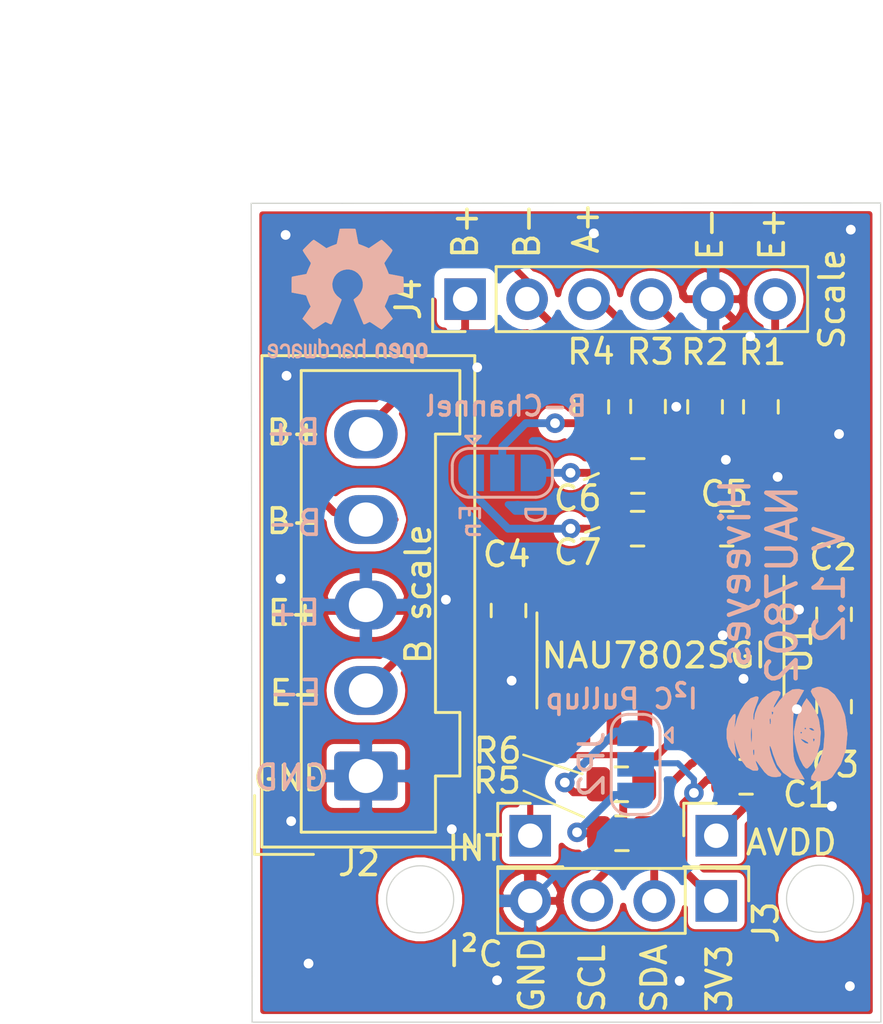
<source format=kicad_pcb>
(kicad_pcb (version 20171130) (host pcbnew "(5.1.6)-1")

  (general
    (thickness 1.6)
    (drawings 38)
    (tracks 332)
    (zones 0)
    (modules 23)
    (nets 22)
  )

  (page A4)
  (layers
    (0 F.Cu signal)
    (31 B.Cu signal)
    (32 B.Adhes user)
    (33 F.Adhes user)
    (34 B.Paste user)
    (35 F.Paste user)
    (36 B.SilkS user)
    (37 F.SilkS user)
    (38 B.Mask user)
    (39 F.Mask user)
    (40 Dwgs.User user)
    (41 Cmts.User user)
    (42 Eco1.User user hide)
    (43 Eco2.User user hide)
    (44 Edge.Cuts user hide)
    (45 Margin user hide)
    (46 B.CrtYd user hide)
    (47 F.CrtYd user hide)
    (48 B.Fab user hide)
    (49 F.Fab user hide)
  )

  (setup
    (last_trace_width 0.32)
    (user_trace_width 0.32)
    (user_trace_width 0.45)
    (trace_clearance 0.2)
    (zone_clearance 0.308)
    (zone_45_only no)
    (trace_min 0.2)
    (via_size 0.8)
    (via_drill 0.4)
    (via_min_size 0.4)
    (via_min_drill 0.3)
    (user_via 0.8 0.6)
    (user_via 1 0.8)
    (user_via 1.2 0.8)
    (user_via 1.4 0.8)
    (uvia_size 0.3)
    (uvia_drill 0.1)
    (uvias_allowed no)
    (uvia_min_size 0.2)
    (uvia_min_drill 0.1)
    (edge_width 0.05)
    (segment_width 0.2)
    (pcb_text_width 0.3)
    (pcb_text_size 1.5 1.5)
    (mod_edge_width 0.12)
    (mod_text_size 1 1)
    (mod_text_width 0.15)
    (pad_size 2 2.6)
    (pad_drill 1.4)
    (pad_to_mask_clearance 0.05)
    (aux_axis_origin 0 0)
    (visible_elements 7FFFFF7F)
    (pcbplotparams
      (layerselection 0x010fc_ffffffff)
      (usegerberextensions false)
      (usegerberattributes true)
      (usegerberadvancedattributes true)
      (creategerberjobfile true)
      (excludeedgelayer true)
      (linewidth 0.100000)
      (plotframeref false)
      (viasonmask false)
      (mode 1)
      (useauxorigin false)
      (hpglpennumber 1)
      (hpglpenspeed 20)
      (hpglpendiameter 15.000000)
      (psnegative false)
      (psa4output false)
      (plotreference true)
      (plotvalue true)
      (plotinvisibletext false)
      (padsonsilk false)
      (subtractmaskfromsilk false)
      (outputformat 1)
      (mirror false)
      (drillshape 1)
      (scaleselection 1)
      (outputdirectory "Geber-files/"))
  )

  (net 0 "")
  (net 1 "Net-(C4-Pad1)")
  (net 2 "Net-(C5-Pad2)")
  (net 3 "Net-(C5-Pad1)")
  (net 4 "Net-(C6-Pad2)")
  (net 5 "Net-(C6-Pad1)")
  (net 6 "Net-(U1-Pad11)")
  (net 7 "Net-(U1-Pad10)")
  (net 8 DVDD)
  (net 9 AVDD)
  (net 10 A+)
  (net 11 A-)
  (net 12 AVSS)
  (net 13 B+)
  (net 14 B-)
  (net 15 SDA)
  (net 16 SCL)
  (net 17 INT)
  (net 18 "Net-(C7-Pad1)")
  (net 19 "Net-(JP1-Pad2)")
  (net 20 "Net-(JP2-Pad3)")
  (net 21 "Net-(JP2-Pad1)")

  (net_class Default "This is the default net class."
    (clearance 0.2)
    (trace_width 0.25)
    (via_dia 0.8)
    (via_drill 0.4)
    (uvia_dia 0.3)
    (uvia_drill 0.1)
    (add_net A+)
    (add_net A-)
    (add_net AVDD)
    (add_net AVSS)
    (add_net B+)
    (add_net B-)
    (add_net DVDD)
    (add_net INT)
    (add_net "Net-(C4-Pad1)")
    (add_net "Net-(C5-Pad1)")
    (add_net "Net-(C5-Pad2)")
    (add_net "Net-(C6-Pad1)")
    (add_net "Net-(C6-Pad2)")
    (add_net "Net-(C7-Pad1)")
    (add_net "Net-(JP1-Pad2)")
    (add_net "Net-(JP2-Pad1)")
    (add_net "Net-(JP2-Pad3)")
    (add_net "Net-(U1-Pad10)")
    (add_net "Net-(U1-Pad11)")
    (add_net SCL)
    (add_net SDA)
  )

  (net_class 0,5 ""
    (clearance 0.2)
    (trace_width 0.5)
    (via_dia 0.8)
    (via_drill 0.4)
    (uvia_dia 0.3)
    (uvia_drill 0.1)
  )

  (module Jumper:SolderJumper-3_P1.3mm_Open_RoundedPad1.0x1.5mm (layer B.Cu) (tedit 5B391EB7) (tstamp 5F0C0148)
    (at 41.021 38.989)
    (descr "SMD Solder 3-pad Jumper, 1x1.5mm rounded Pads, 0.3mm gap, open")
    (tags "solder jumper open")
    (path /5F0325A1)
    (attr virtual)
    (fp_text reference B-Channel (at 0.1524 -2.7305 180) (layer B.SilkS)
      (effects (font (size 0.8 0.8) (thickness 0.15)) (justify mirror))
    )
    (fp_text value B-enabled (at 0 -1.9 180) (layer B.Fab)
      (effects (font (size 1 1) (thickness 0.15)) (justify mirror))
    )
    (fp_line (start 2.3 -1.25) (end -2.3 -1.25) (layer B.CrtYd) (width 0.05))
    (fp_line (start 2.3 -1.25) (end 2.3 1.25) (layer B.CrtYd) (width 0.05))
    (fp_line (start -2.3 1.25) (end -2.3 -1.25) (layer B.CrtYd) (width 0.05))
    (fp_line (start -2.3 1.25) (end 2.3 1.25) (layer B.CrtYd) (width 0.05))
    (fp_line (start -1.4 1) (end 1.4 1) (layer B.SilkS) (width 0.12))
    (fp_line (start 2.05 0.3) (end 2.05 -0.3) (layer B.SilkS) (width 0.12))
    (fp_line (start 1.4 -1) (end -1.4 -1) (layer B.SilkS) (width 0.12))
    (fp_line (start -2.05 -0.3) (end -2.05 0.3) (layer B.SilkS) (width 0.12))
    (fp_line (start -1.2 -1.2) (end -1.5 -1.5) (layer B.SilkS) (width 0.12))
    (fp_line (start -1.5 -1.5) (end -0.9 -1.5) (layer B.SilkS) (width 0.12))
    (fp_line (start -1.2 -1.2) (end -0.9 -1.5) (layer B.SilkS) (width 0.12))
    (fp_arc (start -1.35 0.3) (end -1.35 1) (angle 90) (layer B.SilkS) (width 0.12))
    (fp_arc (start -1.35 -0.3) (end -2.05 -0.3) (angle 90) (layer B.SilkS) (width 0.12))
    (fp_arc (start 1.35 -0.3) (end 1.35 -1) (angle 90) (layer B.SilkS) (width 0.12))
    (fp_arc (start 1.35 0.3) (end 2.05 0.3) (angle 90) (layer B.SilkS) (width 0.12))
    (pad 2 smd rect (at 0 0) (size 1 1.5) (layers B.Cu B.Mask)
      (net 19 "Net-(JP1-Pad2)"))
    (pad 3 smd custom (at 1.3 0) (size 1 0.5) (layers B.Cu B.Mask)
      (net 5 "Net-(C6-Pad1)") (zone_connect 2)
      (options (clearance outline) (anchor rect))
      (primitives
        (gr_circle (center 0 -0.25) (end 0.5 -0.25) (width 0))
        (gr_circle (center 0 0.25) (end 0.5 0.25) (width 0))
        (gr_poly (pts
           (xy -0.55 0.75) (xy 0 0.75) (xy 0 -0.75) (xy -0.55 -0.75)) (width 0))
      ))
    (pad 1 smd custom (at -1.3 0) (size 1 0.5) (layers B.Cu B.Mask)
      (net 18 "Net-(C7-Pad1)") (zone_connect 2)
      (options (clearance outline) (anchor rect))
      (primitives
        (gr_circle (center 0 -0.25) (end 0.5 -0.25) (width 0))
        (gr_circle (center 0 0.25) (end 0.5 0.25) (width 0))
        (gr_poly (pts
           (xy 0.55 0.75) (xy 0 0.75) (xy 0 -0.75) (xy 0.55 -0.75)) (width 0))
      ))
  )

  (module Package_SO:SOIC-16_3.9x9.9mm_P1.27mm (layer F.Cu) (tedit 5D9F72B1) (tstamp 5F0034DE)
    (at 47.498 46.671 270)
    (descr "SOIC, 16 Pin (JEDEC MS-012AC, https://www.analog.com/media/en/package-pcb-resources/package/pkg_pdf/soic_narrow-r/r_16.pdf), generated with kicad-footprint-generator ipc_gullwing_generator.py")
    (tags "SOIC SO")
    (path /5EFF6DBD)
    (attr smd)
    (fp_text reference U1 (at -0.4684 -5.6896 90) (layer F.SilkS)
      (effects (font (size 1 1) (thickness 0.15)))
    )
    (fp_text value NAU7802SGI (at -0.2017 0.2667 180) (layer F.SilkS)
      (effects (font (size 1 1) (thickness 0.15)))
    )
    (fp_line (start 3.7 -5.2) (end -3.7 -5.2) (layer F.CrtYd) (width 0.05))
    (fp_line (start 3.7 5.2) (end 3.7 -5.2) (layer F.CrtYd) (width 0.05))
    (fp_line (start -3.7 5.2) (end 3.7 5.2) (layer F.CrtYd) (width 0.05))
    (fp_line (start -3.7 -5.2) (end -3.7 5.2) (layer F.CrtYd) (width 0.05))
    (fp_line (start -1.95 -3.975) (end -0.975 -4.95) (layer F.Fab) (width 0.1))
    (fp_line (start -1.95 4.95) (end -1.95 -3.975) (layer F.Fab) (width 0.1))
    (fp_line (start 1.95 4.95) (end -1.95 4.95) (layer F.Fab) (width 0.1))
    (fp_line (start 1.95 -4.95) (end 1.95 4.95) (layer F.Fab) (width 0.1))
    (fp_line (start -0.975 -4.95) (end 1.95 -4.95) (layer F.Fab) (width 0.1))
    (fp_line (start 0 -5.06) (end -3.45 -5.06) (layer F.SilkS) (width 0.12))
    (fp_line (start 0 -5.06) (end 1.95 -5.06) (layer F.SilkS) (width 0.12))
    (fp_line (start 0 5.06) (end -1.95 5.06) (layer F.SilkS) (width 0.12))
    (fp_line (start 0 5.06) (end 1.95 5.06) (layer F.SilkS) (width 0.12))
    (pad 16 smd roundrect (at 2.475 -4.445 270) (size 1.95 0.6) (layers F.Cu F.Paste F.Mask) (roundrect_rratio 0.25)
      (net 9 AVDD))
    (pad 15 smd roundrect (at 2.475 -3.175 270) (size 1.95 0.6) (layers F.Cu F.Paste F.Mask) (roundrect_rratio 0.25)
      (net 8 DVDD))
    (pad 14 smd roundrect (at 2.475 -1.905 270) (size 1.95 0.6) (layers F.Cu F.Paste F.Mask) (roundrect_rratio 0.25)
      (net 15 SDA))
    (pad 13 smd roundrect (at 2.475 -0.635 270) (size 1.95 0.6) (layers F.Cu F.Paste F.Mask) (roundrect_rratio 0.25)
      (net 16 SCL))
    (pad 12 smd roundrect (at 2.475 0.635 270) (size 1.95 0.6) (layers F.Cu F.Paste F.Mask) (roundrect_rratio 0.25)
      (net 17 INT))
    (pad 11 smd roundrect (at 2.475 1.905 270) (size 1.95 0.6) (layers F.Cu F.Paste F.Mask) (roundrect_rratio 0.25)
      (net 6 "Net-(U1-Pad11)"))
    (pad 10 smd roundrect (at 2.475 3.175 270) (size 1.95 0.6) (layers F.Cu F.Paste F.Mask) (roundrect_rratio 0.25)
      (net 7 "Net-(U1-Pad10)"))
    (pad 9 smd roundrect (at 2.475 4.445 270) (size 1.95 0.6) (layers F.Cu F.Paste F.Mask) (roundrect_rratio 0.25)
      (net 12 AVSS))
    (pad 8 smd roundrect (at -2.475 4.445 270) (size 1.95 0.6) (layers F.Cu F.Paste F.Mask) (roundrect_rratio 0.25)
      (net 12 AVSS))
    (pad 7 smd roundrect (at -2.475 3.175 270) (size 1.95 0.6) (layers F.Cu F.Paste F.Mask) (roundrect_rratio 0.25)
      (net 12 AVSS))
    (pad 6 smd roundrect (at -2.475 1.905 270) (size 1.95 0.6) (layers F.Cu F.Paste F.Mask) (roundrect_rratio 0.25)
      (net 1 "Net-(C4-Pad1)"))
    (pad 5 smd roundrect (at -2.475 0.635 270) (size 1.95 0.6) (layers F.Cu F.Paste F.Mask) (roundrect_rratio 0.25)
      (net 19 "Net-(JP1-Pad2)"))
    (pad 4 smd roundrect (at -2.475 -0.635 270) (size 1.95 0.6) (layers F.Cu F.Paste F.Mask) (roundrect_rratio 0.25)
      (net 4 "Net-(C6-Pad2)"))
    (pad 3 smd roundrect (at -2.475 -1.905 270) (size 1.95 0.6) (layers F.Cu F.Paste F.Mask) (roundrect_rratio 0.25)
      (net 3 "Net-(C5-Pad1)"))
    (pad 2 smd roundrect (at -2.475 -3.175 270) (size 1.95 0.6) (layers F.Cu F.Paste F.Mask) (roundrect_rratio 0.25)
      (net 2 "Net-(C5-Pad2)"))
    (pad 1 smd roundrect (at -2.475 -4.445 270) (size 1.95 0.6) (layers F.Cu F.Paste F.Mask) (roundrect_rratio 0.25)
      (net 9 AVDD))
    (model ${KISYS3DMOD}/Package_SO.3dshapes/SOIC-16_3.9x9.9mm_P1.27mm.wrl
      (at (xyz 0 0 0))
      (scale (xyz 1 1 1))
      (rotate (xyz 0 0 0))
    )
  )

  (module Connector_PinHeader_2.54mm:PinHeader_1x01_P2.54mm_Vertical (layer F.Cu) (tedit 5F0A4554) (tstamp 5F00EEFE)
    (at 49.784 53.848)
    (descr "Through hole straight pin header, 1x01, 2.54mm pitch, single row")
    (tags "Through hole pin header THT 1x01 2.54mm single row")
    (path /5F007783)
    (fp_text reference J5 (at 1.9431 -0.3175) (layer F.SilkS) hide
      (effects (font (size 1 1) (thickness 0.15)))
    )
    (fp_text value AVDD (at 0 2.33) (layer F.Fab)
      (effects (font (size 1 1) (thickness 0.15)))
    )
    (fp_line (start -1.33 -1.33) (end 0 -1.33) (layer F.SilkS) (width 0.12))
    (fp_line (start -1.33 0) (end -1.33 -1.33) (layer F.SilkS) (width 0.12))
    (fp_line (start -1.33 1.27) (end 1.33 1.27) (layer F.SilkS) (width 0.12))
    (fp_line (start 1.33 1.27) (end 1.33 1.33) (layer F.SilkS) (width 0.12))
    (fp_line (start -1.33 1.27) (end -1.33 1.33) (layer F.SilkS) (width 0.12))
    (fp_line (start -1.33 1.33) (end 1.33 1.33) (layer F.SilkS) (width 0.12))
    (fp_line (start -1.27 -0.635) (end -0.635 -1.27) (layer F.Fab) (width 0.1))
    (fp_line (start -1.27 1.27) (end -1.27 -0.635) (layer F.Fab) (width 0.1))
    (fp_line (start 1.27 1.27) (end -1.27 1.27) (layer F.Fab) (width 0.1))
    (fp_line (start 1.27 -1.27) (end 1.27 1.27) (layer F.Fab) (width 0.1))
    (fp_line (start -0.635 -1.27) (end 1.27 -1.27) (layer F.Fab) (width 0.1))
    (fp_text user %R (at 0 0 90) (layer F.Fab)
      (effects (font (size 1 1) (thickness 0.15)))
    )
    (pad 1 thru_hole rect (at 0 0) (size 1.7 1.7) (drill 1) (layers *.Cu *.Mask)
      (net 9 AVDD))
    (model ${KISYS3DMOD}/Connector_PinHeader_2.54mm.3dshapes/PinHeader_1x01_P2.54mm_Vertical.wrl
      (at (xyz 0 0 0))
      (scale (xyz 1 1 1))
      (rotate (xyz 0 0 0))
    )
  )

  (module Capacitor_SMD:C_0805_2012Metric (layer F.Cu) (tedit 5B36C52B) (tstamp 5F00E5E4)
    (at 46.5605 41.275)
    (descr "Capacitor SMD 0805 (2012 Metric), square (rectangular) end terminal, IPC_7351 nominal, (Body size source: https://docs.google.com/spreadsheets/d/1BsfQQcO9C6DZCsRaXUlFlo91Tg2WpOkGARC1WS5S8t0/edit?usp=sharing), generated with kicad-footprint-generator")
    (tags capacitor)
    (path /5F0D672B)
    (attr smd)
    (fp_text reference C7 (at -2.4534 0.9652) (layer F.SilkS)
      (effects (font (size 1 1) (thickness 0.15)))
    )
    (fp_text value Cfilter (at 0 1.65) (layer F.Fab)
      (effects (font (size 1 1) (thickness 0.15)))
    )
    (fp_line (start 1.68 0.95) (end -1.68 0.95) (layer F.CrtYd) (width 0.05))
    (fp_line (start 1.68 -0.95) (end 1.68 0.95) (layer F.CrtYd) (width 0.05))
    (fp_line (start -1.68 -0.95) (end 1.68 -0.95) (layer F.CrtYd) (width 0.05))
    (fp_line (start -1.68 0.95) (end -1.68 -0.95) (layer F.CrtYd) (width 0.05))
    (fp_line (start -0.258578 0.71) (end 0.258578 0.71) (layer F.SilkS) (width 0.12))
    (fp_line (start -0.258578 -0.71) (end 0.258578 -0.71) (layer F.SilkS) (width 0.12))
    (fp_line (start 1 0.6) (end -1 0.6) (layer F.Fab) (width 0.1))
    (fp_line (start 1 -0.6) (end 1 0.6) (layer F.Fab) (width 0.1))
    (fp_line (start -1 -0.6) (end 1 -0.6) (layer F.Fab) (width 0.1))
    (fp_line (start -1 0.6) (end -1 -0.6) (layer F.Fab) (width 0.1))
    (fp_text user %R (at 0 0) (layer F.Fab)
      (effects (font (size 0.5 0.5) (thickness 0.08)))
    )
    (pad 2 smd roundrect (at 0.9375 0) (size 0.975 1.4) (layers F.Cu F.Paste F.Mask) (roundrect_rratio 0.25)
      (net 4 "Net-(C6-Pad2)"))
    (pad 1 smd roundrect (at -0.9375 0) (size 0.975 1.4) (layers F.Cu F.Paste F.Mask) (roundrect_rratio 0.25)
      (net 18 "Net-(C7-Pad1)"))
    (model ${KISYS3DMOD}/Capacitor_SMD.3dshapes/C_0805_2012Metric.wrl
      (at (xyz 0 0 0))
      (scale (xyz 1 1 1))
      (rotate (xyz 0 0 0))
    )
  )

  (module Resistor_SMD:R_0805_2012Metric (layer F.Cu) (tedit 5B36C52B) (tstamp 5EFFCBA1)
    (at 44.6659 36.2862 90)
    (descr "Resistor SMD 0805 (2012 Metric), square (rectangular) end terminal, IPC_7351 nominal, (Body size source: https://docs.google.com/spreadsheets/d/1BsfQQcO9C6DZCsRaXUlFlo91Tg2WpOkGARC1WS5S8t0/edit?usp=sharing), generated with kicad-footprint-generator")
    (tags resistor)
    (path /5F010666)
    (attr smd)
    (fp_text reference R3 (at 2.2502 2.413 180) (layer F.SilkS)
      (effects (font (size 1 1) (thickness 0.15)))
    )
    (fp_text value "47 Ω" (at -0.2055 0.127 90) (layer F.Fab) hide
      (effects (font (size 1 1) (thickness 0.15)))
    )
    (fp_line (start 1.68 0.95) (end -1.68 0.95) (layer F.CrtYd) (width 0.05))
    (fp_line (start 1.68 -0.95) (end 1.68 0.95) (layer F.CrtYd) (width 0.05))
    (fp_line (start -1.68 -0.95) (end 1.68 -0.95) (layer F.CrtYd) (width 0.05))
    (fp_line (start -1.68 0.95) (end -1.68 -0.95) (layer F.CrtYd) (width 0.05))
    (fp_line (start -0.258578 0.71) (end 0.258578 0.71) (layer F.SilkS) (width 0.12))
    (fp_line (start -0.258578 -0.71) (end 0.258578 -0.71) (layer F.SilkS) (width 0.12))
    (fp_line (start 1 0.6) (end -1 0.6) (layer F.Fab) (width 0.1))
    (fp_line (start 1 -0.6) (end 1 0.6) (layer F.Fab) (width 0.1))
    (fp_line (start -1 -0.6) (end 1 -0.6) (layer F.Fab) (width 0.1))
    (fp_line (start -1 0.6) (end -1 -0.6) (layer F.Fab) (width 0.1))
    (fp_text user %R (at 0 0 90) (layer F.Fab)
      (effects (font (size 0.5 0.5) (thickness 0.08)))
    )
    (pad 2 smd roundrect (at 0.9375 0 90) (size 0.975 1.4) (layers F.Cu F.Paste F.Mask) (roundrect_rratio 0.25)
      (net 13 B+))
    (pad 1 smd roundrect (at -0.9375 0 90) (size 0.975 1.4) (layers F.Cu F.Paste F.Mask) (roundrect_rratio 0.25)
      (net 19 "Net-(JP1-Pad2)"))
    (model ${KISYS3DMOD}/Resistor_SMD.3dshapes/R_0805_2012Metric.wrl
      (at (xyz 0 0 0))
      (scale (xyz 1 1 1))
      (rotate (xyz 0 0 0))
    )
  )

  (module Connector_PinHeader_2.54mm:PinHeader_1x01_P2.54mm_Vertical (layer F.Cu) (tedit 5F044105) (tstamp 5F00EF13)
    (at 42.164 53.848)
    (descr "Through hole straight pin header, 1x01, 2.54mm pitch, single row")
    (tags "Through hole pin header THT 1x01 2.54mm single row")
    (path /5F008455)
    (fp_text reference J6 (at 0.0254 -2.4003) (layer F.SilkS) hide
      (effects (font (size 1 1) (thickness 0.15)))
    )
    (fp_text value INT (at 0 2.33) (layer F.Fab)
      (effects (font (size 1 1) (thickness 0.15)))
    )
    (fp_line (start -1.33 -1.33) (end 0 -1.33) (layer F.SilkS) (width 0.12))
    (fp_line (start -1.33 0) (end -1.33 -1.33) (layer F.SilkS) (width 0.12))
    (fp_line (start -1.33 1.27) (end 1.33 1.27) (layer F.SilkS) (width 0.12))
    (fp_line (start 1.33 1.27) (end 1.33 1.33) (layer F.SilkS) (width 0.12))
    (fp_line (start -1.33 1.27) (end -1.33 1.33) (layer F.SilkS) (width 0.12))
    (fp_line (start -1.33 1.33) (end 1.33 1.33) (layer F.SilkS) (width 0.12))
    (fp_line (start -1.27 -0.635) (end -0.635 -1.27) (layer F.Fab) (width 0.1))
    (fp_line (start -1.27 1.27) (end -1.27 -0.635) (layer F.Fab) (width 0.1))
    (fp_line (start 1.27 1.27) (end -1.27 1.27) (layer F.Fab) (width 0.1))
    (fp_line (start 1.27 -1.27) (end 1.27 1.27) (layer F.Fab) (width 0.1))
    (fp_line (start -0.635 -1.27) (end 1.27 -1.27) (layer F.Fab) (width 0.1))
    (fp_text user %R (at 0 0 90) (layer F.Fab)
      (effects (font (size 1 1) (thickness 0.15)))
    )
    (pad 1 thru_hole rect (at 0 0) (size 1.7 1.7) (drill 1) (layers *.Cu *.Mask)
      (net 17 INT))
    (model ${KISYS3DMOD}/Connector_PinHeader_2.54mm.3dshapes/PinHeader_1x01_P2.54mm_Vertical.wrl
      (at (xyz 0 0 0))
      (scale (xyz 1 1 1))
      (rotate (xyz 0 0 0))
    )
  )

  (module Resistor_SMD:R_0805_2012Metric (layer F.Cu) (tedit 5B36C52B) (tstamp 5F04A14E)
    (at 45.8955 51.7398)
    (descr "Resistor SMD 0805 (2012 Metric), square (rectangular) end terminal, IPC_7351 nominal, (Body size source: https://docs.google.com/spreadsheets/d/1BsfQQcO9C6DZCsRaXUlFlo91Tg2WpOkGARC1WS5S8t0/edit?usp=sharing), generated with kicad-footprint-generator")
    (tags resistor)
    (path /5F05BCD1)
    (attr smd)
    (fp_text reference R6 (at -5.065 -1.3716) (layer F.SilkS)
      (effects (font (size 1 1) (thickness 0.15)))
    )
    (fp_text value R (at 0 1.65) (layer F.Fab)
      (effects (font (size 1 1) (thickness 0.15)))
    )
    (fp_line (start -1 0.6) (end -1 -0.6) (layer F.Fab) (width 0.1))
    (fp_line (start -1 -0.6) (end 1 -0.6) (layer F.Fab) (width 0.1))
    (fp_line (start 1 -0.6) (end 1 0.6) (layer F.Fab) (width 0.1))
    (fp_line (start 1 0.6) (end -1 0.6) (layer F.Fab) (width 0.1))
    (fp_line (start -0.258578 -0.71) (end 0.258578 -0.71) (layer F.SilkS) (width 0.12))
    (fp_line (start -0.258578 0.71) (end 0.258578 0.71) (layer F.SilkS) (width 0.12))
    (fp_line (start -1.68 0.95) (end -1.68 -0.95) (layer F.CrtYd) (width 0.05))
    (fp_line (start -1.68 -0.95) (end 1.68 -0.95) (layer F.CrtYd) (width 0.05))
    (fp_line (start 1.68 -0.95) (end 1.68 0.95) (layer F.CrtYd) (width 0.05))
    (fp_line (start 1.68 0.95) (end -1.68 0.95) (layer F.CrtYd) (width 0.05))
    (fp_text user %R (at 0 0) (layer F.Fab)
      (effects (font (size 0.5 0.5) (thickness 0.08)))
    )
    (pad 2 smd roundrect (at 0.9375 0) (size 0.975 1.4) (layers F.Cu F.Paste F.Mask) (roundrect_rratio 0.25)
      (net 16 SCL))
    (pad 1 smd roundrect (at -0.9375 0) (size 0.975 1.4) (layers F.Cu F.Paste F.Mask) (roundrect_rratio 0.25)
      (net 21 "Net-(JP2-Pad1)"))
    (model ${KISYS3DMOD}/Resistor_SMD.3dshapes/R_0805_2012Metric.wrl
      (at (xyz 0 0 0))
      (scale (xyz 1 1 1))
      (rotate (xyz 0 0 0))
    )
  )

  (module Resistor_SMD:R_0805_2012Metric (layer F.Cu) (tedit 5B36C52B) (tstamp 5F04A13D)
    (at 45.9209 53.7464)
    (descr "Resistor SMD 0805 (2012 Metric), square (rectangular) end terminal, IPC_7351 nominal, (Body size source: https://docs.google.com/spreadsheets/d/1BsfQQcO9C6DZCsRaXUlFlo91Tg2WpOkGARC1WS5S8t0/edit?usp=sharing), generated with kicad-footprint-generator")
    (tags resistor)
    (path /5F05ACB5)
    (attr smd)
    (fp_text reference R5 (at -5.1158 -2.1463) (layer F.SilkS)
      (effects (font (size 1 1) (thickness 0.15)))
    )
    (fp_text value R (at 0 1.65) (layer F.Fab)
      (effects (font (size 1 1) (thickness 0.15)))
    )
    (fp_line (start -1 0.6) (end -1 -0.6) (layer F.Fab) (width 0.1))
    (fp_line (start -1 -0.6) (end 1 -0.6) (layer F.Fab) (width 0.1))
    (fp_line (start 1 -0.6) (end 1 0.6) (layer F.Fab) (width 0.1))
    (fp_line (start 1 0.6) (end -1 0.6) (layer F.Fab) (width 0.1))
    (fp_line (start -0.258578 -0.71) (end 0.258578 -0.71) (layer F.SilkS) (width 0.12))
    (fp_line (start -0.258578 0.71) (end 0.258578 0.71) (layer F.SilkS) (width 0.12))
    (fp_line (start -1.68 0.95) (end -1.68 -0.95) (layer F.CrtYd) (width 0.05))
    (fp_line (start -1.68 -0.95) (end 1.68 -0.95) (layer F.CrtYd) (width 0.05))
    (fp_line (start 1.68 -0.95) (end 1.68 0.95) (layer F.CrtYd) (width 0.05))
    (fp_line (start 1.68 0.95) (end -1.68 0.95) (layer F.CrtYd) (width 0.05))
    (fp_text user %R (at 0 0) (layer F.Fab)
      (effects (font (size 0.5 0.5) (thickness 0.08)))
    )
    (pad 2 smd roundrect (at 0.9375 0) (size 0.975 1.4) (layers F.Cu F.Paste F.Mask) (roundrect_rratio 0.25)
      (net 15 SDA))
    (pad 1 smd roundrect (at -0.9375 0) (size 0.975 1.4) (layers F.Cu F.Paste F.Mask) (roundrect_rratio 0.25)
      (net 20 "Net-(JP2-Pad3)"))
    (model ${KISYS3DMOD}/Resistor_SMD.3dshapes/R_0805_2012Metric.wrl
      (at (xyz 0 0 0))
      (scale (xyz 1 1 1))
      (rotate (xyz 0 0 0))
    )
  )

  (module Jumper:SolderJumper-3_P1.3mm_Open_RoundedPad1.0x1.5mm (layer B.Cu) (tedit 5B391EB7) (tstamp 5F04A0AC)
    (at 46.482 50.927 270)
    (descr "SMD Solder 3-pad Jumper, 1x1.5mm rounded Pads, 0.3mm gap, open")
    (tags "solder jumper open")
    (path /5F0512F0)
    (attr virtual)
    (fp_text reference JP2 (at 0 1.8 90) (layer B.SilkS)
      (effects (font (size 1 1) (thickness 0.15)) (justify mirror))
    )
    (fp_text value Jumper_NC_Dual (at 0 -1.9 90) (layer B.Fab)
      (effects (font (size 1 1) (thickness 0.15)) (justify mirror))
    )
    (fp_line (start -1.2 -1.2) (end -0.9 -1.5) (layer B.SilkS) (width 0.12))
    (fp_line (start -1.5 -1.5) (end -0.9 -1.5) (layer B.SilkS) (width 0.12))
    (fp_line (start -1.2 -1.2) (end -1.5 -1.5) (layer B.SilkS) (width 0.12))
    (fp_line (start -2.05 -0.3) (end -2.05 0.3) (layer B.SilkS) (width 0.12))
    (fp_line (start 1.4 -1) (end -1.4 -1) (layer B.SilkS) (width 0.12))
    (fp_line (start 2.05 0.3) (end 2.05 -0.3) (layer B.SilkS) (width 0.12))
    (fp_line (start -1.4 1) (end 1.4 1) (layer B.SilkS) (width 0.12))
    (fp_line (start -2.3 1.25) (end 2.3 1.25) (layer B.CrtYd) (width 0.05))
    (fp_line (start -2.3 1.25) (end -2.3 -1.25) (layer B.CrtYd) (width 0.05))
    (fp_line (start 2.3 -1.25) (end 2.3 1.25) (layer B.CrtYd) (width 0.05))
    (fp_line (start 2.3 -1.25) (end -2.3 -1.25) (layer B.CrtYd) (width 0.05))
    (fp_arc (start -1.35 0.3) (end -1.35 1) (angle 90) (layer B.SilkS) (width 0.12))
    (fp_arc (start -1.35 -0.3) (end -2.05 -0.3) (angle 90) (layer B.SilkS) (width 0.12))
    (fp_arc (start 1.35 -0.3) (end 1.35 -1) (angle 90) (layer B.SilkS) (width 0.12))
    (fp_arc (start 1.35 0.3) (end 2.05 0.3) (angle 90) (layer B.SilkS) (width 0.12))
    (pad 2 smd rect (at 0 0 270) (size 1 1.5) (layers B.Cu B.Mask)
      (net 8 DVDD))
    (pad 3 smd custom (at 1.3 0 270) (size 1 0.5) (layers B.Cu B.Mask)
      (net 20 "Net-(JP2-Pad3)") (zone_connect 2)
      (options (clearance outline) (anchor rect))
      (primitives
        (gr_circle (center 0 -0.25) (end 0.5 -0.25) (width 0))
        (gr_circle (center 0 0.25) (end 0.5 0.25) (width 0))
        (gr_poly (pts
           (xy -0.55 0.75) (xy 0 0.75) (xy 0 -0.75) (xy -0.55 -0.75)) (width 0))
      ))
    (pad 1 smd custom (at -1.3 0 270) (size 1 0.5) (layers B.Cu B.Mask)
      (net 21 "Net-(JP2-Pad1)") (zone_connect 2)
      (options (clearance outline) (anchor rect))
      (primitives
        (gr_circle (center 0 -0.25) (end 0.5 -0.25) (width 0))
        (gr_circle (center 0 0.25) (end 0.5 0.25) (width 0))
        (gr_poly (pts
           (xy 0.55 0.75) (xy 0 0.75) (xy 0 -0.75) (xy 0.55 -0.75)) (width 0))
      ))
  )

  (module KiCad:OSHW-Logo2_7.3x6mm_SilkScreen (layer B.Cu) (tedit 0) (tstamp 5F025654)
    (at 34.6837 31.75 180)
    (descr "Open Source Hardware Symbol")
    (tags "Logo Symbol OSHW")
    (attr virtual)
    (fp_text reference REF** (at 0 0) (layer B.SilkS) hide
      (effects (font (size 1 1) (thickness 0.15)) (justify mirror))
    )
    (fp_text value OSHW-Logo2_7.3x6mm_SilkScreen (at 0.75 0) (layer B.Fab) hide
      (effects (font (size 1 1) (thickness 0.15)) (justify mirror))
    )
    (fp_poly (pts (xy 0.10391 2.757652) (xy 0.182454 2.757222) (xy 0.239298 2.756058) (xy 0.278105 2.753793)
      (xy 0.302538 2.75006) (xy 0.316262 2.744494) (xy 0.32294 2.736727) (xy 0.326236 2.726395)
      (xy 0.326556 2.725057) (xy 0.331562 2.700921) (xy 0.340829 2.653299) (xy 0.353392 2.587259)
      (xy 0.368287 2.507872) (xy 0.384551 2.420204) (xy 0.385119 2.417125) (xy 0.40141 2.331211)
      (xy 0.416652 2.255304) (xy 0.429861 2.193955) (xy 0.440054 2.151718) (xy 0.446248 2.133145)
      (xy 0.446543 2.132816) (xy 0.464788 2.123747) (xy 0.502405 2.108633) (xy 0.551271 2.090738)
      (xy 0.551543 2.090642) (xy 0.613093 2.067507) (xy 0.685657 2.038035) (xy 0.754057 2.008403)
      (xy 0.757294 2.006938) (xy 0.868702 1.956374) (xy 1.115399 2.12484) (xy 1.191077 2.176197)
      (xy 1.259631 2.222111) (xy 1.317088 2.25997) (xy 1.359476 2.287163) (xy 1.382825 2.301079)
      (xy 1.385042 2.302111) (xy 1.40201 2.297516) (xy 1.433701 2.275345) (xy 1.481352 2.234553)
      (xy 1.546198 2.174095) (xy 1.612397 2.109773) (xy 1.676214 2.046388) (xy 1.733329 1.988549)
      (xy 1.780305 1.939825) (xy 1.813703 1.90379) (xy 1.830085 1.884016) (xy 1.830694 1.882998)
      (xy 1.832505 1.869428) (xy 1.825683 1.847267) (xy 1.80854 1.813522) (xy 1.779393 1.7652)
      (xy 1.736555 1.699308) (xy 1.679448 1.614483) (xy 1.628766 1.539823) (xy 1.583461 1.47286)
      (xy 1.54615 1.417484) (xy 1.519452 1.37758) (xy 1.505985 1.357038) (xy 1.505137 1.355644)
      (xy 1.506781 1.335962) (xy 1.519245 1.297707) (xy 1.540048 1.248111) (xy 1.547462 1.232272)
      (xy 1.579814 1.16171) (xy 1.614328 1.081647) (xy 1.642365 1.012371) (xy 1.662568 0.960955)
      (xy 1.678615 0.921881) (xy 1.687888 0.901459) (xy 1.689041 0.899886) (xy 1.706096 0.897279)
      (xy 1.746298 0.890137) (xy 1.804302 0.879477) (xy 1.874763 0.866315) (xy 1.952335 0.851667)
      (xy 2.031672 0.836551) (xy 2.107431 0.821982) (xy 2.174264 0.808978) (xy 2.226828 0.798555)
      (xy 2.259776 0.79173) (xy 2.267857 0.789801) (xy 2.276205 0.785038) (xy 2.282506 0.774282)
      (xy 2.287045 0.753902) (xy 2.290104 0.720266) (xy 2.291967 0.669745) (xy 2.292918 0.598708)
      (xy 2.29324 0.503524) (xy 2.293257 0.464508) (xy 2.293257 0.147201) (xy 2.217057 0.132161)
      (xy 2.174663 0.124005) (xy 2.1114 0.112101) (xy 2.034962 0.097884) (xy 1.953043 0.08279)
      (xy 1.9304 0.078645) (xy 1.854806 0.063947) (xy 1.788953 0.049495) (xy 1.738366 0.036625)
      (xy 1.708574 0.026678) (xy 1.703612 0.023713) (xy 1.691426 0.002717) (xy 1.673953 -0.037967)
      (xy 1.654577 -0.090322) (xy 1.650734 -0.1016) (xy 1.625339 -0.171523) (xy 1.593817 -0.250418)
      (xy 1.562969 -0.321266) (xy 1.562817 -0.321595) (xy 1.511447 -0.432733) (xy 1.680399 -0.681253)
      (xy 1.849352 -0.929772) (xy 1.632429 -1.147058) (xy 1.566819 -1.211726) (xy 1.506979 -1.268733)
      (xy 1.456267 -1.315033) (xy 1.418046 -1.347584) (xy 1.395675 -1.363343) (xy 1.392466 -1.364343)
      (xy 1.373626 -1.356469) (xy 1.33518 -1.334578) (xy 1.28133 -1.301267) (xy 1.216276 -1.259131)
      (xy 1.14594 -1.211943) (xy 1.074555 -1.16381) (xy 1.010908 -1.121928) (xy 0.959041 -1.088871)
      (xy 0.922995 -1.067218) (xy 0.906867 -1.059543) (xy 0.887189 -1.066037) (xy 0.849875 -1.08315)
      (xy 0.802621 -1.107326) (xy 0.797612 -1.110013) (xy 0.733977 -1.141927) (xy 0.690341 -1.157579)
      (xy 0.663202 -1.157745) (xy 0.649057 -1.143204) (xy 0.648975 -1.143) (xy 0.641905 -1.125779)
      (xy 0.625042 -1.084899) (xy 0.599695 -1.023525) (xy 0.567171 -0.944819) (xy 0.528778 -0.851947)
      (xy 0.485822 -0.748072) (xy 0.444222 -0.647502) (xy 0.398504 -0.536516) (xy 0.356526 -0.433703)
      (xy 0.319548 -0.342215) (xy 0.288827 -0.265201) (xy 0.265622 -0.205815) (xy 0.25119 -0.167209)
      (xy 0.246743 -0.1528) (xy 0.257896 -0.136272) (xy 0.287069 -0.10993) (xy 0.325971 -0.080887)
      (xy 0.436757 0.010961) (xy 0.523351 0.116241) (xy 0.584716 0.232734) (xy 0.619815 0.358224)
      (xy 0.627608 0.490493) (xy 0.621943 0.551543) (xy 0.591078 0.678205) (xy 0.53792 0.790059)
      (xy 0.465767 0.885999) (xy 0.377917 0.964924) (xy 0.277665 1.02573) (xy 0.16831 1.067313)
      (xy 0.053147 1.088572) (xy -0.064525 1.088401) (xy -0.18141 1.065699) (xy -0.294211 1.019362)
      (xy -0.399631 0.948287) (xy -0.443632 0.908089) (xy -0.528021 0.804871) (xy -0.586778 0.692075)
      (xy -0.620296 0.57299) (xy -0.628965 0.450905) (xy -0.613177 0.329107) (xy -0.573322 0.210884)
      (xy -0.509793 0.099525) (xy -0.422979 -0.001684) (xy -0.325971 -0.080887) (xy -0.285563 -0.111162)
      (xy -0.257018 -0.137219) (xy -0.246743 -0.152825) (xy -0.252123 -0.169843) (xy -0.267425 -0.2105)
      (xy -0.291388 -0.271642) (xy -0.322756 -0.350119) (xy -0.360268 -0.44278) (xy -0.402667 -0.546472)
      (xy -0.444337 -0.647526) (xy -0.49031 -0.758607) (xy -0.532893 -0.861541) (xy -0.570779 -0.953165)
      (xy -0.60266 -1.030316) (xy -0.627229 -1.089831) (xy -0.64318 -1.128544) (xy -0.64909 -1.143)
      (xy -0.663052 -1.157685) (xy -0.69006 -1.157642) (xy -0.733587 -1.142099) (xy -0.79711 -1.110284)
      (xy -0.797612 -1.110013) (xy -0.84544 -1.085323) (xy -0.884103 -1.067338) (xy -0.905905 -1.059614)
      (xy -0.906867 -1.059543) (xy -0.923279 -1.067378) (xy -0.959513 -1.089165) (xy -1.011526 -1.122328)
      (xy -1.075275 -1.164291) (xy -1.14594 -1.211943) (xy -1.217884 -1.260191) (xy -1.282726 -1.302151)
      (xy -1.336265 -1.335227) (xy -1.374303 -1.356821) (xy -1.392467 -1.364343) (xy -1.409192 -1.354457)
      (xy -1.44282 -1.326826) (xy -1.48999 -1.284495) (xy -1.547342 -1.230505) (xy -1.611516 -1.167899)
      (xy -1.632503 -1.146983) (xy -1.849501 -0.929623) (xy -1.684332 -0.68722) (xy -1.634136 -0.612781)
      (xy -1.590081 -0.545972) (xy -1.554638 -0.490665) (xy -1.530281 -0.450729) (xy -1.519478 -0.430036)
      (xy -1.519162 -0.428563) (xy -1.524857 -0.409058) (xy -1.540174 -0.369822) (xy -1.562463 -0.31743)
      (xy -1.578107 -0.282355) (xy -1.607359 -0.215201) (xy -1.634906 -0.147358) (xy -1.656263 -0.090034)
      (xy -1.662065 -0.072572) (xy -1.678548 -0.025938) (xy -1.69466 0.010095) (xy -1.70351 0.023713)
      (xy -1.72304 0.032048) (xy -1.765666 0.043863) (xy -1.825855 0.057819) (xy -1.898078 0.072578)
      (xy -1.9304 0.078645) (xy -2.012478 0.093727) (xy -2.091205 0.108331) (xy -2.158891 0.12102)
      (xy -2.20784 0.130358) (xy -2.217057 0.132161) (xy -2.293257 0.147201) (xy -2.293257 0.464508)
      (xy -2.293086 0.568846) (xy -2.292384 0.647787) (xy -2.290866 0.704962) (xy -2.288251 0.744001)
      (xy -2.284254 0.768535) (xy -2.278591 0.782195) (xy -2.27098 0.788611) (xy -2.267857 0.789801)
      (xy -2.249022 0.79402) (xy -2.207412 0.802438) (xy -2.14837 0.814039) (xy -2.077243 0.827805)
      (xy -1.999375 0.84272) (xy -1.920113 0.857768) (xy -1.844802 0.871931) (xy -1.778787 0.884194)
      (xy -1.727413 0.893539) (xy -1.696025 0.89895) (xy -1.689041 0.899886) (xy -1.682715 0.912404)
      (xy -1.66871 0.945754) (xy -1.649645 0.993623) (xy -1.642366 1.012371) (xy -1.613004 1.084805)
      (xy -1.578429 1.16483) (xy -1.547463 1.232272) (xy -1.524677 1.283841) (xy -1.509518 1.326215)
      (xy -1.504458 1.352166) (xy -1.505264 1.355644) (xy -1.515959 1.372064) (xy -1.54038 1.408583)
      (xy -1.575905 1.461313) (xy -1.619913 1.526365) (xy -1.669783 1.599849) (xy -1.679644 1.614355)
      (xy -1.737508 1.700296) (xy -1.780044 1.765739) (xy -1.808946 1.813696) (xy -1.82591 1.84718)
      (xy -1.832633 1.869205) (xy -1.83081 1.882783) (xy -1.830764 1.882869) (xy -1.816414 1.900703)
      (xy -1.784677 1.935183) (xy -1.73899 1.982732) (xy -1.682796 2.039778) (xy -1.619532 2.102745)
      (xy -1.612398 2.109773) (xy -1.53267 2.18698) (xy -1.471143 2.24367) (xy -1.426579 2.28089)
      (xy -1.397743 2.299685) (xy -1.385042 2.302111) (xy -1.366506 2.291529) (xy -1.328039 2.267084)
      (xy -1.273614 2.231388) (xy -1.207202 2.187053) (xy -1.132775 2.136689) (xy -1.115399 2.12484)
      (xy -0.868703 1.956374) (xy -0.757294 2.006938) (xy -0.689543 2.036405) (xy -0.616817 2.066041)
      (xy -0.554297 2.08967) (xy -0.551543 2.090642) (xy -0.50264 2.108543) (xy -0.464943 2.12368)
      (xy -0.446575 2.13279) (xy -0.446544 2.132816) (xy -0.440715 2.149283) (xy -0.430808 2.189781)
      (xy -0.417805 2.249758) (xy -0.402691 2.32466) (xy -0.386448 2.409936) (xy -0.385119 2.417125)
      (xy -0.368825 2.504986) (xy -0.353867 2.58474) (xy -0.341209 2.651319) (xy -0.331814 2.699653)
      (xy -0.326646 2.724675) (xy -0.326556 2.725057) (xy -0.323411 2.735701) (xy -0.317296 2.743738)
      (xy -0.304547 2.749533) (xy -0.2815 2.753453) (xy -0.244491 2.755865) (xy -0.189856 2.757135)
      (xy -0.113933 2.757629) (xy -0.013056 2.757714) (xy 0 2.757714) (xy 0.10391 2.757652)) (layer B.SilkS) (width 0.01))
    (fp_poly (pts (xy 3.153595 -1.966966) (xy 3.211021 -2.004497) (xy 3.238719 -2.038096) (xy 3.260662 -2.099064)
      (xy 3.262405 -2.147308) (xy 3.258457 -2.211816) (xy 3.109686 -2.276934) (xy 3.037349 -2.310202)
      (xy 2.990084 -2.336964) (xy 2.965507 -2.360144) (xy 2.961237 -2.382667) (xy 2.974889 -2.407455)
      (xy 2.989943 -2.423886) (xy 3.033746 -2.450235) (xy 3.081389 -2.452081) (xy 3.125145 -2.431546)
      (xy 3.157289 -2.390752) (xy 3.163038 -2.376347) (xy 3.190576 -2.331356) (xy 3.222258 -2.312182)
      (xy 3.265714 -2.295779) (xy 3.265714 -2.357966) (xy 3.261872 -2.400283) (xy 3.246823 -2.435969)
      (xy 3.21528 -2.476943) (xy 3.210592 -2.482267) (xy 3.175506 -2.51872) (xy 3.145347 -2.538283)
      (xy 3.107615 -2.547283) (xy 3.076335 -2.55023) (xy 3.020385 -2.550965) (xy 2.980555 -2.54166)
      (xy 2.955708 -2.527846) (xy 2.916656 -2.497467) (xy 2.889625 -2.464613) (xy 2.872517 -2.423294)
      (xy 2.863238 -2.367521) (xy 2.859693 -2.291305) (xy 2.85941 -2.252622) (xy 2.860372 -2.206247)
      (xy 2.948007 -2.206247) (xy 2.949023 -2.231126) (xy 2.951556 -2.2352) (xy 2.968274 -2.229665)
      (xy 3.004249 -2.215017) (xy 3.052331 -2.19419) (xy 3.062386 -2.189714) (xy 3.123152 -2.158814)
      (xy 3.156632 -2.131657) (xy 3.16399 -2.10622) (xy 3.146391 -2.080481) (xy 3.131856 -2.069109)
      (xy 3.07941 -2.046364) (xy 3.030322 -2.050122) (xy 2.989227 -2.077884) (xy 2.960758 -2.127152)
      (xy 2.951631 -2.166257) (xy 2.948007 -2.206247) (xy 2.860372 -2.206247) (xy 2.861285 -2.162249)
      (xy 2.868196 -2.095384) (xy 2.881884 -2.046695) (xy 2.904096 -2.010849) (xy 2.936574 -1.982513)
      (xy 2.950733 -1.973355) (xy 3.015053 -1.949507) (xy 3.085473 -1.948006) (xy 3.153595 -1.966966)) (layer B.SilkS) (width 0.01))
    (fp_poly (pts (xy 2.6526 -1.958752) (xy 2.669948 -1.966334) (xy 2.711356 -1.999128) (xy 2.746765 -2.046547)
      (xy 2.768664 -2.097151) (xy 2.772229 -2.122098) (xy 2.760279 -2.156927) (xy 2.734067 -2.175357)
      (xy 2.705964 -2.186516) (xy 2.693095 -2.188572) (xy 2.686829 -2.173649) (xy 2.674456 -2.141175)
      (xy 2.669028 -2.126502) (xy 2.63859 -2.075744) (xy 2.59452 -2.050427) (xy 2.53801 -2.051206)
      (xy 2.533825 -2.052203) (xy 2.503655 -2.066507) (xy 2.481476 -2.094393) (xy 2.466327 -2.139287)
      (xy 2.45725 -2.204615) (xy 2.453286 -2.293804) (xy 2.452914 -2.341261) (xy 2.45273 -2.416071)
      (xy 2.451522 -2.467069) (xy 2.448309 -2.499471) (xy 2.442109 -2.518495) (xy 2.43194 -2.529356)
      (xy 2.416819 -2.537272) (xy 2.415946 -2.53767) (xy 2.386828 -2.549981) (xy 2.372403 -2.554514)
      (xy 2.370186 -2.540809) (xy 2.368289 -2.502925) (xy 2.366847 -2.445715) (xy 2.365998 -2.374027)
      (xy 2.365829 -2.321565) (xy 2.366692 -2.220047) (xy 2.37007 -2.143032) (xy 2.377142 -2.086023)
      (xy 2.389088 -2.044526) (xy 2.40709 -2.014043) (xy 2.432327 -1.99008) (xy 2.457247 -1.973355)
      (xy 2.517171 -1.951097) (xy 2.586911 -1.946076) (xy 2.6526 -1.958752)) (layer B.SilkS) (width 0.01))
    (fp_poly (pts (xy 2.144876 -1.956335) (xy 2.186667 -1.975344) (xy 2.219469 -1.998378) (xy 2.243503 -2.024133)
      (xy 2.260097 -2.057358) (xy 2.270577 -2.1028) (xy 2.276271 -2.165207) (xy 2.278507 -2.249327)
      (xy 2.278743 -2.304721) (xy 2.278743 -2.520826) (xy 2.241774 -2.53767) (xy 2.212656 -2.549981)
      (xy 2.198231 -2.554514) (xy 2.195472 -2.541025) (xy 2.193282 -2.504653) (xy 2.191942 -2.451542)
      (xy 2.191657 -2.409372) (xy 2.190434 -2.348447) (xy 2.187136 -2.300115) (xy 2.182321 -2.270518)
      (xy 2.178496 -2.264229) (xy 2.152783 -2.270652) (xy 2.112418 -2.287125) (xy 2.065679 -2.309458)
      (xy 2.020845 -2.333457) (xy 1.986193 -2.35493) (xy 1.970002 -2.369685) (xy 1.969938 -2.369845)
      (xy 1.97133 -2.397152) (xy 1.983818 -2.423219) (xy 2.005743 -2.444392) (xy 2.037743 -2.451474)
      (xy 2.065092 -2.450649) (xy 2.103826 -2.450042) (xy 2.124158 -2.459116) (xy 2.136369 -2.483092)
      (xy 2.137909 -2.487613) (xy 2.143203 -2.521806) (xy 2.129047 -2.542568) (xy 2.092148 -2.552462)
      (xy 2.052289 -2.554292) (xy 1.980562 -2.540727) (xy 1.943432 -2.521355) (xy 1.897576 -2.475845)
      (xy 1.873256 -2.419983) (xy 1.871073 -2.360957) (xy 1.891629 -2.305953) (xy 1.922549 -2.271486)
      (xy 1.95342 -2.252189) (xy 2.001942 -2.227759) (xy 2.058485 -2.202985) (xy 2.06791 -2.199199)
      (xy 2.130019 -2.171791) (xy 2.165822 -2.147634) (xy 2.177337 -2.123619) (xy 2.16658 -2.096635)
      (xy 2.148114 -2.075543) (xy 2.104469 -2.049572) (xy 2.056446 -2.047624) (xy 2.012406 -2.067637)
      (xy 1.980709 -2.107551) (xy 1.976549 -2.117848) (xy 1.952327 -2.155724) (xy 1.916965 -2.183842)
      (xy 1.872343 -2.206917) (xy 1.872343 -2.141485) (xy 1.874969 -2.101506) (xy 1.88623 -2.069997)
      (xy 1.911199 -2.036378) (xy 1.935169 -2.010484) (xy 1.972441 -1.973817) (xy 2.001401 -1.954121)
      (xy 2.032505 -1.94622) (xy 2.067713 -1.944914) (xy 2.144876 -1.956335)) (layer B.SilkS) (width 0.01))
    (fp_poly (pts (xy 1.779833 -1.958663) (xy 1.782048 -1.99685) (xy 1.783784 -2.054886) (xy 1.784899 -2.12818)
      (xy 1.785257 -2.205055) (xy 1.785257 -2.465196) (xy 1.739326 -2.511127) (xy 1.707675 -2.539429)
      (xy 1.67989 -2.550893) (xy 1.641915 -2.550168) (xy 1.62684 -2.548321) (xy 1.579726 -2.542948)
      (xy 1.540756 -2.539869) (xy 1.531257 -2.539585) (xy 1.499233 -2.541445) (xy 1.453432 -2.546114)
      (xy 1.435674 -2.548321) (xy 1.392057 -2.551735) (xy 1.362745 -2.54432) (xy 1.33368 -2.521427)
      (xy 1.323188 -2.511127) (xy 1.277257 -2.465196) (xy 1.277257 -1.978602) (xy 1.314226 -1.961758)
      (xy 1.346059 -1.949282) (xy 1.364683 -1.944914) (xy 1.369458 -1.958718) (xy 1.373921 -1.997286)
      (xy 1.377775 -2.056356) (xy 1.380722 -2.131663) (xy 1.382143 -2.195286) (xy 1.386114 -2.445657)
      (xy 1.420759 -2.450556) (xy 1.452268 -2.447131) (xy 1.467708 -2.436041) (xy 1.472023 -2.415308)
      (xy 1.475708 -2.371145) (xy 1.478469 -2.309146) (xy 1.480012 -2.234909) (xy 1.480235 -2.196706)
      (xy 1.480457 -1.976783) (xy 1.526166 -1.960849) (xy 1.558518 -1.950015) (xy 1.576115 -1.944962)
      (xy 1.576623 -1.944914) (xy 1.578388 -1.958648) (xy 1.580329 -1.99673) (xy 1.582282 -2.054482)
      (xy 1.584084 -2.127227) (xy 1.585343 -2.195286) (xy 1.589314 -2.445657) (xy 1.6764 -2.445657)
      (xy 1.680396 -2.21724) (xy 1.684392 -1.988822) (xy 1.726847 -1.966868) (xy 1.758192 -1.951793)
      (xy 1.776744 -1.944951) (xy 1.777279 -1.944914) (xy 1.779833 -1.958663)) (layer B.SilkS) (width 0.01))
    (fp_poly (pts (xy 1.190117 -2.065358) (xy 1.189933 -2.173837) (xy 1.189219 -2.257287) (xy 1.187675 -2.319704)
      (xy 1.185001 -2.365085) (xy 1.180894 -2.397429) (xy 1.175055 -2.420733) (xy 1.167182 -2.438995)
      (xy 1.161221 -2.449418) (xy 1.111855 -2.505945) (xy 1.049264 -2.541377) (xy 0.980013 -2.55409)
      (xy 0.910668 -2.542463) (xy 0.869375 -2.521568) (xy 0.826025 -2.485422) (xy 0.796481 -2.441276)
      (xy 0.778655 -2.383462) (xy 0.770463 -2.306313) (xy 0.769302 -2.249714) (xy 0.769458 -2.245647)
      (xy 0.870857 -2.245647) (xy 0.871476 -2.31055) (xy 0.874314 -2.353514) (xy 0.88084 -2.381622)
      (xy 0.892523 -2.401953) (xy 0.906483 -2.417288) (xy 0.953365 -2.44689) (xy 1.003701 -2.449419)
      (xy 1.051276 -2.424705) (xy 1.054979 -2.421356) (xy 1.070783 -2.403935) (xy 1.080693 -2.383209)
      (xy 1.086058 -2.352362) (xy 1.088228 -2.304577) (xy 1.088571 -2.251748) (xy 1.087827 -2.185381)
      (xy 1.084748 -2.141106) (xy 1.078061 -2.112009) (xy 1.066496 -2.091173) (xy 1.057013 -2.080107)
      (xy 1.01296 -2.052198) (xy 0.962224 -2.048843) (xy 0.913796 -2.070159) (xy 0.90445 -2.078073)
      (xy 0.88854 -2.095647) (xy 0.87861 -2.116587) (xy 0.873278 -2.147782) (xy 0.871163 -2.196122)
      (xy 0.870857 -2.245647) (xy 0.769458 -2.245647) (xy 0.77281 -2.158568) (xy 0.784726 -2.090086)
      (xy 0.807135 -2.0386) (xy 0.842124 -1.998443) (xy 0.869375 -1.977861) (xy 0.918907 -1.955625)
      (xy 0.976316 -1.945304) (xy 1.029682 -1.948067) (xy 1.059543 -1.959212) (xy 1.071261 -1.962383)
      (xy 1.079037 -1.950557) (xy 1.084465 -1.918866) (xy 1.088571 -1.870593) (xy 1.093067 -1.816829)
      (xy 1.099313 -1.784482) (xy 1.110676 -1.765985) (xy 1.130528 -1.75377) (xy 1.143 -1.748362)
      (xy 1.190171 -1.728601) (xy 1.190117 -2.065358)) (layer B.SilkS) (width 0.01))
    (fp_poly (pts (xy 0.529926 -1.949755) (xy 0.595858 -1.974084) (xy 0.649273 -2.017117) (xy 0.670164 -2.047409)
      (xy 0.692939 -2.102994) (xy 0.692466 -2.143186) (xy 0.668562 -2.170217) (xy 0.659717 -2.174813)
      (xy 0.62153 -2.189144) (xy 0.602028 -2.185472) (xy 0.595422 -2.161407) (xy 0.595086 -2.148114)
      (xy 0.582992 -2.09921) (xy 0.551471 -2.064999) (xy 0.507659 -2.048476) (xy 0.458695 -2.052634)
      (xy 0.418894 -2.074227) (xy 0.40545 -2.086544) (xy 0.395921 -2.101487) (xy 0.389485 -2.124075)
      (xy 0.385317 -2.159328) (xy 0.382597 -2.212266) (xy 0.380502 -2.287907) (xy 0.37996 -2.311857)
      (xy 0.377981 -2.39379) (xy 0.375731 -2.451455) (xy 0.372357 -2.489608) (xy 0.367006 -2.513004)
      (xy 0.358824 -2.526398) (xy 0.346959 -2.534545) (xy 0.339362 -2.538144) (xy 0.307102 -2.550452)
      (xy 0.288111 -2.554514) (xy 0.281836 -2.540948) (xy 0.278006 -2.499934) (xy 0.2766 -2.430999)
      (xy 0.277598 -2.333669) (xy 0.277908 -2.318657) (xy 0.280101 -2.229859) (xy 0.282693 -2.165019)
      (xy 0.286382 -2.119067) (xy 0.291864 -2.086935) (xy 0.299835 -2.063553) (xy 0.310993 -2.043852)
      (xy 0.31683 -2.03541) (xy 0.350296 -1.998057) (xy 0.387727 -1.969003) (xy 0.392309 -1.966467)
      (xy 0.459426 -1.946443) (xy 0.529926 -1.949755)) (layer B.SilkS) (width 0.01))
    (fp_poly (pts (xy 0.039744 -1.950968) (xy 0.096616 -1.972087) (xy 0.097267 -1.972493) (xy 0.13244 -1.99838)
      (xy 0.158407 -2.028633) (xy 0.17667 -2.068058) (xy 0.188732 -2.121462) (xy 0.196096 -2.193651)
      (xy 0.200264 -2.289432) (xy 0.200629 -2.303078) (xy 0.205876 -2.508842) (xy 0.161716 -2.531678)
      (xy 0.129763 -2.54711) (xy 0.11047 -2.554423) (xy 0.109578 -2.554514) (xy 0.106239 -2.541022)
      (xy 0.103587 -2.504626) (xy 0.101956 -2.451452) (xy 0.1016 -2.408393) (xy 0.101592 -2.338641)
      (xy 0.098403 -2.294837) (xy 0.087288 -2.273944) (xy 0.063501 -2.272925) (xy 0.022296 -2.288741)
      (xy -0.039914 -2.317815) (xy -0.085659 -2.341963) (xy -0.109187 -2.362913) (xy -0.116104 -2.385747)
      (xy -0.116114 -2.386877) (xy -0.104701 -2.426212) (xy -0.070908 -2.447462) (xy -0.019191 -2.450539)
      (xy 0.018061 -2.450006) (xy 0.037703 -2.460735) (xy 0.049952 -2.486505) (xy 0.057002 -2.519337)
      (xy 0.046842 -2.537966) (xy 0.043017 -2.540632) (xy 0.007001 -2.55134) (xy -0.043434 -2.552856)
      (xy -0.095374 -2.545759) (xy -0.132178 -2.532788) (xy -0.183062 -2.489585) (xy -0.211986 -2.429446)
      (xy -0.217714 -2.382462) (xy -0.213343 -2.340082) (xy -0.197525 -2.305488) (xy -0.166203 -2.274763)
      (xy -0.115322 -2.24399) (xy -0.040824 -2.209252) (xy -0.036286 -2.207288) (xy 0.030821 -2.176287)
      (xy 0.072232 -2.150862) (xy 0.089981 -2.128014) (xy 0.086107 -2.104745) (xy 0.062643 -2.078056)
      (xy 0.055627 -2.071914) (xy 0.00863 -2.0481) (xy -0.040067 -2.049103) (xy -0.082478 -2.072451)
      (xy -0.110616 -2.115675) (xy -0.113231 -2.12416) (xy -0.138692 -2.165308) (xy -0.170999 -2.185128)
      (xy -0.217714 -2.20477) (xy -0.217714 -2.15395) (xy -0.203504 -2.080082) (xy -0.161325 -2.012327)
      (xy -0.139376 -1.989661) (xy -0.089483 -1.960569) (xy -0.026033 -1.9474) (xy 0.039744 -1.950968)) (layer B.SilkS) (width 0.01))
    (fp_poly (pts (xy -0.624114 -1.851289) (xy -0.619861 -1.910613) (xy -0.614975 -1.945572) (xy -0.608205 -1.96082)
      (xy -0.598298 -1.961015) (xy -0.595086 -1.959195) (xy -0.552356 -1.946015) (xy -0.496773 -1.946785)
      (xy -0.440263 -1.960333) (xy -0.404918 -1.977861) (xy -0.368679 -2.005861) (xy -0.342187 -2.037549)
      (xy -0.324001 -2.077813) (xy -0.312678 -2.131543) (xy -0.306778 -2.203626) (xy -0.304857 -2.298951)
      (xy -0.304823 -2.317237) (xy -0.3048 -2.522646) (xy -0.350509 -2.53858) (xy -0.382973 -2.54942)
      (xy -0.400785 -2.554468) (xy -0.401309 -2.554514) (xy -0.403063 -2.540828) (xy -0.404556 -2.503076)
      (xy -0.405674 -2.446224) (xy -0.406303 -2.375234) (xy -0.4064 -2.332073) (xy -0.406602 -2.246973)
      (xy -0.407642 -2.185981) (xy -0.410169 -2.144177) (xy -0.414836 -2.116642) (xy -0.422293 -2.098456)
      (xy -0.433189 -2.084698) (xy -0.439993 -2.078073) (xy -0.486728 -2.051375) (xy -0.537728 -2.049375)
      (xy -0.583999 -2.071955) (xy -0.592556 -2.080107) (xy -0.605107 -2.095436) (xy -0.613812 -2.113618)
      (xy -0.619369 -2.139909) (xy -0.622474 -2.179562) (xy -0.623824 -2.237832) (xy -0.624114 -2.318173)
      (xy -0.624114 -2.522646) (xy -0.669823 -2.53858) (xy -0.702287 -2.54942) (xy -0.720099 -2.554468)
      (xy -0.720623 -2.554514) (xy -0.721963 -2.540623) (xy -0.723172 -2.501439) (xy -0.724199 -2.4407)
      (xy -0.724998 -2.362141) (xy -0.725519 -2.269498) (xy -0.725714 -2.166509) (xy -0.725714 -1.769342)
      (xy -0.678543 -1.749444) (xy -0.631371 -1.729547) (xy -0.624114 -1.851289)) (layer B.SilkS) (width 0.01))
    (fp_poly (pts (xy -1.831697 -1.931239) (xy -1.774473 -1.969735) (xy -1.730251 -2.025335) (xy -1.703833 -2.096086)
      (xy -1.69849 -2.148162) (xy -1.699097 -2.169893) (xy -1.704178 -2.186531) (xy -1.718145 -2.201437)
      (xy -1.745411 -2.217973) (xy -1.790388 -2.239498) (xy -1.857489 -2.269374) (xy -1.857829 -2.269524)
      (xy -1.919593 -2.297813) (xy -1.970241 -2.322933) (xy -2.004596 -2.342179) (xy -2.017482 -2.352848)
      (xy -2.017486 -2.352934) (xy -2.006128 -2.376166) (xy -1.979569 -2.401774) (xy -1.949077 -2.420221)
      (xy -1.93363 -2.423886) (xy -1.891485 -2.411212) (xy -1.855192 -2.379471) (xy -1.837483 -2.344572)
      (xy -1.820448 -2.318845) (xy -1.787078 -2.289546) (xy -1.747851 -2.264235) (xy -1.713244 -2.250471)
      (xy -1.706007 -2.249714) (xy -1.697861 -2.26216) (xy -1.69737 -2.293972) (xy -1.703357 -2.336866)
      (xy -1.714643 -2.382558) (xy -1.73005 -2.422761) (xy -1.730829 -2.424322) (xy -1.777196 -2.489062)
      (xy -1.837289 -2.533097) (xy -1.905535 -2.554711) (xy -1.976362 -2.552185) (xy -2.044196 -2.523804)
      (xy -2.047212 -2.521808) (xy -2.100573 -2.473448) (xy -2.13566 -2.410352) (xy -2.155078 -2.327387)
      (xy -2.157684 -2.304078) (xy -2.162299 -2.194055) (xy -2.156767 -2.142748) (xy -2.017486 -2.142748)
      (xy -2.015676 -2.174753) (xy -2.005778 -2.184093) (xy -1.981102 -2.177105) (xy -1.942205 -2.160587)
      (xy -1.898725 -2.139881) (xy -1.897644 -2.139333) (xy -1.860791 -2.119949) (xy -1.846 -2.107013)
      (xy -1.849647 -2.093451) (xy -1.865005 -2.075632) (xy -1.904077 -2.049845) (xy -1.946154 -2.04795)
      (xy -1.983897 -2.066717) (xy -2.009966 -2.102915) (xy -2.017486 -2.142748) (xy -2.156767 -2.142748)
      (xy -2.152806 -2.106027) (xy -2.12845 -2.036212) (xy -2.094544 -1.987302) (xy -2.033347 -1.937878)
      (xy -1.965937 -1.913359) (xy -1.89712 -1.911797) (xy -1.831697 -1.931239)) (layer B.SilkS) (width 0.01))
    (fp_poly (pts (xy -2.958885 -1.921962) (xy -2.890855 -1.957733) (xy -2.840649 -2.015301) (xy -2.822815 -2.052312)
      (xy -2.808937 -2.107882) (xy -2.801833 -2.178096) (xy -2.80116 -2.254727) (xy -2.806573 -2.329552)
      (xy -2.81773 -2.394342) (xy -2.834286 -2.440873) (xy -2.839374 -2.448887) (xy -2.899645 -2.508707)
      (xy -2.971231 -2.544535) (xy -3.048908 -2.55502) (xy -3.127452 -2.53881) (xy -3.149311 -2.529092)
      (xy -3.191878 -2.499143) (xy -3.229237 -2.459433) (xy -3.232768 -2.454397) (xy -3.247119 -2.430124)
      (xy -3.256606 -2.404178) (xy -3.26221 -2.370022) (xy -3.264914 -2.321119) (xy -3.265701 -2.250935)
      (xy -3.265714 -2.2352) (xy -3.265678 -2.230192) (xy -3.120571 -2.230192) (xy -3.119727 -2.29643)
      (xy -3.116404 -2.340386) (xy -3.109417 -2.368779) (xy -3.097584 -2.388325) (xy -3.091543 -2.394857)
      (xy -3.056814 -2.41968) (xy -3.023097 -2.418548) (xy -2.989005 -2.397016) (xy -2.968671 -2.374029)
      (xy -2.956629 -2.340478) (xy -2.949866 -2.287569) (xy -2.949402 -2.281399) (xy -2.948248 -2.185513)
      (xy -2.960312 -2.114299) (xy -2.98543 -2.068194) (xy -3.02344 -2.047635) (xy -3.037008 -2.046514)
      (xy -3.072636 -2.052152) (xy -3.097006 -2.071686) (xy -3.111907 -2.109042) (xy -3.119125 -2.16815)
      (xy -3.120571 -2.230192) (xy -3.265678 -2.230192) (xy -3.265174 -2.160413) (xy -3.262904 -2.108159)
      (xy -3.257932 -2.071949) (xy -3.249287 -2.045299) (xy -3.235995 -2.021722) (xy -3.233057 -2.017338)
      (xy -3.183687 -1.958249) (xy -3.129891 -1.923947) (xy -3.064398 -1.910331) (xy -3.042158 -1.909665)
      (xy -2.958885 -1.921962)) (layer B.SilkS) (width 0.01))
    (fp_poly (pts (xy -1.283907 -1.92778) (xy -1.237328 -1.954723) (xy -1.204943 -1.981466) (xy -1.181258 -2.009484)
      (xy -1.164941 -2.043748) (xy -1.154661 -2.089227) (xy -1.149086 -2.150892) (xy -1.146884 -2.233711)
      (xy -1.146629 -2.293246) (xy -1.146629 -2.512391) (xy -1.208314 -2.540044) (xy -1.27 -2.567697)
      (xy -1.277257 -2.32767) (xy -1.280256 -2.238028) (xy -1.283402 -2.172962) (xy -1.287299 -2.128026)
      (xy -1.292553 -2.09877) (xy -1.299769 -2.080748) (xy -1.30955 -2.069511) (xy -1.312688 -2.067079)
      (xy -1.360239 -2.048083) (xy -1.408303 -2.0556) (xy -1.436914 -2.075543) (xy -1.448553 -2.089675)
      (xy -1.456609 -2.10822) (xy -1.461729 -2.136334) (xy -1.464559 -2.179173) (xy -1.465744 -2.241895)
      (xy -1.465943 -2.307261) (xy -1.465982 -2.389268) (xy -1.467386 -2.447316) (xy -1.472086 -2.486465)
      (xy -1.482013 -2.51178) (xy -1.499097 -2.528323) (xy -1.525268 -2.541156) (xy -1.560225 -2.554491)
      (xy -1.598404 -2.569007) (xy -1.593859 -2.311389) (xy -1.592029 -2.218519) (xy -1.589888 -2.149889)
      (xy -1.586819 -2.100711) (xy -1.582206 -2.066198) (xy -1.575432 -2.041562) (xy -1.565881 -2.022016)
      (xy -1.554366 -2.00477) (xy -1.49881 -1.94968) (xy -1.43102 -1.917822) (xy -1.357287 -1.910191)
      (xy -1.283907 -1.92778)) (layer B.SilkS) (width 0.01))
    (fp_poly (pts (xy -2.400256 -1.919918) (xy -2.344799 -1.947568) (xy -2.295852 -1.99848) (xy -2.282371 -2.017338)
      (xy -2.267686 -2.042015) (xy -2.258158 -2.068816) (xy -2.252707 -2.104587) (xy -2.250253 -2.156169)
      (xy -2.249714 -2.224267) (xy -2.252148 -2.317588) (xy -2.260606 -2.387657) (xy -2.276826 -2.439931)
      (xy -2.302546 -2.479869) (xy -2.339503 -2.512929) (xy -2.342218 -2.514886) (xy -2.37864 -2.534908)
      (xy -2.422498 -2.544815) (xy -2.478276 -2.547257) (xy -2.568952 -2.547257) (xy -2.56899 -2.635283)
      (xy -2.569834 -2.684308) (xy -2.574976 -2.713065) (xy -2.588413 -2.730311) (xy -2.614142 -2.744808)
      (xy -2.620321 -2.747769) (xy -2.649236 -2.761648) (xy -2.671624 -2.770414) (xy -2.688271 -2.771171)
      (xy -2.699964 -2.761023) (xy -2.70749 -2.737073) (xy -2.711634 -2.696426) (xy -2.713185 -2.636186)
      (xy -2.712929 -2.553455) (xy -2.711651 -2.445339) (xy -2.711252 -2.413) (xy -2.709815 -2.301524)
      (xy -2.708528 -2.228603) (xy -2.569029 -2.228603) (xy -2.568245 -2.290499) (xy -2.56476 -2.330997)
      (xy -2.556876 -2.357708) (xy -2.542895 -2.378244) (xy -2.533403 -2.38826) (xy -2.494596 -2.417567)
      (xy -2.460237 -2.419952) (xy -2.424784 -2.39575) (xy -2.423886 -2.394857) (xy -2.409461 -2.376153)
      (xy -2.400687 -2.350732) (xy -2.396261 -2.311584) (xy -2.394882 -2.251697) (xy -2.394857 -2.23843)
      (xy -2.398188 -2.155901) (xy -2.409031 -2.098691) (xy -2.42866 -2.063766) (xy -2.45835 -2.048094)
      (xy -2.475509 -2.046514) (xy -2.516234 -2.053926) (xy -2.544168 -2.07833) (xy -2.560983 -2.12298)
      (xy -2.56835 -2.19113) (xy -2.569029 -2.228603) (xy -2.708528 -2.228603) (xy -2.708292 -2.215245)
      (xy -2.706323 -2.150333) (xy -2.70355 -2.102958) (xy -2.699612 -2.06929) (xy -2.694151 -2.045498)
      (xy -2.686808 -2.027753) (xy -2.677223 -2.012224) (xy -2.673113 -2.006381) (xy -2.618595 -1.951185)
      (xy -2.549664 -1.91989) (xy -2.469928 -1.911165) (xy -2.400256 -1.919918)) (layer B.SilkS) (width 0.01))
  )

  (module Connector_Wago:Wago_734-135_1x05_P3.50mm_Vertical (layer F.Cu) (tedit 5F0BF36A) (tstamp 5EFFCB6E)
    (at 35.433 51.4015 90)
    (descr "Molex 734 Male header (for PCBs); Straight solder pin 1 x 1 mm, 734-135 , 5 Pins (http://www.farnell.com/datasheets/2157639.pdf), generated with kicad-footprint-generator")
    (tags "connector Wago  side entry")
    (path /5F016406)
    (fp_text reference J2 (at -3.5768 -0.2794 180) (layer F.SilkS)
      (effects (font (size 1 1) (thickness 0.15)))
    )
    (fp_text value "B scale" (at 7.4468 2.1463 90) (layer F.SilkS)
      (effects (font (size 1 1) (thickness 0.15)))
    )
    (fp_line (start 17.6 -4.65) (end -3.3 -4.65) (layer F.CrtYd) (width 0.05))
    (fp_line (start 17.6 4.85) (end 17.6 -4.65) (layer F.CrtYd) (width 0.05))
    (fp_line (start -3.3 4.85) (end 17.6 4.85) (layer F.CrtYd) (width 0.05))
    (fp_line (start -3.3 -4.65) (end -3.3 4.85) (layer F.CrtYd) (width 0.05))
    (fp_line (start 0 -3.442893) (end 0.5 -4.15) (layer F.Fab) (width 0.1))
    (fp_line (start -0.5 -4.15) (end 0 -3.442893) (layer F.Fab) (width 0.1))
    (fp_line (start -3.21 -4.56) (end -0.8 -4.56) (layer F.SilkS) (width 0.12))
    (fp_line (start -3.21 -2.15) (end -3.21 -4.56) (layer F.SilkS) (width 0.12))
    (fp_line (start 16.6 -2.65) (end -2.3 -2.65) (layer F.SilkS) (width 0.12))
    (fp_line (start 16.6 3.85) (end 16.6 -2.65) (layer F.SilkS) (width 0.12))
    (fp_line (start 14 3.85) (end 16.6 3.85) (layer F.SilkS) (width 0.12))
    (fp_line (start 14 2.85) (end 14 3.85) (layer F.SilkS) (width 0.12))
    (fp_line (start 2.6 2.85) (end 14 2.85) (layer F.SilkS) (width 0.12))
    (fp_line (start 2.6 3.85) (end 2.6 2.85) (layer F.SilkS) (width 0.12))
    (fp_line (start 0 3.85) (end 2.6 3.85) (layer F.SilkS) (width 0.12))
    (fp_line (start 0 2.85) (end 0 3.85) (layer F.SilkS) (width 0.12))
    (fp_line (start -2.3 2.85) (end 0 2.85) (layer F.SilkS) (width 0.12))
    (fp_line (start -2.3 -2.65) (end -2.3 2.85) (layer F.SilkS) (width 0.12))
    (fp_line (start 17.21 -4.26) (end -2.91 -4.26) (layer F.SilkS) (width 0.12))
    (fp_line (start 17.21 4.46) (end 17.21 -4.26) (layer F.SilkS) (width 0.12))
    (fp_line (start -2.91 4.46) (end 17.21 4.46) (layer F.SilkS) (width 0.12))
    (fp_line (start -2.91 -4.26) (end -2.91 4.46) (layer F.SilkS) (width 0.12))
    (fp_line (start 17.1 -4.15) (end -2.8 -4.15) (layer F.Fab) (width 0.1))
    (fp_line (start 17.1 4.35) (end 17.1 -4.15) (layer F.Fab) (width 0.1))
    (fp_line (start -2.8 4.35) (end 17.1 4.35) (layer F.Fab) (width 0.1))
    (fp_line (start -2.8 -4.15) (end -2.8 4.35) (layer F.Fab) (width 0.1))
    (fp_text user %R (at 7.15 3.65 90) (layer F.Fab)
      (effects (font (size 1 1) (thickness 0.15)))
    )
    (pad 5 thru_hole oval (at 14 0 90) (size 2 2.6) (drill 1.4) (layers *.Cu *.Mask)
      (net 13 B+))
    (pad 4 thru_hole oval (at 10.5 0 90) (size 2 2.6) (drill 1.4) (layers *.Cu *.Mask)
      (net 14 B-))
    (pad 3 thru_hole oval (at 7 0 90) (size 2 2.6) (drill 1.4) (layers *.Cu *.Mask)
      (net 12 AVSS))
    (pad 2 thru_hole oval (at 3.5 0 90) (size 2 2.6) (drill 1.4) (layers *.Cu *.Mask)
      (net 9 AVDD))
    (pad 1 thru_hole roundrect (at 0 0 90) (size 2 2.6) (drill 1.4) (layers *.Cu *.Mask) (roundrect_rratio 0.125)
      (net 12 AVSS))
    (model ${KISYS3DMOD}/Connector_Wago.3dshapes/Wago_734-135_1x05_P3.50mm_Vertical.wrl
      (at (xyz 0 0 0))
      (scale (xyz 1 1 1))
      (rotate (xyz 0 0 0))
    )
  )

  (module KiCad:Hiveeyes_Logo (layer B.Cu) (tedit 0) (tstamp 5F008687)
    (at 52.6288 49.6697 270)
    (attr smd)
    (fp_text reference G*** (at 0 0 90) (layer B.SilkS) hide
      (effects (font (size 1.524 1.524) (thickness 0.3)) (justify mirror))
    )
    (fp_text value LOGO (at 0.75 0 90) (layer B.SilkS) hide
      (effects (font (size 1.524 1.524) (thickness 0.3)) (justify mirror))
    )
    (fp_poly (pts (xy 0.53064 2.33961) (xy 0.777125 2.198784) (xy 0.973667 2.032307) (xy 0.592667 2.075933)
      (xy 0.211667 2.11956) (xy 0.620821 2.002428) (xy 1.064546 1.830336) (xy 1.361349 1.613162)
      (xy 1.502082 1.357994) (xy 1.509581 1.313479) (xy 1.510811 1.150379) (xy 1.44564 1.117821)
      (xy 1.403748 1.131353) (xy 1.1752 1.21877) (xy 1.095965 1.232411) (xy 1.16115 1.168456)
      (xy 1.312333 1.060008) (xy 1.565727 0.872651) (xy 1.705798 0.724794) (xy 1.765219 0.570151)
      (xy 1.776703 0.402167) (xy 1.745532 0.214062) (xy 1.654596 0.18247) (xy 1.527851 0.291694)
      (xy 1.390615 0.387635) (xy 1.157864 0.494458) (xy 0.890946 0.590196) (xy 0.651205 0.65288)
      (xy 0.499988 0.660541) (xy 0.49887 0.66018) (xy 0.519296 0.624948) (xy 0.669483 0.56653)
      (xy 0.841028 0.517628) (xy 1.266103 0.352519) (xy 1.594735 0.111615) (xy 1.801557 -0.180859)
      (xy 1.862667 -0.458066) (xy 1.862667 -0.769138) (xy 1.4605 -0.532735) (xy 1.278707 -0.431913)
      (xy 1.114132 -0.364706) (xy 0.92611 -0.324337) (xy 0.673979 -0.304026) (xy 0.317074 -0.296996)
      (xy 0.042333 -0.296333) (xy -0.397568 -0.299002) (xy -0.709127 -0.311378) (xy -0.933308 -0.340013)
      (xy -1.111074 -0.391458) (xy -1.283386 -0.472265) (xy -1.375731 -0.523149) (xy -1.777795 -0.749964)
      (xy -1.831259 -0.536945) (xy -1.811607 -0.279066) (xy -1.639831 -0.001317) (xy -1.328559 0.277049)
      (xy -1.270861 0.3175) (xy -1.096412 0.448208) (xy -1.059352 0.501948) (xy -1.145498 0.477249)
      (xy -1.340666 0.372638) (xy -1.408179 0.331758) (xy -1.593989 0.224968) (xy -1.688188 0.208312)
      (xy -1.739808 0.277621) (xy -1.749826 0.302702) (xy -1.745587 0.507629) (xy -1.713502 0.564445)
      (xy -0.903111 0.564445) (xy -0.891489 0.514111) (xy -0.846667 0.508) (xy -0.776977 0.538979)
      (xy -0.790222 0.564445) (xy -0.890702 0.574578) (xy -0.903111 0.564445) (xy -1.713502 0.564445)
      (xy -1.68335 0.617838) (xy -0.62447 0.617838) (xy -0.508 0.606036) (xy -0.387805 0.619341)
      (xy -0.402167 0.64874) (xy -0.575509 0.659923) (xy -0.613833 0.64874) (xy -0.62447 0.617838)
      (xy -1.68335 0.617838) (xy -1.616051 0.737005) (xy -1.395769 0.959399) (xy -1.11929 1.143378)
      (xy -0.821163 1.25751) (xy -0.677333 1.278429) (xy -0.552571 1.293971) (xy -0.554249 1.295171)
      (xy 0.64553 1.295171) (xy 0.762 1.283369) (xy 0.882195 1.296674) (xy 0.867833 1.326074)
      (xy 0.694491 1.337256) (xy 0.656167 1.326074) (xy 0.64553 1.295171) (xy -0.554249 1.295171)
      (xy -0.591413 1.321743) (xy -0.61887 1.329333) (xy -0.791034 1.324127) (xy -1.032515 1.262496)
      (xy -1.107416 1.234845) (xy -1.348668 1.141263) (xy -1.472318 1.110578) (xy -1.517663 1.141985)
      (xy -1.524 1.226331) (xy -1.462072 1.398721) (xy -0.258777 1.398721) (xy -0.177 1.386117)
      (xy 0.038597 1.38091) (xy 0.042333 1.380903) (xy 0.267248 1.38532) (xy 0.366175 1.397726)
      (xy 0.319016 1.415164) (xy 0.061578 1.429898) (xy -0.188984 1.416028) (xy -0.258777 1.398721)
      (xy -1.462072 1.398721) (xy -1.448332 1.436966) (xy -1.247508 1.655637) (xy -0.960797 1.849914)
      (xy -0.627471 1.987363) (xy -0.59031 1.99745) (xy -0.342062 2.06249) (xy -0.250997 2.092347)
      (xy -0.31 2.092812) (xy -0.499744 2.071164) (xy -0.722753 2.05018) (xy -0.808088 2.066742)
      (xy -0.785042 2.130173) (xy -0.764867 2.155546) (xy -0.524257 2.326431) (xy -0.190778 2.415117)
      (xy 0.179534 2.420034) (xy 0.53064 2.33961)) (layer B.SilkS) (width 0.01))
    (fp_poly (pts (xy 0.319306 -0.372279) (xy 0.690202 -0.459466) (xy 1.038362 -0.579751) (xy 1.29418 -0.712659)
      (xy 1.312333 -0.726111) (xy 1.416891 -0.819086) (xy 1.416533 -0.896762) (xy 1.300729 -1.01435)
      (xy 1.248694 -1.059764) (xy 0.887576 -1.274965) (xy 0.431149 -1.402227) (xy -0.067032 -1.434319)
      (xy -0.553415 -1.364006) (xy -0.689847 -1.321568) (xy -0.964479 -1.196777) (xy -1.183744 -1.060898)
      (xy -0.232102 -1.060898) (xy -0.215148 -1.095033) (xy -0.134416 -1.182566) (xy -0.121502 -1.128888)
      (xy 0.197555 -1.128888) (xy 0.209178 -1.179223) (xy 0.254 -1.185333) (xy 0.32369 -1.154355)
      (xy 0.310444 -1.128888) (xy 0.209965 -1.118755) (xy 0.197555 -1.128888) (xy -0.121502 -1.128888)
      (xy -0.119564 -1.120837) (xy -0.140117 -1.054681) (xy -0.20245 -0.962475) (xy -0.230605 -0.964382)
      (xy -0.232102 -1.060898) (xy -1.183744 -1.060898) (xy -1.211197 -1.043886) (xy -1.223889 -1.034098)
      (xy -1.449084 -0.856959) (xy -1.368767 -0.804333) (xy -0.254 -0.804333) (xy -0.211667 -0.846666)
      (xy -0.169333 -0.804333) (xy -0.211667 -0.762) (xy -0.254 -0.804333) (xy -1.368767 -0.804333)
      (xy -1.252323 -0.728036) (xy -1.069427 -0.635) (xy -0.084667 -0.635) (xy -0.042333 -0.677333)
      (xy -0.011871 -0.646871) (xy 0.213482 -0.646871) (xy 0.274038 -0.782293) (xy 0.35628 -0.914484)
      (xy 0.41023 -0.92465) (xy 0.411994 -0.92025) (xy 0.383252 -0.796081) (xy 0.305032 -0.692079)
      (xy 0.215867 -0.610415) (xy 0.213482 -0.646871) (xy -0.011871 -0.646871) (xy 0 -0.635)
      (xy -0.042333 -0.592666) (xy -0.084667 -0.635) (xy -1.069427 -0.635) (xy -0.911382 -0.554606)
      (xy -0.503931 -0.417668) (xy -0.116762 -0.344311) (xy -0.004722 -0.338666) (xy 0.319306 -0.372279)) (layer B.SilkS) (width 0.01))
    (fp_poly (pts (xy -1.558142 -1.113856) (xy -1.46221 -1.185511) (xy -1.048874 -1.414741) (xy -0.539463 -1.551806)
      (xy 0.019945 -1.596551) (xy 0.583271 -1.548821) (xy 1.104436 -1.408462) (xy 1.509771 -1.195464)
      (xy 1.740016 -1.053271) (xy 1.874009 -1.04089) (xy 1.935149 -1.168308) (xy 1.947333 -1.382241)
      (xy 1.915498 -1.67367) (xy 1.804484 -1.870561) (xy 1.756833 -1.916943) (xy 1.240842 -2.263244)
      (xy 0.647 -2.468533) (xy -0.002699 -2.528565) (xy -0.686265 -2.439097) (xy -0.798953 -2.410174)
      (xy -1.248722 -2.237161) (xy -1.598668 -2.002209) (xy -1.828929 -1.725567) (xy -1.919646 -1.427487)
      (xy -1.907229 -1.280146) (xy -1.838575 -1.082446) (xy -1.732175 -1.029135) (xy -1.558142 -1.113856)) (layer B.SilkS) (width 0.01))
  )

  (module Connector_PinHeader_2.54mm:PinHeader_1x06_P2.54mm_Vertical (layer F.Cu) (tedit 59FED5CC) (tstamp 5F004ECB)
    (at 39.497 31.877 90)
    (descr "Through hole straight pin header, 1x06, 2.54mm pitch, single row")
    (tags "Through hole pin header THT 1x06 2.54mm single row")
    (path /5F06EEFE)
    (fp_text reference J4 (at 0 -2.33 90) (layer F.SilkS)
      (effects (font (size 1 1) (thickness 0.15)))
    )
    (fp_text value Scale (at 0 15.03 90) (layer F.SilkS)
      (effects (font (size 1 1) (thickness 0.15)))
    )
    (fp_line (start 1.8 -1.8) (end -1.8 -1.8) (layer F.CrtYd) (width 0.05))
    (fp_line (start 1.8 14.5) (end 1.8 -1.8) (layer F.CrtYd) (width 0.05))
    (fp_line (start -1.8 14.5) (end 1.8 14.5) (layer F.CrtYd) (width 0.05))
    (fp_line (start -1.8 -1.8) (end -1.8 14.5) (layer F.CrtYd) (width 0.05))
    (fp_line (start -1.33 -1.33) (end 0 -1.33) (layer F.SilkS) (width 0.12))
    (fp_line (start -1.33 0) (end -1.33 -1.33) (layer F.SilkS) (width 0.12))
    (fp_line (start -1.33 1.27) (end 1.33 1.27) (layer F.SilkS) (width 0.12))
    (fp_line (start 1.33 1.27) (end 1.33 14.03) (layer F.SilkS) (width 0.12))
    (fp_line (start -1.33 1.27) (end -1.33 14.03) (layer F.SilkS) (width 0.12))
    (fp_line (start -1.33 14.03) (end 1.33 14.03) (layer F.SilkS) (width 0.12))
    (fp_line (start -1.27 -0.635) (end -0.635 -1.27) (layer F.Fab) (width 0.1))
    (fp_line (start -1.27 13.97) (end -1.27 -0.635) (layer F.Fab) (width 0.1))
    (fp_line (start 1.27 13.97) (end -1.27 13.97) (layer F.Fab) (width 0.1))
    (fp_line (start 1.27 -1.27) (end 1.27 13.97) (layer F.Fab) (width 0.1))
    (fp_line (start -0.635 -1.27) (end 1.27 -1.27) (layer F.Fab) (width 0.1))
    (fp_text user %R (at 0 6.35) (layer F.Fab)
      (effects (font (size 1 1) (thickness 0.15)))
    )
    (pad 6 thru_hole oval (at 0 12.7 90) (size 1.7 1.7) (drill 1) (layers *.Cu *.Mask)
      (net 9 AVDD))
    (pad 5 thru_hole oval (at 0 10.16 90) (size 1.7 1.7) (drill 1) (layers *.Cu *.Mask)
      (net 12 AVSS))
    (pad 4 thru_hole oval (at 0 7.62 90) (size 1.7 1.7) (drill 1) (layers *.Cu *.Mask)
      (net 11 A-))
    (pad 3 thru_hole oval (at 0 5.08 90) (size 1.7 1.7) (drill 1) (layers *.Cu *.Mask)
      (net 10 A+))
    (pad 2 thru_hole oval (at 0 2.54 90) (size 1.7 1.7) (drill 1) (layers *.Cu *.Mask)
      (net 14 B-))
    (pad 1 thru_hole rect (at 0 0 90) (size 1.7 1.7) (drill 1) (layers *.Cu *.Mask)
      (net 13 B+))
    (model ${KISYS3DMOD}/Connector_PinHeader_2.54mm.3dshapes/PinHeader_1x06_P2.54mm_Vertical.wrl
      (at (xyz 0 0 0))
      (scale (xyz 1 1 1))
      (rotate (xyz 0 0 0))
    )
  )

  (module Connector_PinHeader_2.54mm:PinHeader_1x04_P2.54mm_Vertical (layer F.Cu) (tedit 59FED5CC) (tstamp 5F004E78)
    (at 49.784 56.515 270)
    (descr "Through hole straight pin header, 1x04, 2.54mm pitch, single row")
    (tags "Through hole pin header THT 1x04 2.54mm single row")
    (path /5F067F04)
    (fp_text reference J3 (at 0.889 -2.032 90) (layer F.SilkS)
      (effects (font (size 1 1) (thickness 0.15)))
    )
    (fp_text value "I²C " (at 2.1844 9.4742 180) (layer F.SilkS)
      (effects (font (size 1 1) (thickness 0.15)))
    )
    (fp_line (start 1.8 -1.8) (end -1.8 -1.8) (layer F.CrtYd) (width 0.05))
    (fp_line (start 1.8 9.4) (end 1.8 -1.8) (layer F.CrtYd) (width 0.05))
    (fp_line (start -1.8 9.4) (end 1.8 9.4) (layer F.CrtYd) (width 0.05))
    (fp_line (start -1.8 -1.8) (end -1.8 9.4) (layer F.CrtYd) (width 0.05))
    (fp_line (start -1.33 -1.33) (end 0 -1.33) (layer F.SilkS) (width 0.12))
    (fp_line (start -1.33 0) (end -1.33 -1.33) (layer F.SilkS) (width 0.12))
    (fp_line (start -1.33 1.27) (end 1.33 1.27) (layer F.SilkS) (width 0.12))
    (fp_line (start 1.33 1.27) (end 1.33 8.95) (layer F.SilkS) (width 0.12))
    (fp_line (start -1.33 1.27) (end -1.33 8.95) (layer F.SilkS) (width 0.12))
    (fp_line (start -1.33 8.95) (end 1.33 8.95) (layer F.SilkS) (width 0.12))
    (fp_line (start -1.27 -0.635) (end -0.635 -1.27) (layer F.Fab) (width 0.1))
    (fp_line (start -1.27 8.89) (end -1.27 -0.635) (layer F.Fab) (width 0.1))
    (fp_line (start 1.27 8.89) (end -1.27 8.89) (layer F.Fab) (width 0.1))
    (fp_line (start 1.27 -1.27) (end 1.27 8.89) (layer F.Fab) (width 0.1))
    (fp_line (start -0.635 -1.27) (end 1.27 -1.27) (layer F.Fab) (width 0.1))
    (fp_text user %R (at 0 3.81) (layer F.Fab)
      (effects (font (size 1 1) (thickness 0.15)))
    )
    (pad 4 thru_hole oval (at 0 7.62 270) (size 1.7 1.7) (drill 1) (layers *.Cu *.Mask)
      (net 12 AVSS))
    (pad 3 thru_hole oval (at 0 5.08 270) (size 1.7 1.7) (drill 1) (layers *.Cu *.Mask)
      (net 16 SCL))
    (pad 2 thru_hole oval (at 0 2.54 270) (size 1.7 1.7) (drill 1) (layers *.Cu *.Mask)
      (net 15 SDA))
    (pad 1 thru_hole rect (at 0 0 270) (size 1.7 1.7) (drill 1) (layers *.Cu *.Mask)
      (net 8 DVDD))
    (model ${KISYS3DMOD}/Connector_PinHeader_2.54mm.3dshapes/PinHeader_1x04_P2.54mm_Vertical.wrl
      (at (xyz 0 0 0))
      (scale (xyz 1 1 1))
      (rotate (xyz 0 0 0))
    )
  )

  (module Capacitor_SMD:C_0805_2012Metric (layer F.Cu) (tedit 5B36C52B) (tstamp 5EFFCAD8)
    (at 51.0055 51.435)
    (descr "Capacitor SMD 0805 (2012 Metric), square (rectangular) end terminal, IPC_7351 nominal, (Body size source: https://docs.google.com/spreadsheets/d/1BsfQQcO9C6DZCsRaXUlFlo91Tg2WpOkGARC1WS5S8t0/edit?usp=sharing), generated with kicad-footprint-generator")
    (tags capacitor)
    (path /5F003FEF)
    (attr smd)
    (fp_text reference C1 (at 2.4869 0.7239) (layer F.SilkS)
      (effects (font (size 1 1) (thickness 0.15)))
    )
    (fp_text value 1uF (at 0 1.778) (layer F.Fab)
      (effects (font (size 1 1) (thickness 0.15)))
    )
    (fp_line (start 1.68 0.95) (end -1.68 0.95) (layer F.CrtYd) (width 0.05))
    (fp_line (start 1.68 -0.95) (end 1.68 0.95) (layer F.CrtYd) (width 0.05))
    (fp_line (start -1.68 -0.95) (end 1.68 -0.95) (layer F.CrtYd) (width 0.05))
    (fp_line (start -1.68 0.95) (end -1.68 -0.95) (layer F.CrtYd) (width 0.05))
    (fp_line (start -0.258578 0.71) (end 0.258578 0.71) (layer F.SilkS) (width 0.12))
    (fp_line (start -0.258578 -0.71) (end 0.258578 -0.71) (layer F.SilkS) (width 0.12))
    (fp_line (start 1 0.6) (end -1 0.6) (layer F.Fab) (width 0.1))
    (fp_line (start 1 -0.6) (end 1 0.6) (layer F.Fab) (width 0.1))
    (fp_line (start -1 -0.6) (end 1 -0.6) (layer F.Fab) (width 0.1))
    (fp_line (start -1 0.6) (end -1 -0.6) (layer F.Fab) (width 0.1))
    (fp_text user %R (at 0 0) (layer F.Fab)
      (effects (font (size 0.5 0.5) (thickness 0.08)))
    )
    (pad 2 smd roundrect (at 0.9375 0) (size 0.975 1.4) (layers F.Cu F.Paste F.Mask) (roundrect_rratio 0.25)
      (net 12 AVSS))
    (pad 1 smd roundrect (at -0.9375 0) (size 0.975 1.4) (layers F.Cu F.Paste F.Mask) (roundrect_rratio 0.25)
      (net 8 DVDD))
    (model ${KISYS3DMOD}/Capacitor_SMD.3dshapes/C_0805_2012Metric.wrl
      (at (xyz 0 0 0))
      (scale (xyz 1 1 1))
      (rotate (xyz 0 0 0))
    )
  )

  (module Capacitor_SMD:C_0805_2012Metric (layer F.Cu) (tedit 5B36C52B) (tstamp 5F0042F2)
    (at 54.61 44.7825 90)
    (descr "Capacitor SMD 0805 (2012 Metric), square (rectangular) end terminal, IPC_7351 nominal, (Body size source: https://docs.google.com/spreadsheets/d/1BsfQQcO9C6DZCsRaXUlFlo91Tg2WpOkGARC1WS5S8t0/edit?usp=sharing), generated with kicad-footprint-generator")
    (tags capacitor)
    (path /5F05C52D)
    (attr smd)
    (fp_text reference C3 (at -6.1572 0.0508 180) (layer F.SilkS)
      (effects (font (size 1 1) (thickness 0.15)))
    )
    (fp_text value 0,1uF (at -1.4455 -3.556 90) (layer F.Fab)
      (effects (font (size 1 1) (thickness 0.15)))
    )
    (fp_line (start 1.68 0.95) (end -1.68 0.95) (layer F.CrtYd) (width 0.05))
    (fp_line (start 1.68 -0.95) (end 1.68 0.95) (layer F.CrtYd) (width 0.05))
    (fp_line (start -1.68 -0.95) (end 1.68 -0.95) (layer F.CrtYd) (width 0.05))
    (fp_line (start -1.68 0.95) (end -1.68 -0.95) (layer F.CrtYd) (width 0.05))
    (fp_line (start -0.258578 0.71) (end 0.258578 0.71) (layer F.SilkS) (width 0.12))
    (fp_line (start -0.258578 -0.71) (end 0.258578 -0.71) (layer F.SilkS) (width 0.12))
    (fp_line (start 1 0.6) (end -1 0.6) (layer F.Fab) (width 0.1))
    (fp_line (start 1 -0.6) (end 1 0.6) (layer F.Fab) (width 0.1))
    (fp_line (start -1 -0.6) (end 1 -0.6) (layer F.Fab) (width 0.1))
    (fp_line (start -1 0.6) (end -1 -0.6) (layer F.Fab) (width 0.1))
    (fp_text user %R (at 0 0 90) (layer F.Fab)
      (effects (font (size 0.5 0.5) (thickness 0.08)))
    )
    (pad 2 smd roundrect (at 0.9375 0 90) (size 0.975 1.4) (layers F.Cu F.Paste F.Mask) (roundrect_rratio 0.25)
      (net 12 AVSS))
    (pad 1 smd roundrect (at -0.9375 0 90) (size 0.975 1.4) (layers F.Cu F.Paste F.Mask) (roundrect_rratio 0.25)
      (net 9 AVDD))
    (model ${KISYS3DMOD}/Capacitor_SMD.3dshapes/C_0805_2012Metric.wrl
      (at (xyz 0 0 0))
      (scale (xyz 1 1 1))
      (rotate (xyz 0 0 0))
    )
  )

  (module Resistor_SMD:R_0805_2012Metric (layer F.Cu) (tedit 5B36C52B) (tstamp 5EFFCBB2)
    (at 46.99 36.2735 90)
    (descr "Resistor SMD 0805 (2012 Metric), square (rectangular) end terminal, IPC_7351 nominal, (Body size source: https://docs.google.com/spreadsheets/d/1BsfQQcO9C6DZCsRaXUlFlo91Tg2WpOkGARC1WS5S8t0/edit?usp=sharing), generated with kicad-footprint-generator")
    (tags resistor)
    (path /5F014705)
    (attr smd)
    (fp_text reference R4 (at 2.2375 -2.3368 180) (layer F.SilkS)
      (effects (font (size 1 1) (thickness 0.15)))
    )
    (fp_text value "47 Ω" (at -0.0785 -0.127 90) (layer F.Fab) hide
      (effects (font (size 1 1) (thickness 0.15)))
    )
    (fp_line (start 1.68 0.95) (end -1.68 0.95) (layer F.CrtYd) (width 0.05))
    (fp_line (start 1.68 -0.95) (end 1.68 0.95) (layer F.CrtYd) (width 0.05))
    (fp_line (start -1.68 -0.95) (end 1.68 -0.95) (layer F.CrtYd) (width 0.05))
    (fp_line (start -1.68 0.95) (end -1.68 -0.95) (layer F.CrtYd) (width 0.05))
    (fp_line (start -0.258578 0.71) (end 0.258578 0.71) (layer F.SilkS) (width 0.12))
    (fp_line (start -0.258578 -0.71) (end 0.258578 -0.71) (layer F.SilkS) (width 0.12))
    (fp_line (start 1 0.6) (end -1 0.6) (layer F.Fab) (width 0.1))
    (fp_line (start 1 -0.6) (end 1 0.6) (layer F.Fab) (width 0.1))
    (fp_line (start -1 -0.6) (end 1 -0.6) (layer F.Fab) (width 0.1))
    (fp_line (start -1 0.6) (end -1 -0.6) (layer F.Fab) (width 0.1))
    (fp_text user %R (at 0 0 90) (layer F.Fab)
      (effects (font (size 0.5 0.5) (thickness 0.08)))
    )
    (pad 2 smd roundrect (at 0.9375 0 90) (size 0.975 1.4) (layers F.Cu F.Paste F.Mask) (roundrect_rratio 0.25)
      (net 14 B-))
    (pad 1 smd roundrect (at -0.9375 0 90) (size 0.975 1.4) (layers F.Cu F.Paste F.Mask) (roundrect_rratio 0.25)
      (net 4 "Net-(C6-Pad2)"))
    (model ${KISYS3DMOD}/Resistor_SMD.3dshapes/R_0805_2012Metric.wrl
      (at (xyz 0 0 0))
      (scale (xyz 1 1 1))
      (rotate (xyz 0 0 0))
    )
  )

  (module Resistor_SMD:R_0805_2012Metric (layer F.Cu) (tedit 5B36C52B) (tstamp 5EFFCB90)
    (at 51.6128 36.2862 90)
    (descr "Resistor SMD 0805 (2012 Metric), square (rectangular) end terminal, IPC_7351 nominal, (Body size source: https://docs.google.com/spreadsheets/d/1BsfQQcO9C6DZCsRaXUlFlo91Tg2WpOkGARC1WS5S8t0/edit?usp=sharing), generated with kicad-footprint-generator")
    (tags resistor)
    (path /5F014F48)
    (attr smd)
    (fp_text reference R2 (at 2.2375 -2.2987 180) (layer F.SilkS)
      (effects (font (size 1 1) (thickness 0.15)))
    )
    (fp_text value "47 Ω" (at 0.1755 0 90) (layer F.Fab) hide
      (effects (font (size 1 1) (thickness 0.15)))
    )
    (fp_line (start 1.68 0.95) (end -1.68 0.95) (layer F.CrtYd) (width 0.05))
    (fp_line (start 1.68 -0.95) (end 1.68 0.95) (layer F.CrtYd) (width 0.05))
    (fp_line (start -1.68 -0.95) (end 1.68 -0.95) (layer F.CrtYd) (width 0.05))
    (fp_line (start -1.68 0.95) (end -1.68 -0.95) (layer F.CrtYd) (width 0.05))
    (fp_line (start -0.258578 0.71) (end 0.258578 0.71) (layer F.SilkS) (width 0.12))
    (fp_line (start -0.258578 -0.71) (end 0.258578 -0.71) (layer F.SilkS) (width 0.12))
    (fp_line (start 1 0.6) (end -1 0.6) (layer F.Fab) (width 0.1))
    (fp_line (start 1 -0.6) (end 1 0.6) (layer F.Fab) (width 0.1))
    (fp_line (start -1 -0.6) (end 1 -0.6) (layer F.Fab) (width 0.1))
    (fp_line (start -1 0.6) (end -1 -0.6) (layer F.Fab) (width 0.1))
    (fp_text user %R (at 0 0 90) (layer F.Fab)
      (effects (font (size 0.5 0.5) (thickness 0.08)))
    )
    (pad 2 smd roundrect (at 0.9375 0 90) (size 0.975 1.4) (layers F.Cu F.Paste F.Mask) (roundrect_rratio 0.25)
      (net 11 A-))
    (pad 1 smd roundrect (at -0.9375 0 90) (size 0.975 1.4) (layers F.Cu F.Paste F.Mask) (roundrect_rratio 0.25)
      (net 2 "Net-(C5-Pad2)"))
    (model ${KISYS3DMOD}/Resistor_SMD.3dshapes/R_0805_2012Metric.wrl
      (at (xyz 0 0 0))
      (scale (xyz 1 1 1))
      (rotate (xyz 0 0 0))
    )
  )

  (module Resistor_SMD:R_0805_2012Metric (layer F.Cu) (tedit 5B36C52B) (tstamp 5EFFCB7F)
    (at 49.3268 36.2862 270)
    (descr "Resistor SMD 0805 (2012 Metric), square (rectangular) end terminal, IPC_7351 nominal, (Body size source: https://docs.google.com/spreadsheets/d/1BsfQQcO9C6DZCsRaXUlFlo91Tg2WpOkGARC1WS5S8t0/edit?usp=sharing), generated with kicad-footprint-generator")
    (tags resistor)
    (path /5F00A307)
    (attr smd)
    (fp_text reference R1 (at -2.2375 -2.3495 180) (layer F.SilkS)
      (effects (font (size 1 1) (thickness 0.15)))
    )
    (fp_text value "47 Ω" (at -3.8331 -0.1651 180) (layer F.SilkS) hide
      (effects (font (size 1 1) (thickness 0.15)))
    )
    (fp_line (start 1.68 0.95) (end -1.68 0.95) (layer F.CrtYd) (width 0.05))
    (fp_line (start 1.68 -0.95) (end 1.68 0.95) (layer F.CrtYd) (width 0.05))
    (fp_line (start -1.68 -0.95) (end 1.68 -0.95) (layer F.CrtYd) (width 0.05))
    (fp_line (start -1.68 0.95) (end -1.68 -0.95) (layer F.CrtYd) (width 0.05))
    (fp_line (start -0.258578 0.71) (end 0.258578 0.71) (layer F.SilkS) (width 0.12))
    (fp_line (start -0.258578 -0.71) (end 0.258578 -0.71) (layer F.SilkS) (width 0.12))
    (fp_line (start 1 0.6) (end -1 0.6) (layer F.Fab) (width 0.1))
    (fp_line (start 1 -0.6) (end 1 0.6) (layer F.Fab) (width 0.1))
    (fp_line (start -1 -0.6) (end 1 -0.6) (layer F.Fab) (width 0.1))
    (fp_line (start -1 0.6) (end -1 -0.6) (layer F.Fab) (width 0.1))
    (fp_text user %R (at 0 0 90) (layer F.Fab)
      (effects (font (size 0.5 0.5) (thickness 0.08)))
    )
    (pad 2 smd roundrect (at 0.9375 0 270) (size 0.975 1.4) (layers F.Cu F.Paste F.Mask) (roundrect_rratio 0.25)
      (net 3 "Net-(C5-Pad1)"))
    (pad 1 smd roundrect (at -0.9375 0 270) (size 0.975 1.4) (layers F.Cu F.Paste F.Mask) (roundrect_rratio 0.25)
      (net 10 A+))
    (model ${KISYS3DMOD}/Resistor_SMD.3dshapes/R_0805_2012Metric.wrl
      (at (xyz 0 0 0))
      (scale (xyz 1 1 1))
      (rotate (xyz 0 0 0))
    )
  )

  (module Capacitor_SMD:C_0805_2012Metric (layer F.Cu) (tedit 5B36C52B) (tstamp 5EFFCB3E)
    (at 41.275 44.6255 90)
    (descr "Capacitor SMD 0805 (2012 Metric), square (rectangular) end terminal, IPC_7351 nominal, (Body size source: https://docs.google.com/spreadsheets/d/1BsfQQcO9C6DZCsRaXUlFlo91Tg2WpOkGARC1WS5S8t0/edit?usp=sharing), generated with kicad-footprint-generator")
    (tags capacitor)
    (path /5F0048D9)
    (attr smd)
    (fp_text reference C4 (at 2.2964 -0.0762 180) (layer F.SilkS)
      (effects (font (size 1 1) (thickness 0.15)))
    )
    (fp_text value 0,1uF (at 0.127 -1.778 90) (layer F.Fab)
      (effects (font (size 1 1) (thickness 0.15)))
    )
    (fp_line (start 1.68 0.95) (end -1.68 0.95) (layer F.CrtYd) (width 0.05))
    (fp_line (start 1.68 -0.95) (end 1.68 0.95) (layer F.CrtYd) (width 0.05))
    (fp_line (start -1.68 -0.95) (end 1.68 -0.95) (layer F.CrtYd) (width 0.05))
    (fp_line (start -1.68 0.95) (end -1.68 -0.95) (layer F.CrtYd) (width 0.05))
    (fp_line (start -0.258578 0.71) (end 0.258578 0.71) (layer F.SilkS) (width 0.12))
    (fp_line (start -0.258578 -0.71) (end 0.258578 -0.71) (layer F.SilkS) (width 0.12))
    (fp_line (start 1 0.6) (end -1 0.6) (layer F.Fab) (width 0.1))
    (fp_line (start 1 -0.6) (end 1 0.6) (layer F.Fab) (width 0.1))
    (fp_line (start -1 -0.6) (end 1 -0.6) (layer F.Fab) (width 0.1))
    (fp_line (start -1 0.6) (end -1 -0.6) (layer F.Fab) (width 0.1))
    (fp_text user %R (at 0 0 90) (layer F.Fab)
      (effects (font (size 0.5 0.5) (thickness 0.08)))
    )
    (pad 2 smd roundrect (at 0.9375 0 90) (size 0.975 1.4) (layers F.Cu F.Paste F.Mask) (roundrect_rratio 0.25)
      (net 12 AVSS))
    (pad 1 smd roundrect (at -0.9375 0 90) (size 0.975 1.4) (layers F.Cu F.Paste F.Mask) (roundrect_rratio 0.25)
      (net 1 "Net-(C4-Pad1)"))
    (model ${KISYS3DMOD}/Capacitor_SMD.3dshapes/C_0805_2012Metric.wrl
      (at (xyz 0 0 0))
      (scale (xyz 1 1 1))
      (rotate (xyz 0 0 0))
    )
  )

  (module Capacitor_SMD:C_0805_2012Metric (layer F.Cu) (tedit 5B36C52B) (tstamp 5EFFCB2D)
    (at 46.5709 39.116)
    (descr "Capacitor SMD 0805 (2012 Metric), square (rectangular) end terminal, IPC_7351 nominal, (Body size source: https://docs.google.com/spreadsheets/d/1BsfQQcO9C6DZCsRaXUlFlo91Tg2WpOkGARC1WS5S8t0/edit?usp=sharing), generated with kicad-footprint-generator")
    (tags capacitor)
    (path /5F002C00)
    (attr smd)
    (fp_text reference C6 (at -2.4615 0.9144) (layer F.SilkS)
      (effects (font (size 1 1) (thickness 0.15)))
    )
    (fp_text value 0,1uF (at 0 1.524) (layer F.Fab)
      (effects (font (size 1 1) (thickness 0.15)))
    )
    (fp_line (start 1.68 0.95) (end -1.68 0.95) (layer F.CrtYd) (width 0.05))
    (fp_line (start 1.68 -0.95) (end 1.68 0.95) (layer F.CrtYd) (width 0.05))
    (fp_line (start -1.68 -0.95) (end 1.68 -0.95) (layer F.CrtYd) (width 0.05))
    (fp_line (start -1.68 0.95) (end -1.68 -0.95) (layer F.CrtYd) (width 0.05))
    (fp_line (start -0.258578 0.71) (end 0.258578 0.71) (layer F.SilkS) (width 0.12))
    (fp_line (start -0.258578 -0.71) (end 0.258578 -0.71) (layer F.SilkS) (width 0.12))
    (fp_line (start 1 0.6) (end -1 0.6) (layer F.Fab) (width 0.1))
    (fp_line (start 1 -0.6) (end 1 0.6) (layer F.Fab) (width 0.1))
    (fp_line (start -1 -0.6) (end 1 -0.6) (layer F.Fab) (width 0.1))
    (fp_line (start -1 0.6) (end -1 -0.6) (layer F.Fab) (width 0.1))
    (fp_text user %R (at 0 0) (layer F.Fab)
      (effects (font (size 0.5 0.5) (thickness 0.08)))
    )
    (pad 2 smd roundrect (at 0.9375 0) (size 0.975 1.4) (layers F.Cu F.Paste F.Mask) (roundrect_rratio 0.25)
      (net 4 "Net-(C6-Pad2)"))
    (pad 1 smd roundrect (at -0.9375 0) (size 0.975 1.4) (layers F.Cu F.Paste F.Mask) (roundrect_rratio 0.25)
      (net 5 "Net-(C6-Pad1)"))
    (model ${KISYS3DMOD}/Capacitor_SMD.3dshapes/C_0805_2012Metric.wrl
      (at (xyz 0 0 0))
      (scale (xyz 1 1 1))
      (rotate (xyz 0 0 0))
    )
  )

  (module Capacitor_SMD:C_0805_2012Metric (layer F.Cu) (tedit 5B36C52B) (tstamp 5EFFCB1C)
    (at 50.2135 41.275)
    (descr "Capacitor SMD 0805 (2012 Metric), square (rectangular) end terminal, IPC_7351 nominal, (Body size source: https://docs.google.com/spreadsheets/d/1BsfQQcO9C6DZCsRaXUlFlo91Tg2WpOkGARC1WS5S8t0/edit?usp=sharing), generated with kicad-footprint-generator")
    (tags capacitor)
    (path /5F00051F)
    (attr smd)
    (fp_text reference C5 (at -0.0993 -1.4224) (layer F.SilkS)
      (effects (font (size 1 1) (thickness 0.15)))
    )
    (fp_text value 0,1uF (at 0.7135 1.524) (layer F.Fab)
      (effects (font (size 1 1) (thickness 0.15)))
    )
    (fp_line (start 1.68 0.95) (end -1.68 0.95) (layer F.CrtYd) (width 0.05))
    (fp_line (start 1.68 -0.95) (end 1.68 0.95) (layer F.CrtYd) (width 0.05))
    (fp_line (start -1.68 -0.95) (end 1.68 -0.95) (layer F.CrtYd) (width 0.05))
    (fp_line (start -1.68 0.95) (end -1.68 -0.95) (layer F.CrtYd) (width 0.05))
    (fp_line (start -0.258578 0.71) (end 0.258578 0.71) (layer F.SilkS) (width 0.12))
    (fp_line (start -0.258578 -0.71) (end 0.258578 -0.71) (layer F.SilkS) (width 0.12))
    (fp_line (start 1 0.6) (end -1 0.6) (layer F.Fab) (width 0.1))
    (fp_line (start 1 -0.6) (end 1 0.6) (layer F.Fab) (width 0.1))
    (fp_line (start -1 -0.6) (end 1 -0.6) (layer F.Fab) (width 0.1))
    (fp_line (start -1 0.6) (end -1 -0.6) (layer F.Fab) (width 0.1))
    (fp_text user %R (at 0 0) (layer F.Fab)
      (effects (font (size 0.5 0.5) (thickness 0.08)))
    )
    (pad 2 smd roundrect (at 0.9375 0) (size 0.975 1.4) (layers F.Cu F.Paste F.Mask) (roundrect_rratio 0.25)
      (net 2 "Net-(C5-Pad2)"))
    (pad 1 smd roundrect (at -0.9375 0) (size 0.975 1.4) (layers F.Cu F.Paste F.Mask) (roundrect_rratio 0.25)
      (net 3 "Net-(C5-Pad1)"))
    (model ${KISYS3DMOD}/Capacitor_SMD.3dshapes/C_0805_2012Metric.wrl
      (at (xyz 0 0 0))
      (scale (xyz 1 1 1))
      (rotate (xyz 0 0 0))
    )
  )

  (module Capacitor_SMD:C_0805_2012Metric (layer F.Cu) (tedit 5B36C52B) (tstamp 5EFFCAE9)
    (at 54.61 48.5625 270)
    (descr "Capacitor SMD 0805 (2012 Metric), square (rectangular) end terminal, IPC_7351 nominal, (Body size source: https://docs.google.com/spreadsheets/d/1BsfQQcO9C6DZCsRaXUlFlo91Tg2WpOkGARC1WS5S8t0/edit?usp=sharing), generated with kicad-footprint-generator")
    (tags capacitor)
    (path /5F00379D)
    (attr smd)
    (fp_text reference C2 (at -6.1064 0.0381 180) (layer F.SilkS)
      (effects (font (size 1 1) (thickness 0.15)))
    )
    (fp_text value 1uF (at -2.0805 -2.667 90) (layer F.Fab)
      (effects (font (size 1 1) (thickness 0.15)))
    )
    (fp_line (start 1.68 0.95) (end -1.68 0.95) (layer F.CrtYd) (width 0.05))
    (fp_line (start 1.68 -0.95) (end 1.68 0.95) (layer F.CrtYd) (width 0.05))
    (fp_line (start -1.68 -0.95) (end 1.68 -0.95) (layer F.CrtYd) (width 0.05))
    (fp_line (start -1.68 0.95) (end -1.68 -0.95) (layer F.CrtYd) (width 0.05))
    (fp_line (start -0.258578 0.71) (end 0.258578 0.71) (layer F.SilkS) (width 0.12))
    (fp_line (start -0.258578 -0.71) (end 0.258578 -0.71) (layer F.SilkS) (width 0.12))
    (fp_line (start 1 0.6) (end -1 0.6) (layer F.Fab) (width 0.1))
    (fp_line (start 1 -0.6) (end 1 0.6) (layer F.Fab) (width 0.1))
    (fp_line (start -1 -0.6) (end 1 -0.6) (layer F.Fab) (width 0.1))
    (fp_line (start -1 0.6) (end -1 -0.6) (layer F.Fab) (width 0.1))
    (fp_text user %R (at 0 0 90) (layer F.Fab)
      (effects (font (size 0.5 0.5) (thickness 0.08)))
    )
    (pad 2 smd roundrect (at 0.9375 0 270) (size 0.975 1.4) (layers F.Cu F.Paste F.Mask) (roundrect_rratio 0.25)
      (net 12 AVSS))
    (pad 1 smd roundrect (at -0.9375 0 270) (size 0.975 1.4) (layers F.Cu F.Paste F.Mask) (roundrect_rratio 0.25)
      (net 9 AVDD))
    (model ${KISYS3DMOD}/Capacitor_SMD.3dshapes/C_0805_2012Metric.wrl
      (at (xyz 0 0 0))
      (scale (xyz 1 1 1))
      (rotate (xyz 0 0 0))
    )
  )

  (gr_line (start 44.4246 41.4274) (end 44.9834 41.2242) (layer F.SilkS) (width 0.12))
  (gr_line (start 44.3738 39.2684) (end 44.958 39.0144) (layer F.SilkS) (width 0.12))
  (gr_text "D\n" (at 42.418 40.6908 90) (layer B.SilkS) (tstamp 5F10CA76)
    (effects (font (size 0.8 0.8) (thickness 0.125)) (justify mirror))
  )
  (gr_text "En\n" (at 39.7256 40.9829 90) (layer B.SilkS)
    (effects (font (size 0.8 0.8) (thickness 0.125)) (justify mirror))
  )
  (gr_text "I²C Pullup\n" (at 45.9105 48.2473) (layer B.SilkS)
    (effects (font (size 0.8 0.8) (thickness 0.15)) (justify mirror))
  )
  (gr_text "Hiveeyes \nNAU7802\nV 1.2" (at 52.4891 43.5737 90) (layer B.SilkS)
    (effects (font (size 1.2 1.2) (thickness 0.18)) (justify mirror))
  )
  (gr_line (start 41.8973 52.0065) (end 44.3611 53.086) (layer F.SilkS) (width 0.1))
  (gr_line (start 41.8846 50.5333) (end 44.2976 51.3207) (layer F.SilkS) (width 0.1))
  (gr_circle (center 54.036503 56.4261) (end 55.344603 56.8452) (layer Edge.Cuts) (width 0.05) (tstamp 5F019153))
  (dimension 33.528022 (width 0.15) (layer Dwgs.User)
    (gr_text "33,528 mm" (at 21.81023 44.726862 270.0651088) (layer Dwgs.User)
      (effects (font (size 1 1) (thickness 0.15)))
    )
    (feature1 (pts (xy 30.7721 61.4807) (xy 22.542859 61.490051)))
    (feature2 (pts (xy 30.734 27.9527) (xy 22.504759 27.962051)))
    (crossbar (pts (xy 23.091179 27.961385) (xy 23.129279 61.489385)))
    (arrow1a (pts (xy 23.129279 61.489385) (xy 22.541579 60.363548)))
    (arrow1b (pts (xy 23.129279 61.489385) (xy 23.714419 60.362216)))
    (arrow2a (pts (xy 23.091179 27.961385) (xy 22.506039 29.088554)))
    (arrow2b (pts (xy 23.091179 27.961385) (xy 23.678879 29.087222)))
  )
  (dimension 25.831803 (width 0.15) (layer Dwgs.User)
    (gr_text "25,832 mm" (at 43.633461 20.327378 0.02816901421) (layer Dwgs.User)
      (effects (font (size 1 1) (thickness 0.15)))
    )
    (feature1 (pts (xy 30.7213 27.94) (xy 30.717911 21.047307)))
    (feature2 (pts (xy 56.5531 27.9273) (xy 56.549711 21.034607)))
    (crossbar (pts (xy 56.55 21.621028) (xy 30.7182 21.633728)))
    (arrow1a (pts (xy 30.7182 21.633728) (xy 31.844415 21.046753)))
    (arrow1b (pts (xy 30.7182 21.633728) (xy 31.844992 22.219595)))
    (arrow2a (pts (xy 56.55 21.621028) (xy 55.423208 21.035161)))
    (arrow2b (pts (xy 56.55 21.621028) (xy 55.423785 22.208003)))
  )
  (gr_line (start 34.4678 27.9527) (end 56.515 27.94) (layer Edge.Cuts) (width 0.05) (tstamp 5F014162))
  (gr_line (start 56.515 27.94) (end 56.5277 61.4807) (layer Edge.Cuts) (width 0.05) (tstamp 5F014132))
  (gr_text AVDD (at 52.8574 54.1274) (layer F.SilkS)
    (effects (font (size 1 1) (thickness 0.15)))
  )
  (gr_text "INT\n" (at 39.9161 54.356) (layer F.SilkS)
    (effects (font (size 1 1) (thickness 0.15)))
  )
  (gr_circle (center 37.6555 56.4515) (end 38.9636 56.8706) (layer Edge.Cuts) (width 0.05))
  (gr_text "GND\n" (at 32.3469 51.4985) (layer F.SilkS)
    (effects (font (size 1 1) (thickness 0.15)))
  )
  (gr_text "E-\n" (at 32.5628 48.006) (layer F.SilkS)
    (effects (font (size 1 1) (thickness 0.15)))
  )
  (gr_text "E+\n" (at 32.4866 44.7294) (layer F.SilkS)
    (effects (font (size 1 1) (thickness 0.15)))
  )
  (gr_text "B-\n" (at 32.4866 40.9702) (layer F.SilkS)
    (effects (font (size 1 1) (thickness 0.15)))
  )
  (gr_text "B+\n" (at 32.4866 37.338) (layer F.SilkS)
    (effects (font (size 1 1) (thickness 0.15)))
  )
  (gr_line (start 30.734 27.9527) (end 34.4678 27.9527) (layer Edge.Cuts) (width 0.05))
  (gr_line (start 30.7721 61.4807) (end 30.734 27.9527) (layer Edge.Cuts) (width 0.05))
  (gr_line (start 56.5277 61.4807) (end 30.7721 61.4807) (layer Edge.Cuts) (width 0.05))
  (gr_text "3V3\n" (at 49.911 59.69 90) (layer F.SilkS)
    (effects (font (size 1 1) (thickness 0.15)))
  )
  (gr_text "SDA\n" (at 47.244 59.69 90) (layer F.SilkS)
    (effects (font (size 1 1) (thickness 0.15)))
  )
  (gr_text "SCL\n" (at 44.704 59.69 90) (layer F.SilkS)
    (effects (font (size 1 1) (thickness 0.15)))
  )
  (gr_text "GND\n" (at 42.2275 59.5376 90) (layer F.SilkS)
    (effects (font (size 1 1) (thickness 0.15)))
  )
  (gr_text "E+\n" (at 52.07 29.21 90) (layer F.SilkS)
    (effects (font (size 1 1) (thickness 0.15)))
  )
  (gr_text "E-\n" (at 49.53 29.21 90) (layer F.SilkS)
    (effects (font (size 1 1) (thickness 0.15)))
  )
  (gr_text "A+\n" (at 44.45 28.956 90) (layer F.SilkS)
    (effects (font (size 1 1) (thickness 0.15)))
  )
  (gr_text B- (at 42.037 29.083 90) (layer F.SilkS)
    (effects (font (size 1 1) (thickness 0.15)))
  )
  (gr_text "B+\n" (at 39.497 29.083 90) (layer F.SilkS)
    (effects (font (size 1 1) (thickness 0.15)))
  )
  (gr_text "GND\n" (at 32.385 51.4604) (layer B.SilkS)
    (effects (font (size 1 1) (thickness 0.15)) (justify mirror))
  )
  (gr_text "E-\n" (at 32.5501 47.9933) (layer B.SilkS)
    (effects (font (size 1 1) (thickness 0.15)) (justify mirror))
  )
  (gr_text "E+\n" (at 32.4866 44.7167) (layer B.SilkS)
    (effects (font (size 1 1) (thickness 0.15)) (justify mirror))
  )
  (gr_text "B-\n" (at 32.512 41.0464) (layer B.SilkS)
    (effects (font (size 1 1) (thickness 0.15)) (justify mirror))
  )
  (gr_text "B+\n" (at 32.4485 37.3253) (layer B.SilkS)
    (effects (font (size 1 1) (thickness 0.15)) (justify mirror))
  )

  (segment (start 40.767 45.563) (end 40.864 45.563) (width 0.32) (layer F.Cu) (net 1))
  (segment (start 40.864 45.563) (end 41.148 45.847) (width 0.32) (layer F.Cu) (net 1))
  (segment (start 44.79 45.847) (end 45.466 45.171) (width 0.32) (layer F.Cu) (net 1))
  (segment (start 45.466 45.171) (end 45.466 44.196) (width 0.32) (layer F.Cu) (net 1))
  (segment (start 41.148 45.847) (end 44.79 45.847) (width 0.32) (layer F.Cu) (net 1))
  (segment (start 51.3669 41.275) (end 51.3669 41.813) (width 0.45) (layer F.Cu) (net 2))
  (segment (start 51.3969 41.245) (end 51.3669 41.275) (width 0.32) (layer F.Cu) (net 2))
  (segment (start 51.3669 37.3276) (end 51.689 37.0055) (width 0.32) (layer F.Cu) (net 2))
  (segment (start 51.3669 41.8511) (end 51.3669 41.275) (width 0.32) (layer F.Cu) (net 2))
  (segment (start 51.181 41.245) (end 51.151 41.275) (width 0.32) (layer F.Cu) (net 2))
  (segment (start 51.181 37.211) (end 51.181 41.245) (width 0.32) (layer F.Cu) (net 2))
  (segment (start 51.151 41.275) (end 51.151 42.194) (width 0.32) (layer F.Cu) (net 2))
  (segment (start 50.673 42.672) (end 51.151 42.194) (width 0.32) (layer F.Cu) (net 2))
  (segment (start 50.673 44.196) (end 50.673 42.672) (width 0.32) (layer F.Cu) (net 2))
  (segment (start 49.4919 37.0436) (end 49.53 37.0055) (width 0.32) (layer F.Cu) (net 3))
  (segment (start 49.276 37.338) (end 49.149 37.211) (width 0.32) (layer F.Cu) (net 3))
  (segment (start 49.276 41.275) (end 49.276 37.338) (width 0.32) (layer F.Cu) (net 3))
  (segment (start 49.276 41.275) (end 49.403 41.402) (width 0.25) (layer F.Cu) (net 3))
  (segment (start 49.403 41.402) (end 49.403 44.196) (width 0.25) (layer F.Cu) (net 3))
  (segment (start 47.5465 37.181) (end 47.371 37.0055) (width 0.25) (layer F.Cu) (net 4))
  (segment (start 47.498 37.1325) (end 47.371 37.0055) (width 0.25) (layer F.Cu) (net 4))
  (segment (start 46.863 37.5135) (end 47.371 37.0055) (width 0.25) (layer F.Cu) (net 4))
  (segment (start 47.498 41.275) (end 47.498 38.989) (width 0.32) (layer F.Cu) (net 4))
  (segment (start 47.498 37.719) (end 46.99 37.211) (width 0.32) (layer F.Cu) (net 4))
  (segment (start 47.498 38.989) (end 47.498 37.719) (width 0.32) (layer F.Cu) (net 4))
  (segment (start 48.133 44.196) (end 48.133 42.799) (width 0.32) (layer F.Cu) (net 4))
  (segment (start 47.498 42.164) (end 47.498 41.275) (width 0.32) (layer F.Cu) (net 4))
  (segment (start 48.133 42.799) (end 47.498 42.164) (width 0.32) (layer F.Cu) (net 4))
  (segment (start 42.321 38.989) (end 44.069 38.989) (width 0.32) (layer B.Cu) (net 5))
  (segment (start 44.323 38.989) (end 44.323 38.989) (width 0.32) (layer F.Cu) (net 5) (tstamp 5F0C09BC))
  (via (at 43.815 38.989) (size 0.8) (drill 0.4) (layers F.Cu B.Cu) (net 5))
  (segment (start 44.323 38.989) (end 43.815 38.989) (width 0.32) (layer F.Cu) (net 5))
  (segment (start 45.623 38.989) (end 44.323 38.989) (width 0.32) (layer F.Cu) (net 5))
  (segment (start 49.4815 56.4665) (end 49.657 56.642) (width 0.32) (layer F.Cu) (net 8))
  (segment (start 49.4815 56.2125) (end 49.784 56.515) (width 0.32) (layer F.Cu) (net 8))
  (segment (start 49.784 56.388) (end 49.784 56.515) (width 0.25) (layer F.Cu) (net 8))
  (segment (start 49.784 56.515) (end 49.7205 56.515) (width 0.32) (layer F.Cu) (net 8))
  (segment (start 49.7205 56.515) (end 48.4378 55.2323) (width 0.32) (layer F.Cu) (net 8))
  (segment (start 49.7459 51.4731) (end 49.657 51.562) (width 0.32) (layer F.Cu) (net 8))
  (segment (start 48.4378 55.2323) (end 48.4378 52.5272) (width 0.32) (layer F.Cu) (net 8))
  (segment (start 49.403 51.562) (end 49.657 51.562) (width 0.32) (layer F.Cu) (net 8))
  (segment (start 48.4378 52.5272) (end 48.8696 52.0954) (width 0.32) (layer F.Cu) (net 8))
  (segment (start 50.038 51.181) (end 49.657 51.562) (width 0.32) (layer F.Cu) (net 8))
  (segment (start 50.068 50.735) (end 50.384 50.419) (width 0.32) (layer F.Cu) (net 8))
  (segment (start 50.068 51.435) (end 50.068 50.735) (width 0.32) (layer F.Cu) (net 8))
  (segment (start 50.673 50.13) (end 50.068 50.735) (width 0.32) (layer F.Cu) (net 8))
  (segment (start 50.673 49.146) (end 50.673 50.13) (width 0.32) (layer F.Cu) (net 8))
  (segment (start 48.8696 52.0954) (end 49.403 51.562) (width 0.32) (layer F.Cu) (net 8) (tstamp 5F10C180))
  (via (at 48.8696 52.0954) (size 0.8) (drill 0.4) (layers F.Cu B.Cu) (net 8))
  (segment (start 48.8696 51.5366) (end 48.8696 52.0954) (width 0.25) (layer B.Cu) (net 8))
  (segment (start 46.5582 50.8808) (end 48.2138 50.8808) (width 0.25) (layer B.Cu) (net 8))
  (segment (start 48.2138 50.8808) (end 48.8696 51.5366) (width 0.25) (layer B.Cu) (net 8))
  (segment (start 49.657 53.721) (end 49.784 53.848) (width 0.25) (layer F.Cu) (net 9))
  (segment (start 51.816 32.258) (end 52.197 31.877) (width 0.25) (layer F.Cu) (net 9))
  (segment (start 49.784 53.848) (end 49.8348 53.848) (width 0.32) (layer F.Cu) (net 9))
  (segment (start 35.433 47.9015) (end 34.6808 47.9015) (width 0.45) (layer F.Cu) (net 9))
  (segment (start 35.8365 47.498) (end 35.433 47.9015) (width 0.45) (layer F.Cu) (net 9))
  (segment (start 49.784 53.848) (end 49.784 53.594) (width 0.32) (layer F.Cu) (net 9))
  (segment (start 51.01699 52.61501) (end 49.784 53.848) (width 0.32) (layer F.Cu) (net 9))
  (segment (start 51.816 50.038) (end 51.816 49.146) (width 0.32) (layer F.Cu) (net 9))
  (segment (start 51.562 50.292) (end 51.816 50.038) (width 0.32) (layer F.Cu) (net 9))
  (segment (start 52.959 46.609) (end 51.943 46.609) (width 0.45) (layer F.Cu) (net 9))
  (segment (start 51.943 46.482) (end 51.943 46.609) (width 0.45) (layer F.Cu) (net 9))
  (segment (start 51.943 46.609) (end 51.943 47.625) (width 0.45) (layer F.Cu) (net 9))
  (segment (start 51.943 47.625) (end 51.943 49.146) (width 0.45) (layer F.Cu) (net 9))
  (segment (start 54.102 46.609) (end 52.959 46.609) (width 0.45) (layer F.Cu) (net 9))
  (segment (start 54.102 46.609) (end 54.102 45.72) (width 0.45) (layer F.Cu) (net 9))
  (segment (start 54.102 47.625) (end 54.102 46.609) (width 0.45) (layer F.Cu) (net 9))
  (segment (start 51.532152 50.292) (end 51.01699 50.807162) (width 0.32) (layer F.Cu) (net 9))
  (segment (start 51.01699 50.807162) (end 51.01699 52.61501) (width 0.32) (layer F.Cu) (net 9))
  (segment (start 51.562 50.292) (end 51.532152 50.292) (width 0.32) (layer F.Cu) (net 9))
  (segment (start 45.212 46.482) (end 51.943 46.482) (width 0.32) (layer F.Cu) (net 9))
  (segment (start 35.433 47.9015) (end 36.8525 46.482) (width 0.32) (layer F.Cu) (net 9))
  (segment (start 36.8525 46.482) (end 45.212 46.482) (width 0.32) (layer F.Cu) (net 9))
  (segment (start 52.197 33.528) (end 52.197 31.877) (width 0.32) (layer F.Cu) (net 9))
  (segment (start 53.4162 34.7472) (end 52.197 33.528) (width 0.32) (layer F.Cu) (net 9))
  (segment (start 51.943 42.799) (end 53.213 41.529) (width 0.32) (layer F.Cu) (net 9))
  (segment (start 51.943 44.196) (end 51.943 42.799) (width 0.32) (layer F.Cu) (net 9))
  (segment (start 53.4162 41.3131) (end 53.4162 34.7472) (width 0.32) (layer F.Cu) (net 9))
  (segment (start 51.9557 45.72) (end 51.943 45.7073) (width 0.45) (layer F.Cu) (net 9))
  (segment (start 51.943 46.609) (end 51.943 45.7073) (width 0.45) (layer F.Cu) (net 9))
  (segment (start 51.943 45.7073) (end 51.943 44.196) (width 0.45) (layer F.Cu) (net 9))
  (segment (start 53.213 41.5163) (end 53.4162 41.3131) (width 0.32) (layer F.Cu) (net 9))
  (segment (start 53.213 41.529) (end 53.213 41.5163) (width 0.32) (layer F.Cu) (net 9))
  (segment (start 44.958 31.877) (end 44.577 31.877) (width 0.32) (layer F.Cu) (net 10))
  (segment (start 46.9415 33.8605) (end 44.958 31.877) (width 0.32) (layer F.Cu) (net 10))
  (segment (start 47.6735 33.8605) (end 46.9415 33.8605) (width 0.32) (layer F.Cu) (net 10))
  (segment (start 49.149 35.336) (end 47.6735 33.8605) (width 0.32) (layer F.Cu) (net 10))
  (segment (start 47.117 31.87) (end 46.997 31.75) (width 0.25) (layer F.Cu) (net 11))
  (segment (start 47.117 31.877) (end 47.3964 31.877) (width 0.32) (layer F.Cu) (net 11))
  (segment (start 51.181 35.336) (end 51.181 34.925) (width 0.32) (layer F.Cu) (net 11))
  (segment (start 49.784 33.528) (end 48.768 33.528) (width 0.32) (layer F.Cu) (net 11))
  (segment (start 51.181 34.925) (end 49.784 33.528) (width 0.32) (layer F.Cu) (net 11))
  (segment (start 48.768 33.528) (end 47.117 31.877) (width 0.32) (layer F.Cu) (net 11))
  (segment (start 49.497 31.463) (end 49.497 31.75) (width 0.32) (layer F.Cu) (net 12))
  (via (at 40.8051 59.7662) (size 0.8) (drill 0.4) (layers F.Cu B.Cu) (net 12))
  (via (at 48.2854 59.7916) (size 0.8) (drill 0.4) (layers F.Cu B.Cu) (net 12))
  (via (at 54.5211 52.6415) (size 0.8) (drill 0.4) (layers F.Cu B.Cu) (net 12))
  (segment (start 51.3565 57.6095) (end 50.78095 58.18505) (width 0.45) (layer F.Cu) (net 12))
  (segment (start 42.76595 58.18505) (end 42.157 57.5761) (width 0.45) (layer F.Cu) (net 12))
  (segment (start 42.157 56.642) (end 42.157 57.5761) (width 0.32) (layer F.Cu) (net 12))
  (segment (start 50.78095 58.18505) (end 42.76595 58.18505) (width 0.45) (layer F.Cu) (net 12))
  (segment (start 42.157 56.522) (end 42.164 56.515) (width 0.45) (layer F.Cu) (net 12))
  (segment (start 42.157 57.5761) (end 42.157 56.522) (width 0.45) (layer F.Cu) (net 12))
  (via (at 54.8132 37.4015) (size 0.8) (drill 0.4) (layers F.Cu B.Cu) (net 12))
  (via (at 32.1818 35.0139) (size 0.8) (drill 0.4) (layers F.Cu B.Cu) (net 12))
  (via (at 38.9509 53.5813) (size 0.8) (drill 0.4) (layers F.Cu B.Cu) (net 12))
  (via (at 32.3723 53.2511) (size 0.8) (drill 0.4) (layers F.Cu B.Cu) (net 12))
  (via (at 31.9405 43.3324) (size 0.8) (drill 0.4) (layers F.Cu B.Cu) (net 12))
  (via (at 44.7675 29.1846) (size 0.8) (drill 0.4) (layers F.Cu B.Cu) (net 12))
  (via (at 55.2577 60.0075) (size 0.8) (drill 0.4) (layers F.Cu B.Cu) (net 12))
  (via (at 55.2958 29.0322) (size 0.8) (drill 0.4) (layers F.Cu B.Cu) (net 12))
  (via (at 33.0835 59.0804) (size 0.8) (drill 0.4) (layers F.Cu B.Cu) (net 12))
  (via (at 32.1437 29.2481) (size 0.8) (drill 0.4) (layers F.Cu B.Cu) (net 12))
  (segment (start 42.164 56.515) (end 43.7261 54.9529) (width 0.25) (layer B.Cu) (net 12))
  (segment (start 43.7261 54.9529) (end 47.2948 54.9529) (width 0.25) (layer B.Cu) (net 12))
  (segment (start 35.433 51.4015) (end 37.8252 51.4015) (width 0.45) (layer F.Cu) (net 12))
  (segment (start 38.9509 52.5272) (end 38.9509 53.5813) (width 0.45) (layer F.Cu) (net 12))
  (segment (start 37.8252 51.4015) (end 38.9509 52.5272) (width 0.45) (layer F.Cu) (net 12))
  (segment (start 32.3723 43.7642) (end 31.9405 43.3324) (width 0.45) (layer F.Cu) (net 12))
  (segment (start 48.8315 29.1846) (end 44.7675 29.1846) (width 0.45) (layer F.Cu) (net 12))
  (segment (start 49.657 30.0101) (end 48.8315 29.1846) (width 0.45) (layer F.Cu) (net 12))
  (segment (start 42.164 56.515) (end 40.4622 56.515) (width 0.45) (layer F.Cu) (net 12))
  (segment (start 40.2844 56.3372) (end 40.2844 53.4162) (width 0.45) (layer F.Cu) (net 12))
  (segment (start 40.4622 56.515) (end 40.2844 56.3372) (width 0.45) (layer F.Cu) (net 12))
  (segment (start 40.2844 49.6951) (end 40.2844 53.4162) (width 0.45) (layer F.Cu) (net 12))
  (segment (start 40.2844 53.4162) (end 40.2844 54.6354) (width 0.45) (layer F.Cu) (net 12))
  (segment (start 38.0954 51.4015) (end 35.433 51.4015) (width 0.45) (layer B.Cu) (net 12))
  (segment (start 32.3723 48.3431) (end 32.3723 53.2511) (width 0.45) (layer B.Cu) (net 12))
  (segment (start 35.433 51.4015) (end 33.3075 51.4015) (width 0.45) (layer B.Cu) (net 12))
  (segment (start 32.3723 52.3367) (end 32.3723 53.2511) (width 0.45) (layer B.Cu) (net 12))
  (segment (start 33.3075 51.4015) (end 32.3723 52.3367) (width 0.45) (layer B.Cu) (net 12))
  (segment (start 49.657 31.877) (end 49.657 29.4259) (width 0.45) (layer B.Cu) (net 12))
  (segment (start 42.164 56.515) (end 42.164 58.8645) (width 0.45) (layer B.Cu) (net 12))
  (segment (start 43.0911 59.7916) (end 48.2854 59.7916) (width 0.45) (layer B.Cu) (net 12))
  (segment (start 42.164 58.8645) (end 43.0911 59.7916) (width 0.45) (layer B.Cu) (net 12))
  (segment (start 32.3931 51.4015) (end 32.3723 51.4223) (width 0.45) (layer F.Cu) (net 12))
  (segment (start 35.433 51.4015) (end 32.3931 51.4015) (width 0.45) (layer F.Cu) (net 12))
  (segment (start 32.3723 53.2511) (end 32.3723 51.4223) (width 0.45) (layer F.Cu) (net 12))
  (segment (start 42.164 58.4073) (end 40.8051 59.7662) (width 0.25) (layer B.Cu) (net 12))
  (segment (start 42.164 56.515) (end 42.164 58.4073) (width 0.25) (layer B.Cu) (net 12))
  (segment (start 42.164 56.515) (end 40.259 56.515) (width 0.25) (layer B.Cu) (net 12))
  (segment (start 40.259 56.515) (end 40.132 56.388) (width 0.25) (layer B.Cu) (net 12))
  (segment (start 40.132 54.7624) (end 38.9509 53.5813) (width 0.25) (layer B.Cu) (net 12))
  (segment (start 40.132 56.388) (end 40.132 54.7624) (width 0.25) (layer B.Cu) (net 12))
  (segment (start 43.7261 54.9529) (end 44.4881 54.9529) (width 0.25) (layer B.Cu) (net 12))
  (segment (start 45.847 53.594) (end 47.879 53.594) (width 0.25) (layer B.Cu) (net 12))
  (segment (start 47.879 53.594) (end 47.879 54.991) (width 0.25) (layer B.Cu) (net 12))
  (segment (start 47.3329 54.991) (end 47.2948 54.9529) (width 0.25) (layer B.Cu) (net 12))
  (segment (start 47.879 54.991) (end 47.3329 54.991) (width 0.25) (layer B.Cu) (net 12))
  (segment (start 36.5275 44.4015) (end 35.433 44.4015) (width 0.45) (layer F.Cu) (net 12))
  (segment (start 34.7957 43.7642) (end 35.433 44.4015) (width 0.45) (layer F.Cu) (net 12))
  (segment (start 32.4635 44.4015) (end 32.3723 44.3103) (width 0.45) (layer F.Cu) (net 12))
  (segment (start 35.433 44.4015) (end 32.4635 44.4015) (width 0.45) (layer F.Cu) (net 12))
  (segment (start 32.3723 44.3103) (end 32.3723 43.7642) (width 0.45) (layer F.Cu) (net 12))
  (segment (start 42.926 49.146) (end 40.389 49.146) (width 0.32) (layer F.Cu) (net 12))
  (segment (start 40.2844 49.2506) (end 40.2844 49.6951) (width 0.32) (layer F.Cu) (net 12))
  (segment (start 40.389 49.146) (end 40.2844 49.2506) (width 0.32) (layer F.Cu) (net 12))
  (segment (start 41.275 44.196) (end 40.767 43.688) (width 0.32) (layer F.Cu) (net 12))
  (segment (start 35.6385 44.196) (end 35.433 44.4015) (width 0.32) (layer F.Cu) (net 12))
  (segment (start 51.3565 55.0314) (end 52.3494 54.0385) (width 0.32) (layer F.Cu) (net 12))
  (segment (start 51.3565 57.6095) (end 51.3565 55.0314) (width 0.32) (layer F.Cu) (net 12))
  (segment (start 54.102 49.5) (end 53.878 49.5) (width 0.32) (layer F.Cu) (net 12))
  (segment (start 54.102 38.1127) (end 54.8132 37.4015) (width 0.32) (layer F.Cu) (net 12))
  (segment (start 51.943 53.6321) (end 52.3494 54.0385) (width 0.32) (layer F.Cu) (net 12))
  (segment (start 51.943 51.435) (end 51.943 53.6321) (width 0.32) (layer F.Cu) (net 12))
  (segment (start 35.433 44.4015) (end 37.9245 44.4015) (width 0.45) (layer F.Cu) (net 12))
  (segment (start 37.9245 44.4015) (end 37.749 44.577) (width 0.45) (layer F.Cu) (net 12))
  (segment (start 32.385 44.577) (end 32.3723 44.5643) (width 0.45) (layer F.Cu) (net 12))
  (segment (start 37.749 44.577) (end 32.385 44.577) (width 0.45) (layer F.Cu) (net 12))
  (segment (start 32.3723 51.4223) (end 32.3723 44.5643) (width 0.45) (layer F.Cu) (net 12))
  (segment (start 32.3723 44.5643) (end 32.3723 44.3103) (width 0.45) (layer F.Cu) (net 12))
  (via (at 50.9016 47.4218) (size 0.8) (drill 0.4) (layers F.Cu B.Cu) (net 12))
  (via (at 41.402 47.498) (size 0.8) (drill 0.4) (layers F.Cu B.Cu) (net 12))
  (via (at 38.7096 44.1833) (size 0.8) (drill 0.4) (layers F.Cu B.Cu) (net 12))
  (via (at 53.086 48.6664) (size 0.8) (drill 0.4) (layers F.Cu B.Cu) (net 12))
  (via (at 53.1749 44.5897) (size 0.8) (drill 0.4) (layers F.Cu B.Cu) (net 12))
  (segment (start 54.102 41.656) (end 54.102 38.1127) (width 0.32) (layer F.Cu) (net 12) (tstamp 5F0C09BA))
  (via (at 39.9923 34.671) (size 0.8) (drill 0.4) (layers F.Cu B.Cu) (net 12))
  (segment (start 49.657 31.877) (end 51.181 33.401) (width 0.32) (layer F.Cu) (net 12))
  (segment (start 51.181 33.401) (end 51.181 33.401) (width 0.32) (layer F.Cu) (net 12) (tstamp 5F10BC94))
  (via (at 51.181 33.401) (size 0.8) (drill 0.4) (layers F.Cu B.Cu) (net 12))
  (via (at 50.1777 38.4556) (size 0.8) (drill 0.4) (layers F.Cu B.Cu) (net 12))
  (via (at 52.2986 39.1541) (size 0.8) (drill 0.4) (layers F.Cu B.Cu) (net 12))
  (segment (start 50.986999 33.206999) (end 50.986999 32.521199) (width 0.32) (layer F.Cu) (net 12))
  (segment (start 51.181 33.401) (end 50.986999 33.206999) (width 0.32) (layer F.Cu) (net 12))
  (segment (start 50.986999 32.521199) (end 50.9016 32.4358) (width 0.32) (layer F.Cu) (net 12))
  (segment (start 50.3809 30.48) (end 49.657 30.48) (width 0.32) (layer F.Cu) (net 12))
  (segment (start 50.9016 31.0007) (end 50.3809 30.48) (width 0.32) (layer F.Cu) (net 12))
  (segment (start 49.657 31.877) (end 49.657 30.48) (width 0.45) (layer F.Cu) (net 12))
  (segment (start 49.657 30.48) (end 49.657 30.0101) (width 0.45) (layer F.Cu) (net 12))
  (segment (start 49.657 31.877) (end 48.5521 31.877) (width 0.32) (layer F.Cu) (net 12))
  (segment (start 48.5521 31.877) (end 48.4251 31.75) (width 0.32) (layer F.Cu) (net 12))
  (segment (start 50.7492 31.877) (end 50.9016 31.7246) (width 0.32) (layer F.Cu) (net 12))
  (segment (start 50.9016 32.4358) (end 50.9016 31.7246) (width 0.32) (layer F.Cu) (net 12))
  (segment (start 49.657 31.877) (end 50.7492 31.877) (width 0.32) (layer F.Cu) (net 12))
  (segment (start 50.9016 31.7246) (end 50.9016 31.0007) (width 0.32) (layer F.Cu) (net 12))
  (via (at 50.0507 45.6438) (size 0.8) (drill 0.4) (layers F.Cu B.Cu) (net 12))
  (via (at 48.1457 36.2839) (size 0.8) (drill 0.4) (layers F.Cu B.Cu) (net 12))
  (segment (start 52.2986 39.1541) (end 52.7939 38.6588) (width 0.25) (layer F.Cu) (net 12))
  (segment (start 51.181 33.41255) (end 51.181 33.401) (width 0.25) (layer F.Cu) (net 12))
  (segment (start 52.7939 35.02545) (end 51.181 33.41255) (width 0.25) (layer F.Cu) (net 12))
  (segment (start 52.7939 38.6588) (end 52.7939 35.02545) (width 0.25) (layer F.Cu) (net 12))
  (segment (start 50.165 41.91) (end 50.165 41.89035) (width 0.25) (layer F.Cu) (net 12))
  (segment (start 50.04799 45.217758) (end 50.04799 42.30641) (width 0.25) (layer F.Cu) (net 12))
  (segment (start 50.0507 45.6438) (end 50.0507 45.220468) (width 0.25) (layer F.Cu) (net 12))
  (segment (start 50.0507 45.220468) (end 50.04799 45.217758) (width 0.25) (layer F.Cu) (net 12))
  (segment (start 50.165 42.1894) (end 50.165 41.91) (width 0.25) (layer F.Cu) (net 12))
  (segment (start 50.04799 42.30641) (end 50.165 42.1894) (width 0.25) (layer F.Cu) (net 12))
  (segment (start 44.323 42.672) (end 44.323 44.196) (width 0.25) (layer F.Cu) (net 12))
  (segment (start 46.23799 45.60299) (end 46.23799 43.06299) (width 0.25) (layer F.Cu) (net 12))
  (segment (start 46.23799 43.06299) (end 45.72 42.545) (width 0.25) (layer F.Cu) (net 12))
  (segment (start 45.72 42.545) (end 44.45 42.545) (width 0.25) (layer F.Cu) (net 12))
  (segment (start 44.45 42.545) (end 44.323 42.672) (width 0.25) (layer F.Cu) (net 12))
  (segment (start 48.387 42.1386) (end 48.387 40.132) (width 0.25) (layer F.Cu) (net 12))
  (segment (start 48.768 42.3799) (end 48.768 45.5676) (width 0.25) (layer F.Cu) (net 12))
  (segment (start 50.912778 45.60299) (end 48.73261 45.60299) (width 0.25) (layer F.Cu) (net 12))
  (segment (start 48.768 45.5676) (end 48.73261 45.60299) (width 0.25) (layer F.Cu) (net 12))
  (segment (start 48.73261 45.60299) (end 46.23799 45.60299) (width 0.25) (layer F.Cu) (net 12))
  (segment (start 50.0507 45.6438) (end 51.181 45.6438) (width 0.25) (layer F.Cu) (net 12))
  (segment (start 51.978584 42.064916) (end 52.2986 41.7449) (width 0.25) (layer F.Cu) (net 12))
  (segment (start 52.2986 41.7449) (end 52.2986 39.1541) (width 0.25) (layer F.Cu) (net 12))
  (segment (start 51.96599 42.064916) (end 51.978584 42.064916) (width 0.25) (layer F.Cu) (net 12))
  (segment (start 51.308 45.4025) (end 51.308 42.722906) (width 0.25) (layer F.Cu) (net 12))
  (segment (start 51.308 42.722906) (end 51.96599 42.064916) (width 0.25) (layer F.Cu) (net 12))
  (segment (start 41.275 43.688) (end 42.7482 43.688) (width 0.32) (layer F.Cu) (net 12))
  (segment (start 43.053 44.196) (end 43.053 44.6532) (width 0.32) (layer F.Cu) (net 12))
  (segment (start 43.053 44.6532) (end 42.164 44.6532) (width 0.32) (layer F.Cu) (net 12))
  (segment (start 42.164 56.515) (end 43.3832 56.515) (width 0.32) (layer F.Cu) (net 12))
  (segment (start 39.7256 31.877) (end 39.497 31.877) (width 0.25) (layer F.Cu) (net 13))
  (segment (start 39.497 31.877) (end 39.497 33.147) (width 0.32) (layer F.Cu) (net 13))
  (segment (start 35.433 37.211) (end 35.433 37.4015) (width 0.32) (layer F.Cu) (net 13))
  (segment (start 38.481 34.163) (end 35.433 37.211) (width 0.32) (layer F.Cu) (net 13))
  (segment (start 43.322 34.559) (end 42.1005 33.3375) (width 0.25) (layer F.Cu) (net 13))
  (segment (start 42.037 33.274) (end 42.1005 33.3375) (width 0.32) (layer F.Cu) (net 13))
  (segment (start 39.37 33.274) (end 42.037 33.274) (width 0.32) (layer F.Cu) (net 13))
  (segment (start 39.37 33.274) (end 38.481 34.163) (width 0.32) (layer F.Cu) (net 13))
  (segment (start 39.497 33.147) (end 39.37 33.274) (width 0.32) (layer F.Cu) (net 13))
  (segment (start 42.037 33.274) (end 43.322 34.559) (width 0.32) (layer F.Cu) (net 13))
  (segment (start 43.322 34.559) (end 44.181 34.559) (width 0.32) (layer F.Cu) (net 13))
  (segment (start 44.181 34.559) (end 44.958 35.336) (width 0.32) (layer F.Cu) (net 13))
  (segment (start 42.037 32.385) (end 42.037 31.877) (width 0.25) (layer F.Cu) (net 14))
  (segment (start 36.644594 40.9015) (end 35.433 40.9015) (width 0.25) (layer F.Cu) (net 14))
  (segment (start 42.037 31.877) (end 42.037 31.115) (width 0.25) (layer F.Cu) (net 14))
  (segment (start 41.623999 30.701999) (end 41.623999 30.574999) (width 0.25) (layer F.Cu) (net 14))
  (segment (start 41.402 30.353) (end 38.227 30.353) (width 0.25) (layer F.Cu) (net 14))
  (segment (start 42.037 31.115) (end 41.623999 30.701999) (width 0.25) (layer F.Cu) (net 14))
  (segment (start 41.623999 30.574999) (end 41.402 30.353) (width 0.25) (layer F.Cu) (net 14))
  (segment (start 38.227 30.353) (end 37.736801 30.843199) (width 0.25) (layer F.Cu) (net 14))
  (segment (start 46.99 35.336) (end 45.436 33.782) (width 0.32) (layer F.Cu) (net 14))
  (segment (start 43.942 33.782) (end 42.037 31.877) (width 0.32) (layer F.Cu) (net 14))
  (segment (start 45.436 33.782) (end 43.942 33.782) (width 0.32) (layer F.Cu) (net 14))
  (segment (start 35.1334 40.6019) (end 35.433 40.9015) (width 0.25) (layer F.Cu) (net 14))
  (segment (start 34.1249 40.6019) (end 35.1334 40.6019) (width 0.25) (layer F.Cu) (net 14))
  (segment (start 33.274 39.751) (end 34.1249 40.6019) (width 0.32) (layer F.Cu) (net 14))
  (segment (start 33.274 39.751) (end 33.2486 39.751) (width 0.32) (layer F.Cu) (net 14))
  (segment (start 33.2486 39.751) (end 32.9438 39.4462) (width 0.32) (layer F.Cu) (net 14))
  (segment (start 32.9438 36.3601) (end 37.736801 31.567099) (width 0.32) (layer F.Cu) (net 14))
  (segment (start 32.9438 39.4462) (end 32.9438 36.3601) (width 0.32) (layer F.Cu) (net 14))
  (segment (start 37.736801 30.843199) (end 37.736801 31.567099) (width 0.32) (layer F.Cu) (net 14))
  (segment (start 47.244 56.0959) (end 47.4472 55.8927) (width 0.32) (layer F.Cu) (net 15))
  (segment (start 47.244 56.515) (end 47.244 56.0959) (width 0.32) (layer F.Cu) (net 15))
  (segment (start 47.4472 56.3118) (end 47.244 56.515) (width 0.32) (layer F.Cu) (net 15))
  (segment (start 46.7568 56.0278) (end 47.244 56.515) (width 0.25) (layer F.Cu) (net 15))
  (segment (start 47.244 54.2417) (end 46.7614 53.7591) (width 0.32) (layer F.Cu) (net 15))
  (segment (start 47.244 56.515) (end 47.244 54.2417) (width 0.32) (layer F.Cu) (net 15))
  (segment (start 46.7614 53.7591) (end 46.9773 53.7591) (width 0.32) (layer F.Cu) (net 15))
  (segment (start 46.9773 53.7591) (end 47.83455 52.90185) (width 0.32) (layer F.Cu) (net 15))
  (segment (start 47.83455 51.815648) (end 47.83455 52.90185) (width 0.32) (layer F.Cu) (net 15))
  (segment (start 48.768 50.882198) (end 47.83455 51.815648) (width 0.32) (layer F.Cu) (net 15))
  (segment (start 48.768 50.882198) (end 48.812802 50.882198) (width 0.32) (layer F.Cu) (net 15))
  (segment (start 49.276 50.419) (end 49.276 49.146) (width 0.32) (layer F.Cu) (net 15))
  (segment (start 48.812802 50.882198) (end 49.276 50.419) (width 0.32) (layer F.Cu) (net 15))
  (segment (start 46.833 51.7398) (end 46.8757 51.6971) (width 0.32) (layer F.Cu) (net 16))
  (segment (start 47.2059 50.7365) (end 47.0662 50.8762) (width 0.25) (layer F.Cu) (net 16))
  (segment (start 47.0662 50.8762) (end 47.0662 50.8508) (width 0.32) (layer F.Cu) (net 16))
  (segment (start 47.0662 51.5066) (end 46.833 51.7398) (width 0.32) (layer F.Cu) (net 16))
  (segment (start 47.0662 50.8508) (end 47.0662 51.5066) (width 0.32) (layer F.Cu) (net 16))
  (segment (start 48.006 49.911) (end 48.006 49.146) (width 0.32) (layer F.Cu) (net 16))
  (segment (start 47.0662 50.8508) (end 48.006 49.911) (width 0.32) (layer F.Cu) (net 16))
  (segment (start 45.974 52.5988) (end 46.833 51.7398) (width 0.32) (layer F.Cu) (net 16))
  (segment (start 44.704 56.515) (end 44.704 55.88) (width 0.32) (layer F.Cu) (net 16))
  (segment (start 45.974 54.61) (end 45.974 52.5988) (width 0.32) (layer F.Cu) (net 16))
  (segment (start 44.704 55.88) (end 45.974 54.61) (width 0.32) (layer F.Cu) (net 16))
  (segment (start 46.435901 50.548099) (end 46.863 50.121) (width 0.25) (layer F.Cu) (net 17))
  (segment (start 42.796901 50.548099) (end 46.435901 50.548099) (width 0.25) (layer F.Cu) (net 17))
  (segment (start 42.164 51.181) (end 42.796901 50.548099) (width 0.25) (layer F.Cu) (net 17))
  (segment (start 46.863 50.121) (end 46.863 49.146) (width 0.25) (layer F.Cu) (net 17))
  (segment (start 42.164 53.848) (end 42.164 51.181) (width 0.25) (layer F.Cu) (net 17))
  (segment (start 44.988 41.275) (end 45.623 41.275) (width 0.32) (layer F.Cu) (net 18))
  (segment (start 41.259408 41.275) (end 44.069 41.275) (width 0.32) (layer B.Cu) (net 18))
  (segment (start 39.721 39.736592) (end 41.259408 41.275) (width 0.32) (layer B.Cu) (net 18))
  (segment (start 39.721 38.989) (end 39.721 39.736592) (width 0.32) (layer B.Cu) (net 18))
  (via (at 43.815 41.275) (size 0.8) (drill 0.4) (layers F.Cu B.Cu) (net 18))
  (segment (start 44.323 41.275) (end 45.623 41.275) (width 0.32) (layer F.Cu) (net 18))
  (segment (start 43.815 41.275) (end 44.323 41.275) (width 0.32) (layer F.Cu) (net 18))
  (segment (start 44.526094 36.957) (end 45.212 36.957) (width 0.32) (layer F.Cu) (net 19))
  (segment (start 46.736 44.196) (end 46.736 43.307) (width 0.32) (layer F.Cu) (net 19))
  (segment (start 44.780094 37.211) (end 44.526094 36.957) (width 0.32) (layer F.Cu) (net 19))
  (segment (start 44.958 37.211) (end 44.780094 37.211) (width 0.32) (layer F.Cu) (net 19))
  (segment (start 44.704 36.957) (end 44.958 37.211) (width 0.32) (layer F.Cu) (net 19))
  (segment (start 43.18 36.957) (end 43.688 36.957) (width 0.32) (layer F.Cu) (net 19))
  (segment (start 41.983 36.957) (end 43.18 36.957) (width 0.32) (layer B.Cu) (net 19))
  (segment (start 41.021 37.919) (end 41.983 36.957) (width 0.32) (layer B.Cu) (net 19))
  (segment (start 41.021 38.989) (end 41.021 37.919) (width 0.32) (layer B.Cu) (net 19))
  (segment (start 45.241848 37.211) (end 44.958 37.211) (width 0.32) (layer F.Cu) (net 19))
  (segment (start 43.688 36.957) (end 44.704 36.957) (width 0.32) (layer F.Cu) (net 19) (tstamp 5F0C09C0))
  (via (at 43.18 36.957) (size 0.8) (drill 0.4) (layers F.Cu B.Cu) (net 19))
  (segment (start 46.563 38.3842) (end 45.4025 37.2237) (width 0.32) (layer F.Cu) (net 19))
  (segment (start 46.563 42.591) (end 46.563 38.3842) (width 0.32) (layer F.Cu) (net 19))
  (segment (start 46.863 44.196) (end 46.863 42.891) (width 0.32) (layer F.Cu) (net 19))
  (segment (start 45.4025 37.2237) (end 44.6659 37.2237) (width 0.32) (layer F.Cu) (net 19))
  (segment (start 46.863 42.891) (end 46.563 42.591) (width 0.32) (layer F.Cu) (net 19))
  (segment (start 44.8737 53.7464) (end 44.8864 53.7591) (width 0.25) (layer F.Cu) (net 20))
  (segment (start 44.0944 53.7464) (end 44.069 53.721) (width 0.32) (layer F.Cu) (net 20))
  (segment (start 44.9834 53.7464) (end 44.0944 53.7464) (width 0.32) (layer F.Cu) (net 20))
  (segment (start 45.3679 52.4221) (end 44.0817 53.7083) (width 0.32) (layer B.Cu) (net 20))
  (segment (start 45.6092 52.1808) (end 45.7038 52.1808) (width 0.32) (layer B.Cu) (net 20))
  (segment (start 44.069 53.721) (end 45.6092 52.1808) (width 0.32) (layer B.Cu) (net 20))
  (segment (start 45.7038 52.1808) (end 46.5582 52.1808) (width 0.32) (layer B.Cu) (net 20))
  (segment (start 44.0817 53.7083) (end 44.069 53.721) (width 0.32) (layer B.Cu) (net 20) (tstamp 5F10CB6E))
  (via (at 44.0817 53.7083) (size 0.8) (drill 0.4) (layers F.Cu B.Cu) (net 20))
  (segment (start 45.687715 49.5808) (end 46.5582 49.5808) (width 0.25) (layer B.Cu) (net 21))
  (segment (start 44.6278 52.07) (end 44.958 51.7398) (width 0.32) (layer F.Cu) (net 21))
  (segment (start 45.6692 49.5808) (end 46.5582 49.5808) (width 0.32) (layer B.Cu) (net 21))
  (segment (start 43.561 51.689) (end 43.58005 51.66995) (width 0.32) (layer B.Cu) (net 21))
  (segment (start 43.942 52.07) (end 43.561 51.689) (width 0.32) (layer F.Cu) (net 21))
  (segment (start 44.45 52.07) (end 43.942 52.07) (width 0.32) (layer F.Cu) (net 21))
  (segment (start 44.45 52.07) (end 44.6278 52.07) (width 0.32) (layer F.Cu) (net 21))
  (segment (start 44.196 52.07) (end 44.45 52.07) (width 0.32) (layer F.Cu) (net 21))
  (segment (start 43.58005 51.66995) (end 45.6692 49.5808) (width 0.32) (layer B.Cu) (net 21) (tstamp 5F10CB6C))
  (via (at 43.58005 51.66995) (size 0.8) (drill 0.4) (layers F.Cu B.Cu) (net 21))

  (zone (net 12) (net_name AVSS) (layer B.Cu) (tstamp 5F10CCA6) (hatch edge 0.508)
    (connect_pads (clearance 0.408))
    (min_thickness 0.254)
    (fill yes (arc_segments 32) (thermal_gap 0.508) (thermal_bridge_width 0.508))
    (polygon
      (pts
        (xy 56.388 28.0797) (xy 56.388 61.3537) (xy 30.861 61.3664) (xy 30.8483 28.0797) (xy 30.8737 28.0797)
        (xy 30.861 28.067)
      )
    )
    (filled_polygon
      (pts
        (xy 55.965686 56.159161) (xy 55.90598 55.859) (xy 55.759423 55.50518) (xy 55.546655 55.186751) (xy 55.275852 54.915948)
        (xy 54.957423 54.70318) (xy 54.603603 54.556623) (xy 54.227989 54.481909) (xy 53.845017 54.481909) (xy 53.469403 54.556623)
        (xy 53.115583 54.70318) (xy 52.797154 54.915948) (xy 52.526351 55.186751) (xy 52.313583 55.50518) (xy 52.167026 55.859)
        (xy 52.092312 56.234614) (xy 52.092312 56.617586) (xy 52.167026 56.9932) (xy 52.313583 57.34702) (xy 52.526351 57.665449)
        (xy 52.797154 57.936252) (xy 53.115583 58.14902) (xy 53.469403 58.295577) (xy 53.845017 58.370291) (xy 54.227989 58.370291)
        (xy 54.603603 58.295577) (xy 54.957423 58.14902) (xy 55.275852 57.936252) (xy 55.546655 57.665449) (xy 55.759423 57.34702)
        (xy 55.90598 56.9932) (xy 55.965887 56.692025) (xy 55.967488 60.9207) (xy 31.331463 60.9207) (xy 31.326168 56.260014)
        (xy 35.711309 56.260014) (xy 35.711309 56.642986) (xy 35.786023 57.0186) (xy 35.93258 57.37242) (xy 36.145348 57.690849)
        (xy 36.416151 57.961652) (xy 36.73458 58.17442) (xy 37.0884 58.320977) (xy 37.464014 58.395691) (xy 37.846986 58.395691)
        (xy 38.2226 58.320977) (xy 38.57642 58.17442) (xy 38.894849 57.961652) (xy 39.165652 57.690849) (xy 39.37842 57.37242)
        (xy 39.524977 57.0186) (xy 39.554159 56.871891) (xy 40.722519 56.871891) (xy 40.819843 57.146252) (xy 40.968822 57.396355)
        (xy 41.163731 57.612588) (xy 41.39708 57.786641) (xy 41.659901 57.911825) (xy 41.80711 57.956476) (xy 42.037 57.835155)
        (xy 42.037 56.642) (xy 40.843186 56.642) (xy 40.722519 56.871891) (xy 39.554159 56.871891) (xy 39.599691 56.642986)
        (xy 39.599691 56.260014) (xy 39.579421 56.158109) (xy 40.722519 56.158109) (xy 40.843186 56.388) (xy 42.037 56.388)
        (xy 42.037 56.368) (xy 42.291 56.368) (xy 42.291 56.388) (xy 42.311 56.388) (xy 42.311 56.642)
        (xy 42.291 56.642) (xy 42.291 57.835155) (xy 42.52089 57.956476) (xy 42.668099 57.911825) (xy 42.93092 57.786641)
        (xy 43.164269 57.612588) (xy 43.359178 57.396355) (xy 43.48549 57.184305) (xy 43.628201 57.397886) (xy 43.821114 57.590799)
        (xy 44.047957 57.742371) (xy 44.300011 57.846775) (xy 44.567589 57.9) (xy 44.840411 57.9) (xy 45.107989 57.846775)
        (xy 45.360043 57.742371) (xy 45.586886 57.590799) (xy 45.779799 57.397886) (xy 45.931371 57.171043) (xy 45.974 57.068127)
        (xy 46.016629 57.171043) (xy 46.168201 57.397886) (xy 46.361114 57.590799) (xy 46.587957 57.742371) (xy 46.840011 57.846775)
        (xy 47.107589 57.9) (xy 47.380411 57.9) (xy 47.647989 57.846775) (xy 47.900043 57.742371) (xy 48.126886 57.590799)
        (xy 48.319799 57.397886) (xy 48.396412 57.283227) (xy 48.396412 57.365) (xy 48.406742 57.469878) (xy 48.437333 57.570726)
        (xy 48.487012 57.663668) (xy 48.553868 57.745132) (xy 48.635332 57.811988) (xy 48.728274 57.861667) (xy 48.829122 57.892258)
        (xy 48.934 57.902588) (xy 50.634 57.902588) (xy 50.738878 57.892258) (xy 50.839726 57.861667) (xy 50.932668 57.811988)
        (xy 51.014132 57.745132) (xy 51.080988 57.663668) (xy 51.130667 57.570726) (xy 51.161258 57.469878) (xy 51.171588 57.365)
        (xy 51.171588 55.665) (xy 51.161258 55.560122) (xy 51.130667 55.459274) (xy 51.080988 55.366332) (xy 51.014132 55.284868)
        (xy 50.932668 55.218012) (xy 50.864359 55.1815) (xy 50.932668 55.144988) (xy 51.014132 55.078132) (xy 51.080988 54.996668)
        (xy 51.130667 54.903726) (xy 51.161258 54.802878) (xy 51.171588 54.698) (xy 51.171588 52.998) (xy 51.161258 52.893122)
        (xy 51.130667 52.792274) (xy 51.080988 52.699332) (xy 51.014132 52.617868) (xy 50.932668 52.551012) (xy 50.839726 52.501333)
        (xy 50.738878 52.470742) (xy 50.634 52.460412) (xy 49.730443 52.460412) (xy 49.768668 52.368129) (xy 49.8046 52.187489)
        (xy 49.8046 52.003311) (xy 49.768668 51.822671) (xy 49.698186 51.652511) (xy 49.595862 51.499372) (xy 49.521835 51.425345)
        (xy 49.52005 51.407217) (xy 49.48231 51.282807) (xy 49.442372 51.208087) (xy 49.421025 51.168149) (xy 49.378021 51.11575)
        (xy 49.338548 51.067652) (xy 49.313365 51.046985) (xy 48.703416 50.437036) (xy 48.682748 50.411852) (xy 48.58225 50.329375)
        (xy 48.467593 50.26809) (xy 48.343183 50.23035) (xy 48.246219 50.2208) (xy 48.246209 50.2208) (xy 48.2138 50.217608)
        (xy 48.181391 50.2208) (xy 47.765275 50.2208) (xy 47.769589 50.177) (xy 47.769589 49.627) (xy 47.767181 49.602552)
        (xy 47.767181 49.577991) (xy 47.756851 49.473113) (xy 47.737729 49.37698) (xy 47.707138 49.276134) (xy 47.669629 49.185578)
        (xy 47.61995 49.092633) (xy 47.565494 49.011134) (xy 47.498638 48.92967) (xy 47.42933 48.860362) (xy 47.347866 48.793506)
        (xy 47.266367 48.73905) (xy 47.173422 48.689371) (xy 47.082866 48.651862) (xy 46.98202 48.621271) (xy 46.885887 48.602149)
        (xy 46.781009 48.591819) (xy 46.756448 48.591819) (xy 46.732 48.589411) (xy 46.232 48.589411) (xy 46.207552 48.591819)
        (xy 46.182991 48.591819) (xy 46.078113 48.602149) (xy 45.98198 48.621271) (xy 45.881134 48.651862) (xy 45.790578 48.689371)
        (xy 45.697633 48.73905) (xy 45.616134 48.793506) (xy 45.53467 48.860362) (xy 45.484466 48.910566) (xy 45.45073 48.9208)
        (xy 45.401948 48.935598) (xy 45.281211 49.000133) (xy 45.175383 49.086983) (xy 45.153622 49.113499) (xy 43.532172 50.73495)
        (xy 43.487961 50.73495) (xy 43.307321 50.770882) (xy 43.137161 50.841364) (xy 42.984022 50.943688) (xy 42.853788 51.073922)
        (xy 42.751464 51.227061) (xy 42.680982 51.397221) (xy 42.64505 51.577861) (xy 42.64505 51.762039) (xy 42.680982 51.942679)
        (xy 42.751464 52.112839) (xy 42.853788 52.265978) (xy 42.984022 52.396212) (xy 43.091533 52.468049) (xy 43.014 52.460412)
        (xy 41.314 52.460412) (xy 41.209122 52.470742) (xy 41.108274 52.501333) (xy 41.015332 52.551012) (xy 40.933868 52.617868)
        (xy 40.867012 52.699332) (xy 40.817333 52.792274) (xy 40.786742 52.893122) (xy 40.776412 52.998) (xy 40.776412 54.698)
        (xy 40.786742 54.802878) (xy 40.817333 54.903726) (xy 40.867012 54.996668) (xy 40.933868 55.078132) (xy 41.015332 55.144988)
        (xy 41.108274 55.194667) (xy 41.209122 55.225258) (xy 41.314 55.235588) (xy 41.413395 55.235588) (xy 41.39708 55.243359)
        (xy 41.163731 55.417412) (xy 40.968822 55.633645) (xy 40.819843 55.883748) (xy 40.722519 56.158109) (xy 39.579421 56.158109)
        (xy 39.524977 55.8844) (xy 39.37842 55.53058) (xy 39.165652 55.212151) (xy 38.894849 54.941348) (xy 38.57642 54.72858)
        (xy 38.2226 54.582023) (xy 37.846986 54.507309) (xy 37.464014 54.507309) (xy 37.0884 54.582023) (xy 36.73458 54.72858)
        (xy 36.416151 54.941348) (xy 36.145348 55.212151) (xy 35.93258 55.53058) (xy 35.786023 55.8844) (xy 35.711309 56.260014)
        (xy 31.326168 56.260014) (xy 31.321783 52.4015) (xy 33.494928 52.4015) (xy 33.507188 52.525982) (xy 33.543498 52.64568)
        (xy 33.602463 52.755994) (xy 33.681815 52.852685) (xy 33.778506 52.932037) (xy 33.88882 52.991002) (xy 34.008518 53.027312)
        (xy 34.133 53.039572) (xy 35.14725 53.0365) (xy 35.306 52.87775) (xy 35.306 51.5285) (xy 35.56 51.5285)
        (xy 35.56 52.87775) (xy 35.71875 53.0365) (xy 36.733 53.039572) (xy 36.857482 53.027312) (xy 36.97718 52.991002)
        (xy 37.087494 52.932037) (xy 37.184185 52.852685) (xy 37.263537 52.755994) (xy 37.322502 52.64568) (xy 37.358812 52.525982)
        (xy 37.371072 52.4015) (xy 37.368 51.68725) (xy 37.20925 51.5285) (xy 35.56 51.5285) (xy 35.306 51.5285)
        (xy 33.65675 51.5285) (xy 33.498 51.68725) (xy 33.494928 52.4015) (xy 31.321783 52.4015) (xy 31.319511 50.4015)
        (xy 33.494928 50.4015) (xy 33.498 51.11575) (xy 33.65675 51.2745) (xy 35.306 51.2745) (xy 35.306 49.92525)
        (xy 35.56 49.92525) (xy 35.56 51.2745) (xy 37.20925 51.2745) (xy 37.368 51.11575) (xy 37.371072 50.4015)
        (xy 37.358812 50.277018) (xy 37.322502 50.15732) (xy 37.263537 50.047006) (xy 37.184185 49.950315) (xy 37.087494 49.870963)
        (xy 36.97718 49.811998) (xy 36.857482 49.775688) (xy 36.733 49.763428) (xy 35.71875 49.7665) (xy 35.56 49.92525)
        (xy 35.306 49.92525) (xy 35.14725 49.7665) (xy 34.133 49.763428) (xy 34.008518 49.775688) (xy 33.88882 49.811998)
        (xy 33.778506 49.870963) (xy 33.681815 49.950315) (xy 33.602463 50.047006) (xy 33.543498 50.15732) (xy 33.507188 50.277018)
        (xy 33.494928 50.4015) (xy 31.319511 50.4015) (xy 31.316671 47.9015) (xy 33.590573 47.9015) (xy 33.62021 48.202413)
        (xy 33.707983 48.491761) (xy 33.850519 48.758427) (xy 34.042339 48.992161) (xy 34.276073 49.183981) (xy 34.542739 49.326517)
        (xy 34.832087 49.41429) (xy 35.057592 49.4365) (xy 35.808408 49.4365) (xy 36.033913 49.41429) (xy 36.323261 49.326517)
        (xy 36.589927 49.183981) (xy 36.823661 48.992161) (xy 37.015481 48.758427) (xy 37.158017 48.491761) (xy 37.24579 48.202413)
        (xy 37.275427 47.9015) (xy 37.24579 47.600587) (xy 37.158017 47.311239) (xy 37.015481 47.044573) (xy 36.823661 46.810839)
        (xy 36.589927 46.619019) (xy 36.323261 46.476483) (xy 36.033913 46.38871) (xy 35.808408 46.3665) (xy 35.057592 46.3665)
        (xy 34.832087 46.38871) (xy 34.542739 46.476483) (xy 34.276073 46.619019) (xy 34.042339 46.810839) (xy 33.850519 47.044573)
        (xy 33.707983 47.311239) (xy 33.62021 47.600587) (xy 33.590573 47.9015) (xy 31.316671 47.9015) (xy 31.313125 44.781934)
        (xy 33.542876 44.781934) (xy 33.573856 44.909855) (xy 33.70299 45.204261) (xy 33.887078 45.467817) (xy 34.119046 45.690395)
        (xy 34.38998 45.863442) (xy 34.689468 45.980307) (xy 35.006 46.0365) (xy 35.306 46.0365) (xy 35.306 44.5285)
        (xy 35.56 44.5285) (xy 35.56 46.0365) (xy 35.86 46.0365) (xy 36.176532 45.980307) (xy 36.47602 45.863442)
        (xy 36.746954 45.690395) (xy 36.978922 45.467817) (xy 37.16301 45.204261) (xy 37.292144 44.909855) (xy 37.323124 44.781934)
        (xy 37.203777 44.5285) (xy 35.56 44.5285) (xy 35.306 44.5285) (xy 33.662223 44.5285) (xy 33.542876 44.781934)
        (xy 31.313125 44.781934) (xy 31.312261 44.021066) (xy 33.542876 44.021066) (xy 33.662223 44.2745) (xy 35.306 44.2745)
        (xy 35.306 42.7665) (xy 35.56 42.7665) (xy 35.56 44.2745) (xy 37.203777 44.2745) (xy 37.323124 44.021066)
        (xy 37.292144 43.893145) (xy 37.16301 43.598739) (xy 36.978922 43.335183) (xy 36.746954 43.112605) (xy 36.47602 42.939558)
        (xy 36.176532 42.822693) (xy 35.86 42.7665) (xy 35.56 42.7665) (xy 35.306 42.7665) (xy 35.006 42.7665)
        (xy 34.689468 42.822693) (xy 34.38998 42.939558) (xy 34.119046 43.112605) (xy 33.887078 43.335183) (xy 33.70299 43.598739)
        (xy 33.573856 43.893145) (xy 33.542876 44.021066) (xy 31.312261 44.021066) (xy 31.308716 40.9015) (xy 33.590573 40.9015)
        (xy 33.62021 41.202413) (xy 33.707983 41.491761) (xy 33.850519 41.758427) (xy 34.042339 41.992161) (xy 34.276073 42.183981)
        (xy 34.542739 42.326517) (xy 34.832087 42.41429) (xy 35.057592 42.4365) (xy 35.808408 42.4365) (xy 36.033913 42.41429)
        (xy 36.323261 42.326517) (xy 36.589927 42.183981) (xy 36.823661 41.992161) (xy 37.015481 41.758427) (xy 37.158017 41.491761)
        (xy 37.24579 41.202413) (xy 37.275427 40.9015) (xy 37.24579 40.600587) (xy 37.158017 40.311239) (xy 37.015481 40.044573)
        (xy 36.823661 39.810839) (xy 36.589927 39.619019) (xy 36.323261 39.476483) (xy 36.033913 39.38871) (xy 35.808408 39.3665)
        (xy 35.057592 39.3665) (xy 34.832087 39.38871) (xy 34.542739 39.476483) (xy 34.276073 39.619019) (xy 34.042339 39.810839)
        (xy 33.850519 40.044573) (xy 33.707983 40.311239) (xy 33.62021 40.600587) (xy 33.590573 40.9015) (xy 31.308716 40.9015)
        (xy 31.304739 37.4015) (xy 33.590573 37.4015) (xy 33.62021 37.702413) (xy 33.707983 37.991761) (xy 33.850519 38.258427)
        (xy 34.042339 38.492161) (xy 34.276073 38.683981) (xy 34.542739 38.826517) (xy 34.832087 38.91429) (xy 35.057592 38.9365)
        (xy 35.808408 38.9365) (xy 36.033913 38.91429) (xy 36.323261 38.826517) (xy 36.486993 38.739) (xy 38.683411 38.739)
        (xy 38.683411 39.239) (xy 38.685819 39.263448) (xy 38.685819 39.288009) (xy 38.696149 39.392887) (xy 38.715271 39.48902)
        (xy 38.745862 39.589866) (xy 38.783371 39.680422) (xy 38.83305 39.773367) (xy 38.887506 39.854866) (xy 38.954362 39.93633)
        (xy 39.02367 40.005638) (xy 39.105134 40.072494) (xy 39.116581 40.080143) (xy 39.140334 40.124581) (xy 39.227184 40.230409)
        (xy 39.2537 40.25217) (xy 40.743826 41.742296) (xy 40.765591 41.768817) (xy 40.871419 41.855667) (xy 40.992156 41.920202)
        (xy 41.123164 41.959943) (xy 41.225273 41.97) (xy 41.225275 41.97) (xy 41.259407 41.973362) (xy 41.293539 41.97)
        (xy 43.18771 41.97) (xy 43.218972 42.001262) (xy 43.372111 42.103586) (xy 43.542271 42.174068) (xy 43.722911 42.21)
        (xy 43.907089 42.21) (xy 44.087729 42.174068) (xy 44.257889 42.103586) (xy 44.411028 42.001262) (xy 44.541262 41.871028)
        (xy 44.643586 41.717889) (xy 44.714068 41.547729) (xy 44.716977 41.533103) (xy 44.753943 41.411244) (xy 44.767362 41.275)
        (xy 44.753943 41.138756) (xy 44.716977 41.016897) (xy 44.714068 41.002271) (xy 44.643586 40.832111) (xy 44.541262 40.678972)
        (xy 44.411028 40.548738) (xy 44.257889 40.446414) (xy 44.087729 40.375932) (xy 43.907089 40.34) (xy 43.722911 40.34)
        (xy 43.542271 40.375932) (xy 43.372111 40.446414) (xy 43.218972 40.548738) (xy 43.18771 40.58) (xy 41.547286 40.58)
        (xy 41.243874 40.276588) (xy 41.521 40.276588) (xy 41.625878 40.266258) (xy 41.645999 40.260155) (xy 41.666122 40.266259)
        (xy 41.771 40.276589) (xy 42.321 40.276589) (xy 42.345448 40.274181) (xy 42.370009 40.274181) (xy 42.474887 40.263851)
        (xy 42.57102 40.244729) (xy 42.671866 40.214138) (xy 42.762422 40.176629) (xy 42.855367 40.12695) (xy 42.936866 40.072494)
        (xy 43.01833 40.005638) (xy 43.087638 39.93633) (xy 43.154494 39.854866) (xy 43.20895 39.773367) (xy 43.234472 39.725618)
        (xy 43.372111 39.817586) (xy 43.542271 39.888068) (xy 43.722911 39.924) (xy 43.907089 39.924) (xy 44.087729 39.888068)
        (xy 44.257889 39.817586) (xy 44.411028 39.715262) (xy 44.541262 39.585028) (xy 44.643586 39.431889) (xy 44.714068 39.261729)
        (xy 44.716977 39.247103) (xy 44.753943 39.125244) (xy 44.767362 38.989) (xy 44.753943 38.852756) (xy 44.716977 38.730897)
        (xy 44.714068 38.716271) (xy 44.643586 38.546111) (xy 44.541262 38.392972) (xy 44.411028 38.262738) (xy 44.257889 38.160414)
        (xy 44.087729 38.089932) (xy 43.907089 38.054) (xy 43.722911 38.054) (xy 43.542271 38.089932) (xy 43.372111 38.160414)
        (xy 43.234472 38.252382) (xy 43.20895 38.204633) (xy 43.154494 38.123134) (xy 43.087638 38.04167) (xy 43.01833 37.972362)
        (xy 42.936866 37.905506) (xy 42.855367 37.85105) (xy 42.762422 37.801371) (xy 42.671866 37.763862) (xy 42.57102 37.733271)
        (xy 42.474887 37.714149) (xy 42.370009 37.703819) (xy 42.345448 37.703819) (xy 42.321 37.701411) (xy 42.221467 37.701411)
        (xy 42.270878 37.652) (xy 42.55271 37.652) (xy 42.583972 37.683262) (xy 42.737111 37.785586) (xy 42.907271 37.856068)
        (xy 43.087911 37.892) (xy 43.272089 37.892) (xy 43.452729 37.856068) (xy 43.622889 37.785586) (xy 43.776028 37.683262)
        (xy 43.906262 37.553028) (xy 44.008586 37.399889) (xy 44.079068 37.229729) (xy 44.115 37.049089) (xy 44.115 36.864911)
        (xy 44.079068 36.684271) (xy 44.008586 36.514111) (xy 43.906262 36.360972) (xy 43.776028 36.230738) (xy 43.622889 36.128414)
        (xy 43.452729 36.057932) (xy 43.272089 36.022) (xy 43.087911 36.022) (xy 42.907271 36.057932) (xy 42.737111 36.128414)
        (xy 42.583972 36.230738) (xy 42.55271 36.262) (xy 42.017131 36.262) (xy 41.982999 36.258638) (xy 41.948867 36.262)
        (xy 41.948865 36.262) (xy 41.846756 36.272057) (xy 41.715748 36.311798) (xy 41.595011 36.376333) (xy 41.489183 36.463183)
        (xy 41.467418 36.489704) (xy 40.5537 37.403422) (xy 40.527184 37.425183) (xy 40.440334 37.531011) (xy 40.428566 37.553028)
        (xy 40.375798 37.651749) (xy 40.35813 37.709993) (xy 40.271 37.701411) (xy 39.721 37.701411) (xy 39.696552 37.703819)
        (xy 39.671991 37.703819) (xy 39.567113 37.714149) (xy 39.47098 37.733271) (xy 39.370134 37.763862) (xy 39.279578 37.801371)
        (xy 39.186633 37.85105) (xy 39.105134 37.905506) (xy 39.02367 37.972362) (xy 38.954362 38.04167) (xy 38.887506 38.123134)
        (xy 38.83305 38.204633) (xy 38.783371 38.297578) (xy 38.745862 38.388134) (xy 38.715271 38.48898) (xy 38.696149 38.585113)
        (xy 38.685819 38.689991) (xy 38.685819 38.714552) (xy 38.683411 38.739) (xy 36.486993 38.739) (xy 36.589927 38.683981)
        (xy 36.823661 38.492161) (xy 37.015481 38.258427) (xy 37.158017 37.991761) (xy 37.24579 37.702413) (xy 37.275427 37.4015)
        (xy 37.24579 37.100587) (xy 37.158017 36.811239) (xy 37.015481 36.544573) (xy 36.823661 36.310839) (xy 36.589927 36.119019)
        (xy 36.323261 35.976483) (xy 36.033913 35.88871) (xy 35.808408 35.8665) (xy 35.057592 35.8665) (xy 34.832087 35.88871)
        (xy 34.542739 35.976483) (xy 34.276073 36.119019) (xy 34.042339 36.310839) (xy 33.850519 36.544573) (xy 33.707983 36.811239)
        (xy 33.62021 37.100587) (xy 33.590573 37.4015) (xy 31.304739 37.4015) (xy 31.297494 31.027) (xy 38.109412 31.027)
        (xy 38.109412 32.727) (xy 38.119742 32.831878) (xy 38.150333 32.932726) (xy 38.200012 33.025668) (xy 38.266868 33.107132)
        (xy 38.348332 33.173988) (xy 38.441274 33.223667) (xy 38.542122 33.254258) (xy 38.647 33.264588) (xy 40.347 33.264588)
        (xy 40.451878 33.254258) (xy 40.552726 33.223667) (xy 40.645668 33.173988) (xy 40.727132 33.107132) (xy 40.793988 33.025668)
        (xy 40.843667 32.932726) (xy 40.874258 32.831878) (xy 40.884588 32.727) (xy 40.884588 32.645227) (xy 40.961201 32.759886)
        (xy 41.154114 32.952799) (xy 41.380957 33.104371) (xy 41.633011 33.208775) (xy 41.900589 33.262) (xy 42.173411 33.262)
        (xy 42.440989 33.208775) (xy 42.693043 33.104371) (xy 42.919886 32.952799) (xy 43.112799 32.759886) (xy 43.264371 32.533043)
        (xy 43.307 32.430127) (xy 43.349629 32.533043) (xy 43.501201 32.759886) (xy 43.694114 32.952799) (xy 43.920957 33.104371)
        (xy 44.173011 33.208775) (xy 44.440589 33.262) (xy 44.713411 33.262) (xy 44.980989 33.208775) (xy 45.233043 33.104371)
        (xy 45.459886 32.952799) (xy 45.652799 32.759886) (xy 45.804371 32.533043) (xy 45.847 32.430127) (xy 45.889629 32.533043)
        (xy 46.041201 32.759886) (xy 46.234114 32.952799) (xy 46.460957 33.104371) (xy 46.713011 33.208775) (xy 46.980589 33.262)
        (xy 47.253411 33.262) (xy 47.520989 33.208775) (xy 47.773043 33.104371) (xy 47.999886 32.952799) (xy 48.192799 32.759886)
        (xy 48.33551 32.546305) (xy 48.461822 32.758355) (xy 48.656731 32.974588) (xy 48.89008 33.148641) (xy 49.152901 33.273825)
        (xy 49.30011 33.318476) (xy 49.53 33.197155) (xy 49.53 32.004) (xy 49.51 32.004) (xy 49.51 31.75)
        (xy 49.53 31.75) (xy 49.53 30.556845) (xy 49.784 30.556845) (xy 49.784 31.75) (xy 49.804 31.75)
        (xy 49.804 32.004) (xy 49.784 32.004) (xy 49.784 33.197155) (xy 50.01389 33.318476) (xy 50.161099 33.273825)
        (xy 50.42392 33.148641) (xy 50.657269 32.974588) (xy 50.852178 32.758355) (xy 50.97849 32.546305) (xy 51.121201 32.759886)
        (xy 51.314114 32.952799) (xy 51.540957 33.104371) (xy 51.793011 33.208775) (xy 52.060589 33.262) (xy 52.333411 33.262)
        (xy 52.600989 33.208775) (xy 52.853043 33.104371) (xy 53.079886 32.952799) (xy 53.272799 32.759886) (xy 53.424371 32.533043)
        (xy 53.528775 32.280989) (xy 53.582 32.013411) (xy 53.582 31.740589) (xy 53.528775 31.473011) (xy 53.424371 31.220957)
        (xy 53.272799 30.994114) (xy 53.079886 30.801201) (xy 52.853043 30.649629) (xy 52.600989 30.545225) (xy 52.333411 30.492)
        (xy 52.060589 30.492) (xy 51.793011 30.545225) (xy 51.540957 30.649629) (xy 51.314114 30.801201) (xy 51.121201 30.994114)
        (xy 50.97849 31.207695) (xy 50.852178 30.995645) (xy 50.657269 30.779412) (xy 50.42392 30.605359) (xy 50.161099 30.480175)
        (xy 50.01389 30.435524) (xy 49.784 30.556845) (xy 49.53 30.556845) (xy 49.30011 30.435524) (xy 49.152901 30.480175)
        (xy 48.89008 30.605359) (xy 48.656731 30.779412) (xy 48.461822 30.995645) (xy 48.33551 31.207695) (xy 48.192799 30.994114)
        (xy 47.999886 30.801201) (xy 47.773043 30.649629) (xy 47.520989 30.545225) (xy 47.253411 30.492) (xy 46.980589 30.492)
        (xy 46.713011 30.545225) (xy 46.460957 30.649629) (xy 46.234114 30.801201) (xy 46.041201 30.994114) (xy 45.889629 31.220957)
        (xy 45.847 31.323873) (xy 45.804371 31.220957) (xy 45.652799 30.994114) (xy 45.459886 30.801201) (xy 45.233043 30.649629)
        (xy 44.980989 30.545225) (xy 44.713411 30.492) (xy 44.440589 30.492) (xy 44.173011 30.545225) (xy 43.920957 30.649629)
        (xy 43.694114 30.801201) (xy 43.501201 30.994114) (xy 43.349629 31.220957) (xy 43.307 31.323873) (xy 43.264371 31.220957)
        (xy 43.112799 30.994114) (xy 42.919886 30.801201) (xy 42.693043 30.649629) (xy 42.440989 30.545225) (xy 42.173411 30.492)
        (xy 41.900589 30.492) (xy 41.633011 30.545225) (xy 41.380957 30.649629) (xy 41.154114 30.801201) (xy 40.961201 30.994114)
        (xy 40.884588 31.108773) (xy 40.884588 31.027) (xy 40.874258 30.922122) (xy 40.843667 30.821274) (xy 40.793988 30.728332)
        (xy 40.727132 30.646868) (xy 40.645668 30.580012) (xy 40.552726 30.530333) (xy 40.451878 30.499742) (xy 40.347 30.489412)
        (xy 38.647 30.489412) (xy 38.542122 30.499742) (xy 38.441274 30.530333) (xy 38.348332 30.580012) (xy 38.266868 30.646868)
        (xy 38.200012 30.728332) (xy 38.150333 30.821274) (xy 38.119742 30.922122) (xy 38.109412 31.027) (xy 31.297494 31.027)
        (xy 31.294636 28.5127) (xy 34.440464 28.5127) (xy 34.440617 28.512715) (xy 34.466658 28.5127) (xy 34.495306 28.5127)
        (xy 34.495475 28.512683) (xy 55.955213 28.500322)
      )
    )
    (filled_polygon
      (pts
        (xy 48.045467 51.645847) (xy 48.041014 51.652511) (xy 47.970532 51.822671) (xy 47.9346 52.003311) (xy 47.9346 52.187489)
        (xy 47.970532 52.368129) (xy 48.041014 52.538289) (xy 48.143338 52.691428) (xy 48.273572 52.821662) (xy 48.405123 52.909561)
        (xy 48.396412 52.998) (xy 48.396412 54.698) (xy 48.406742 54.802878) (xy 48.437333 54.903726) (xy 48.487012 54.996668)
        (xy 48.553868 55.078132) (xy 48.635332 55.144988) (xy 48.703641 55.1815) (xy 48.635332 55.218012) (xy 48.553868 55.284868)
        (xy 48.487012 55.366332) (xy 48.437333 55.459274) (xy 48.406742 55.560122) (xy 48.396412 55.665) (xy 48.396412 55.746773)
        (xy 48.319799 55.632114) (xy 48.126886 55.439201) (xy 47.900043 55.287629) (xy 47.647989 55.183225) (xy 47.380411 55.13)
        (xy 47.107589 55.13) (xy 46.840011 55.183225) (xy 46.587957 55.287629) (xy 46.361114 55.439201) (xy 46.168201 55.632114)
        (xy 46.016629 55.858957) (xy 45.974 55.961873) (xy 45.931371 55.858957) (xy 45.779799 55.632114) (xy 45.586886 55.439201)
        (xy 45.360043 55.287629) (xy 45.107989 55.183225) (xy 44.840411 55.13) (xy 44.567589 55.13) (xy 44.300011 55.183225)
        (xy 44.047957 55.287629) (xy 43.821114 55.439201) (xy 43.628201 55.632114) (xy 43.48549 55.845695) (xy 43.359178 55.633645)
        (xy 43.164269 55.417412) (xy 42.93092 55.243359) (xy 42.914605 55.235588) (xy 43.014 55.235588) (xy 43.118878 55.225258)
        (xy 43.219726 55.194667) (xy 43.312668 55.144988) (xy 43.394132 55.078132) (xy 43.460988 54.996668) (xy 43.510667 54.903726)
        (xy 43.541258 54.802878) (xy 43.551588 54.698) (xy 43.551588 54.478606) (xy 43.638811 54.536886) (xy 43.808971 54.607368)
        (xy 43.989611 54.6433) (xy 44.173789 54.6433) (xy 44.354429 54.607368) (xy 44.524589 54.536886) (xy 44.677728 54.434562)
        (xy 44.807962 54.304328) (xy 44.910286 54.151189) (xy 44.980768 53.981029) (xy 45.0167 53.800389) (xy 45.0167 53.756178)
        (xy 45.673832 53.099046) (xy 45.697633 53.11495) (xy 45.790578 53.164629) (xy 45.881134 53.202138) (xy 45.98198 53.232729)
        (xy 46.078113 53.251851) (xy 46.182991 53.262181) (xy 46.207552 53.262181) (xy 46.232 53.264589) (xy 46.732 53.264589)
        (xy 46.756448 53.262181) (xy 46.781009 53.262181) (xy 46.885887 53.251851) (xy 46.98202 53.232729) (xy 47.082866 53.202138)
        (xy 47.173422 53.164629) (xy 47.266367 53.11495) (xy 47.347866 53.060494) (xy 47.42933 52.993638) (xy 47.498638 52.92433)
        (xy 47.565494 52.842866) (xy 47.61995 52.761367) (xy 47.669629 52.668422) (xy 47.707138 52.577866) (xy 47.737729 52.47702)
        (xy 47.756851 52.380887) (xy 47.767181 52.276009) (xy 47.767181 52.251448) (xy 47.769589 52.227) (xy 47.769589 51.677)
        (xy 47.759259 51.572122) (xy 47.753155 51.551999) (xy 47.756552 51.5408) (xy 47.94042 51.5408)
      )
    )
  )
  (zone (net 12) (net_name AVSS) (layer F.Cu) (tstamp 5F10CCA3) (hatch edge 0.508)
    (connect_pads (clearance 0.308))
    (min_thickness 0.254)
    (fill yes (arc_segments 32) (thermal_gap 0.308) (thermal_bridge_width 0.508))
    (polygon
      (pts
        (xy 56.388 61.341) (xy 30.861 61.341) (xy 30.861 28.067) (xy 56.388 28.067)
      )
    )
    (filled_polygon
      (pts
        (xy 56.067526 61.0207) (xy 31.231577 61.0207) (xy 31.226179 56.269816) (xy 35.810828 56.269816) (xy 35.810828 56.633184)
        (xy 35.881717 56.989571) (xy 36.020773 57.32528) (xy 36.222649 57.62741) (xy 36.47959 57.884351) (xy 36.78172 58.086227)
        (xy 37.117429 58.225283) (xy 37.473816 58.296172) (xy 37.837184 58.296172) (xy 38.193571 58.225283) (xy 38.52928 58.086227)
        (xy 38.83141 57.884351) (xy 39.088351 57.62741) (xy 39.290227 57.32528) (xy 39.429283 56.989571) (xy 39.45894 56.840471)
        (xy 40.920896 56.840471) (xy 41.008278 57.076735) (xy 41.140074 57.291412) (xy 41.311219 57.476252) (xy 41.515136 57.624151)
        (xy 41.743988 57.729426) (xy 41.838529 57.758099) (xy 42.037 57.684374) (xy 42.037 56.642) (xy 40.994036 56.642)
        (xy 40.920896 56.840471) (xy 39.45894 56.840471) (xy 39.500172 56.633184) (xy 39.500172 56.269816) (xy 39.484203 56.189529)
        (xy 40.920896 56.189529) (xy 40.994036 56.388) (xy 42.037 56.388) (xy 42.037 55.345626) (xy 41.838529 55.271901)
        (xy 41.743988 55.300574) (xy 41.515136 55.405849) (xy 41.311219 55.553748) (xy 41.140074 55.738588) (xy 41.008278 55.953265)
        (xy 40.920896 56.189529) (xy 39.484203 56.189529) (xy 39.429283 55.913429) (xy 39.290227 55.57772) (xy 39.088351 55.27559)
        (xy 38.83141 55.018649) (xy 38.52928 54.816773) (xy 38.193571 54.677717) (xy 37.837184 54.606828) (xy 37.473816 54.606828)
        (xy 37.117429 54.677717) (xy 36.78172 54.816773) (xy 36.47959 55.018649) (xy 36.222649 55.27559) (xy 36.020773 55.57772)
        (xy 35.881717 55.913429) (xy 35.810828 56.269816) (xy 31.226179 56.269816) (xy 31.221783 52.4015) (xy 33.695895 52.4015)
        (xy 33.704294 52.486775) (xy 33.729168 52.568773) (xy 33.76956 52.644343) (xy 33.82392 52.71058) (xy 33.890157 52.76494)
        (xy 33.965727 52.805332) (xy 34.047725 52.830206) (xy 34.133 52.838605) (xy 35.19725 52.8365) (xy 35.306 52.72775)
        (xy 35.306 51.5285) (xy 35.56 51.5285) (xy 35.56 52.72775) (xy 35.66875 52.8365) (xy 36.733 52.838605)
        (xy 36.818275 52.830206) (xy 36.900273 52.805332) (xy 36.975843 52.76494) (xy 37.04208 52.71058) (xy 37.09644 52.644343)
        (xy 37.136832 52.568773) (xy 37.161706 52.486775) (xy 37.170105 52.4015) (xy 37.168 51.63725) (xy 37.05925 51.5285)
        (xy 35.56 51.5285) (xy 35.306 51.5285) (xy 33.80675 51.5285) (xy 33.698 51.63725) (xy 33.695895 52.4015)
        (xy 31.221783 52.4015) (xy 31.219511 50.4015) (xy 33.695895 50.4015) (xy 33.698 51.16575) (xy 33.80675 51.2745)
        (xy 35.306 51.2745) (xy 35.306 50.07525) (xy 35.56 50.07525) (xy 35.56 51.2745) (xy 37.05925 51.2745)
        (xy 37.168 51.16575) (xy 37.170105 50.4015) (xy 37.161706 50.316225) (xy 37.136832 50.234227) (xy 37.09644 50.158657)
        (xy 37.04208 50.09242) (xy 36.975843 50.03806) (xy 36.900273 49.997668) (xy 36.818275 49.972794) (xy 36.733 49.964395)
        (xy 35.66875 49.9665) (xy 35.56 50.07525) (xy 35.306 50.07525) (xy 35.19725 49.9665) (xy 34.133 49.964395)
        (xy 34.047725 49.972794) (xy 33.965727 49.997668) (xy 33.890157 50.03806) (xy 33.82392 50.09242) (xy 33.76956 50.158657)
        (xy 33.729168 50.234227) (xy 33.704294 50.316225) (xy 33.695895 50.4015) (xy 31.219511 50.4015) (xy 31.21309 44.750539)
        (xy 33.741096 44.750539) (xy 33.758633 44.833318) (xy 33.869285 45.093146) (xy 34.0285 45.326395) (xy 34.230161 45.524101)
        (xy 34.466517 45.678666) (xy 34.728486 45.78415) (xy 35.006 45.8365) (xy 35.306 45.8365) (xy 35.306 44.5285)
        (xy 35.56 44.5285) (xy 35.56 45.8365) (xy 35.86 45.8365) (xy 36.137514 45.78415) (xy 36.399483 45.678666)
        (xy 36.635839 45.524101) (xy 36.8375 45.326395) (xy 36.996715 45.093146) (xy 37.107367 44.833318) (xy 37.124904 44.750539)
        (xy 37.053155 44.5285) (xy 35.56 44.5285) (xy 35.306 44.5285) (xy 33.812845 44.5285) (xy 33.741096 44.750539)
        (xy 31.21309 44.750539) (xy 31.212297 44.052461) (xy 33.741096 44.052461) (xy 33.812845 44.2745) (xy 35.306 44.2745)
        (xy 35.306 42.9665) (xy 35.56 42.9665) (xy 35.56 44.2745) (xy 37.053155 44.2745) (xy 37.085145 44.1755)
        (xy 40.137895 44.1755) (xy 40.146294 44.260775) (xy 40.171168 44.342773) (xy 40.21156 44.418343) (xy 40.26592 44.48458)
        (xy 40.332157 44.53894) (xy 40.407727 44.579332) (xy 40.489725 44.604206) (xy 40.575 44.612605) (xy 41.03925 44.6105)
        (xy 41.148 44.50175) (xy 41.148 43.815) (xy 40.24875 43.815) (xy 40.14 43.92375) (xy 40.137895 44.1755)
        (xy 37.085145 44.1755) (xy 37.124904 44.052461) (xy 37.107367 43.969682) (xy 36.996715 43.709854) (xy 36.8375 43.476605)
        (xy 36.635839 43.278899) (xy 36.515954 43.2005) (xy 40.137895 43.2005) (xy 40.14 43.45225) (xy 40.24875 43.561)
        (xy 41.148 43.561) (xy 41.148 42.87425) (xy 41.03925 42.7655) (xy 40.575 42.763395) (xy 40.489725 42.771794)
        (xy 40.407727 42.796668) (xy 40.332157 42.83706) (xy 40.26592 42.89142) (xy 40.21156 42.957657) (xy 40.171168 43.033227)
        (xy 40.146294 43.115225) (xy 40.137895 43.2005) (xy 36.515954 43.2005) (xy 36.399483 43.124334) (xy 36.137514 43.01885)
        (xy 35.86 42.9665) (xy 35.56 42.9665) (xy 35.306 42.9665) (xy 35.006 42.9665) (xy 34.728486 43.01885)
        (xy 34.466517 43.124334) (xy 34.230161 43.278899) (xy 34.0285 43.476605) (xy 33.869285 43.709854) (xy 33.758633 43.969682)
        (xy 33.741096 44.052461) (xy 31.212297 44.052461) (xy 31.203555 36.3601) (xy 32.345922 36.3601) (xy 32.348801 36.389328)
        (xy 32.3488 39.416981) (xy 32.345922 39.4462) (xy 32.3488 39.475418) (xy 32.3488 39.47542) (xy 32.35741 39.562839)
        (xy 32.379106 39.634359) (xy 32.391433 39.674997) (xy 32.446683 39.778363) (xy 32.457802 39.791911) (xy 32.521036 39.868964)
        (xy 32.543742 39.887598) (xy 32.807202 40.151058) (xy 32.825836 40.173764) (xy 32.916437 40.248117) (xy 32.944846 40.263302)
        (xy 33.702858 41.021315) (xy 33.718764 41.182809) (xy 33.800818 41.453308) (xy 33.934068 41.702601) (xy 34.113392 41.921108)
        (xy 34.331899 42.100432) (xy 34.581192 42.233682) (xy 34.851691 42.315736) (xy 35.062508 42.3365) (xy 35.803492 42.3365)
        (xy 36.014309 42.315736) (xy 36.284808 42.233682) (xy 36.534101 42.100432) (xy 36.752608 41.921108) (xy 36.931932 41.702601)
        (xy 37.065182 41.453308) (xy 37.147236 41.182809) (xy 37.151309 41.14146) (xy 37.164469 41.116839) (xy 37.196491 41.011279)
        (xy 37.207303 40.9015) (xy 37.196491 40.791721) (xy 37.164469 40.686161) (xy 37.151309 40.66154) (xy 37.147236 40.620191)
        (xy 37.065182 40.349692) (xy 36.931932 40.100399) (xy 36.752608 39.881892) (xy 36.534101 39.702568) (xy 36.284808 39.569318)
        (xy 36.014309 39.487264) (xy 35.803492 39.4665) (xy 35.062508 39.4665) (xy 34.851691 39.487264) (xy 34.581192 39.569318)
        (xy 34.331899 39.702568) (xy 34.186418 39.821961) (xy 33.715398 39.350942) (xy 33.696764 39.328236) (xy 33.606163 39.253883)
        (xy 33.577754 39.238698) (xy 33.5388 39.199744) (xy 33.5388 36.606556) (xy 38.136865 32.008492) (xy 38.159565 31.989863)
        (xy 38.202086 31.93805) (xy 38.209896 31.928534) (xy 38.209896 32.727) (xy 38.218295 32.812275) (xy 38.243169 32.894272)
        (xy 38.283561 32.969842) (xy 38.337921 33.036079) (xy 38.404158 33.090439) (xy 38.479728 33.130831) (xy 38.561725 33.155705)
        (xy 38.639206 33.163336) (xy 38.080938 33.721606) (xy 38.080933 33.72161) (xy 35.833125 35.969419) (xy 35.803492 35.9665)
        (xy 35.062508 35.9665) (xy 34.851691 35.987264) (xy 34.581192 36.069318) (xy 34.331899 36.202568) (xy 34.113392 36.381892)
        (xy 33.934068 36.600399) (xy 33.800818 36.849692) (xy 33.718764 37.120191) (xy 33.691057 37.4015) (xy 33.718764 37.682809)
        (xy 33.800818 37.953308) (xy 33.934068 38.202601) (xy 34.113392 38.421108) (xy 34.331899 38.600432) (xy 34.581192 38.733682)
        (xy 34.851691 38.815736) (xy 35.062508 38.8365) (xy 35.803492 38.8365) (xy 36.014309 38.815736) (xy 36.284808 38.733682)
        (xy 36.534101 38.600432) (xy 36.752608 38.421108) (xy 36.931932 38.202601) (xy 37.065182 37.953308) (xy 37.147236 37.682809)
        (xy 37.174943 37.4015) (xy 37.147236 37.120191) (xy 37.065182 36.849692) (xy 36.931932 36.600399) (xy 36.910803 36.574653)
        (xy 38.92239 34.563067) (xy 38.922394 34.563062) (xy 39.616458 33.869) (xy 41.790544 33.869) (xy 42.880606 34.959063)
        (xy 42.899236 34.981764) (xy 42.989837 35.056117) (xy 43.093202 35.111367) (xy 43.20536 35.14539) (xy 43.292779 35.154)
        (xy 43.292781 35.154) (xy 43.321999 35.156878) (xy 43.351217 35.154) (xy 43.528796 35.154) (xy 43.528796 35.59245)
        (xy 43.541878 35.725278) (xy 43.580623 35.853002) (xy 43.643541 35.970712) (xy 43.728214 36.073886) (xy 43.831388 36.158559)
        (xy 43.949098 36.221477) (xy 44.076822 36.260222) (xy 44.20965 36.273304) (xy 45.12215 36.273304) (xy 45.254978 36.260222)
        (xy 45.382702 36.221477) (xy 45.500412 36.158559) (xy 45.603586 36.073886) (xy 45.688259 35.970712) (xy 45.751177 35.853002)
        (xy 45.789922 35.725278) (xy 45.803004 35.59245) (xy 45.803004 35.10495) (xy 45.790496 34.977953) (xy 45.857549 35.045006)
        (xy 45.852896 35.09225) (xy 45.852896 35.57975) (xy 45.865978 35.712578) (xy 45.904723 35.840302) (xy 45.967641 35.958012)
        (xy 46.052314 36.061186) (xy 46.155488 36.145859) (xy 46.273198 36.208777) (xy 46.400922 36.247522) (xy 46.53375 36.260604)
        (xy 47.44625 36.260604) (xy 47.579078 36.247522) (xy 47.706802 36.208777) (xy 47.824512 36.145859) (xy 47.927686 36.061186)
        (xy 48.012359 35.958012) (xy 48.075277 35.840302) (xy 48.114022 35.712578) (xy 48.127104 35.57975) (xy 48.127104 35.155561)
        (xy 48.189696 35.218153) (xy 48.189696 35.59245) (xy 48.202778 35.725278) (xy 48.241523 35.853002) (xy 48.304441 35.970712)
        (xy 48.389114 36.073886) (xy 48.492288 36.158559) (xy 48.609998 36.221477) (xy 48.737722 36.260222) (xy 48.87055 36.273304)
        (xy 49.78305 36.273304) (xy 49.915878 36.260222) (xy 50.043602 36.221477) (xy 50.161312 36.158559) (xy 50.264486 36.073886)
        (xy 50.349159 35.970712) (xy 50.412077 35.853002) (xy 50.450822 35.725278) (xy 50.463904 35.59245) (xy 50.463904 35.10495)
        (xy 50.457831 35.043288) (xy 50.479623 35.06508) (xy 50.475696 35.10495) (xy 50.475696 35.59245) (xy 50.488778 35.725278)
        (xy 50.527523 35.853002) (xy 50.590441 35.970712) (xy 50.675114 36.073886) (xy 50.778288 36.158559) (xy 50.895998 36.221477)
        (xy 51.023722 36.260222) (xy 51.15655 36.273304) (xy 52.06905 36.273304) (xy 52.201878 36.260222) (xy 52.329602 36.221477)
        (xy 52.447312 36.158559) (xy 52.550486 36.073886) (xy 52.635159 35.970712) (xy 52.698077 35.853002) (xy 52.736822 35.725278)
        (xy 52.749904 35.59245) (xy 52.749904 35.10495) (xy 52.736822 34.972122) (xy 52.709458 34.881914) (xy 52.821201 34.993658)
        (xy 52.8212 41.066644) (xy 52.812941 41.074903) (xy 52.790236 41.093536) (xy 52.715883 41.184137) (xy 52.715282 41.185261)
        (xy 52.065369 41.835175) (xy 52.075604 41.73125) (xy 52.075604 40.81875) (xy 52.062522 40.685922) (xy 52.023777 40.558198)
        (xy 51.960859 40.440488) (xy 51.876186 40.337314) (xy 51.776 40.255093) (xy 51.776 38.148304) (xy 52.06905 38.148304)
        (xy 52.201878 38.135222) (xy 52.329602 38.096477) (xy 52.447312 38.033559) (xy 52.550486 37.948886) (xy 52.635159 37.845712)
        (xy 52.698077 37.728002) (xy 52.736822 37.600278) (xy 52.749904 37.46745) (xy 52.749904 36.97995) (xy 52.736822 36.847122)
        (xy 52.698077 36.719398) (xy 52.635159 36.601688) (xy 52.550486 36.498514) (xy 52.447312 36.413841) (xy 52.329602 36.350923)
        (xy 52.201878 36.312178) (xy 52.06905 36.299096) (xy 51.15655 36.299096) (xy 51.023722 36.312178) (xy 50.895998 36.350923)
        (xy 50.778288 36.413841) (xy 50.675114 36.498514) (xy 50.590441 36.601688) (xy 50.527523 36.719398) (xy 50.488778 36.847122)
        (xy 50.475696 36.97995) (xy 50.475696 37.46745) (xy 50.488778 37.600278) (xy 50.527523 37.728002) (xy 50.586 37.837404)
        (xy 50.586001 40.222167) (xy 50.528988 40.252641) (xy 50.425814 40.337314) (xy 50.341141 40.440488) (xy 50.278223 40.558198)
        (xy 50.239478 40.685922) (xy 50.226396 40.81875) (xy 50.226396 41.73125) (xy 50.239478 41.864078) (xy 50.278223 41.991802)
        (xy 50.341141 42.109512) (xy 50.364982 42.138562) (xy 50.272937 42.230607) (xy 50.250237 42.249236) (xy 50.214671 42.292574)
        (xy 50.175883 42.339837) (xy 50.120633 42.443203) (xy 50.086611 42.55536) (xy 50.075122 42.672) (xy 50.078001 42.701228)
        (xy 50.078001 42.992232) (xy 50.038 43.040973) (xy 49.968145 42.955855) (xy 49.963 42.951633) (xy 49.963 42.244025)
        (xy 50.001186 42.212686) (xy 50.085859 42.109512) (xy 50.148777 41.991802) (xy 50.187522 41.864078) (xy 50.200604 41.73125)
        (xy 50.200604 40.81875) (xy 50.187522 40.685922) (xy 50.148777 40.558198) (xy 50.085859 40.440488) (xy 50.001186 40.337314)
        (xy 49.898012 40.252641) (xy 49.871 40.238203) (xy 49.871 38.139642) (xy 49.915878 38.135222) (xy 50.043602 38.096477)
        (xy 50.161312 38.033559) (xy 50.264486 37.948886) (xy 50.349159 37.845712) (xy 50.412077 37.728002) (xy 50.450822 37.600278)
        (xy 50.463904 37.46745) (xy 50.463904 36.97995) (xy 50.450822 36.847122) (xy 50.412077 36.719398) (xy 50.349159 36.601688)
        (xy 50.264486 36.498514) (xy 50.161312 36.413841) (xy 50.043602 36.350923) (xy 49.915878 36.312178) (xy 49.78305 36.299096)
        (xy 48.87055 36.299096) (xy 48.737722 36.312178) (xy 48.609998 36.350923) (xy 48.492288 36.413841) (xy 48.389114 36.498514)
        (xy 48.304441 36.601688) (xy 48.241523 36.719398) (xy 48.202778 36.847122) (xy 48.189696 36.97995) (xy 48.189696 37.46745)
        (xy 48.202778 37.600278) (xy 48.241523 37.728002) (xy 48.304441 37.845712) (xy 48.389114 37.948886) (xy 48.492288 38.033559)
        (xy 48.609998 38.096477) (xy 48.681001 38.118016) (xy 48.681 40.238202) (xy 48.653988 40.252641) (xy 48.550814 40.337314)
        (xy 48.466141 40.440488) (xy 48.403223 40.558198) (xy 48.387 40.611678) (xy 48.370777 40.558198) (xy 48.307859 40.440488)
        (xy 48.223186 40.337314) (xy 48.120012 40.252641) (xy 48.093 40.238203) (xy 48.093 40.158356) (xy 48.130412 40.138359)
        (xy 48.233586 40.053686) (xy 48.318259 39.950512) (xy 48.381177 39.832802) (xy 48.419922 39.705078) (xy 48.433004 39.57225)
        (xy 48.433004 38.65975) (xy 48.419922 38.526922) (xy 48.381177 38.399198) (xy 48.318259 38.281488) (xy 48.233586 38.178314)
        (xy 48.130412 38.093641) (xy 48.093 38.073644) (xy 48.093 37.748217) (xy 48.095878 37.718999) (xy 48.09247 37.684396)
        (xy 48.090554 37.664942) (xy 48.114022 37.587578) (xy 48.127104 37.45475) (xy 48.127104 36.96725) (xy 48.114022 36.834422)
        (xy 48.075277 36.706698) (xy 48.012359 36.588988) (xy 47.927686 36.485814) (xy 47.824512 36.401141) (xy 47.706802 36.338223)
        (xy 47.579078 36.299478) (xy 47.44625 36.286396) (xy 46.53375 36.286396) (xy 46.400922 36.299478) (xy 46.273198 36.338223)
        (xy 46.155488 36.401141) (xy 46.052314 36.485814) (xy 45.967641 36.588988) (xy 45.904723 36.706698) (xy 45.865978 36.834422)
        (xy 45.864965 36.844709) (xy 45.843898 36.823642) (xy 45.825264 36.800936) (xy 45.773559 36.758503) (xy 45.764367 36.728202)
        (xy 45.709117 36.624837) (xy 45.634764 36.534236) (xy 45.629062 36.529557) (xy 45.603586 36.498514) (xy 45.500412 36.413841)
        (xy 45.382702 36.350923) (xy 45.254978 36.312178) (xy 45.12215 36.299096) (xy 44.20965 36.299096) (xy 44.076822 36.312178)
        (xy 43.949098 36.350923) (xy 43.928375 36.362) (xy 43.765868 36.362) (xy 43.712281 36.308413) (xy 43.575521 36.217033)
        (xy 43.42356 36.154089) (xy 43.26224 36.122) (xy 43.09776 36.122) (xy 42.93644 36.154089) (xy 42.784479 36.217033)
        (xy 42.647719 36.308413) (xy 42.531413 36.424719) (xy 42.440033 36.561479) (xy 42.377089 36.71344) (xy 42.345 36.87476)
        (xy 42.345 37.03924) (xy 42.377089 37.20056) (xy 42.440033 37.352521) (xy 42.531413 37.489281) (xy 42.647719 37.605587)
        (xy 42.784479 37.696967) (xy 42.93644 37.759911) (xy 43.09776 37.792) (xy 43.26224 37.792) (xy 43.42356 37.759911)
        (xy 43.57169 37.698554) (xy 43.580623 37.728002) (xy 43.643541 37.845712) (xy 43.728214 37.948886) (xy 43.831388 38.033559)
        (xy 43.949098 38.096477) (xy 44.076822 38.135222) (xy 44.20965 38.148304) (xy 44.944781 38.148304) (xy 44.908214 38.178314)
        (xy 44.823541 38.281488) (xy 44.763401 38.394) (xy 44.400868 38.394) (xy 44.347281 38.340413) (xy 44.210521 38.249033)
        (xy 44.05856 38.186089) (xy 43.89724 38.154) (xy 43.73276 38.154) (xy 43.57144 38.186089) (xy 43.419479 38.249033)
        (xy 43.282719 38.340413) (xy 43.166413 38.456719) (xy 43.075033 38.593479) (xy 43.012089 38.74544) (xy 42.98 38.90676)
        (xy 42.98 39.07124) (xy 43.012089 39.23256) (xy 43.075033 39.384521) (xy 43.166413 39.521281) (xy 43.282719 39.637587)
        (xy 43.419479 39.728967) (xy 43.57144 39.791911) (xy 43.73276 39.824) (xy 43.89724 39.824) (xy 44.05856 39.791911)
        (xy 44.210521 39.728967) (xy 44.347281 39.637587) (xy 44.400868 39.584) (xy 44.709953 39.584) (xy 44.721878 39.705078)
        (xy 44.760623 39.832802) (xy 44.823541 39.950512) (xy 44.908214 40.053686) (xy 45.011388 40.138359) (xy 45.11309 40.192721)
        (xy 45.000988 40.252641) (xy 44.897814 40.337314) (xy 44.813141 40.440488) (xy 44.750223 40.558198) (xy 44.713274 40.68)
        (xy 44.400868 40.68) (xy 44.347281 40.626413) (xy 44.210521 40.535033) (xy 44.05856 40.472089) (xy 43.89724 40.44)
        (xy 43.73276 40.44) (xy 43.57144 40.472089) (xy 43.419479 40.535033) (xy 43.282719 40.626413) (xy 43.166413 40.742719)
        (xy 43.075033 40.879479) (xy 43.012089 41.03144) (xy 42.98 41.19276) (xy 42.98 41.35724) (xy 43.012089 41.51856)
        (xy 43.075033 41.670521) (xy 43.166413 41.807281) (xy 43.282719 41.923587) (xy 43.419479 42.014967) (xy 43.57144 42.077911)
        (xy 43.73276 42.11) (xy 43.89724 42.11) (xy 44.05856 42.077911) (xy 44.210521 42.014967) (xy 44.347281 41.923587)
        (xy 44.400868 41.87) (xy 44.713274 41.87) (xy 44.750223 41.991802) (xy 44.813141 42.109512) (xy 44.897814 42.212686)
        (xy 45.000988 42.297359) (xy 45.118698 42.360277) (xy 45.246422 42.399022) (xy 45.37925 42.412104) (xy 45.86675 42.412104)
        (xy 45.968 42.402132) (xy 45.968 42.561781) (xy 45.965122 42.591) (xy 45.968 42.620218) (xy 45.968 42.62022)
        (xy 45.97661 42.707639) (xy 46.010633 42.819797) (xy 46.034392 42.864248) (xy 45.967675 42.828587) (xy 45.857538 42.795177)
        (xy 45.743 42.783896) (xy 45.443 42.783896) (xy 45.328462 42.795177) (xy 45.218325 42.828587) (xy 45.116822 42.882841)
        (xy 45.027855 42.955855) (xy 44.995556 42.995212) (xy 44.98644 42.978157) (xy 44.93208 42.91192) (xy 44.865843 42.85756)
        (xy 44.790273 42.817168) (xy 44.708275 42.792294) (xy 44.623 42.783895) (xy 44.55875 42.786) (xy 44.45 42.89475)
        (xy 44.45 44.069) (xy 44.47 44.069) (xy 44.47 44.323) (xy 44.45 44.323) (xy 44.45 44.343)
        (xy 44.196 44.343) (xy 44.196 44.323) (xy 43.69675 44.323) (xy 43.688 44.33175) (xy 43.67925 44.323)
        (xy 43.18 44.323) (xy 43.18 44.343) (xy 42.926 44.343) (xy 42.926 44.323) (xy 42.906 44.323)
        (xy 42.906 44.069) (xy 42.926 44.069) (xy 42.926 42.89475) (xy 43.18 42.89475) (xy 43.18 44.069)
        (xy 43.67925 44.069) (xy 43.688 44.06025) (xy 43.69675 44.069) (xy 44.196 44.069) (xy 44.196 42.89475)
        (xy 44.08725 42.786) (xy 44.023 42.783895) (xy 43.937725 42.792294) (xy 43.855727 42.817168) (xy 43.780157 42.85756)
        (xy 43.71392 42.91192) (xy 43.688 42.943503) (xy 43.66208 42.91192) (xy 43.595843 42.85756) (xy 43.520273 42.817168)
        (xy 43.438275 42.792294) (xy 43.353 42.783895) (xy 43.28875 42.786) (xy 43.18 42.89475) (xy 42.926 42.89475)
        (xy 42.81725 42.786) (xy 42.753 42.783895) (xy 42.667725 42.792294) (xy 42.585727 42.817168) (xy 42.510157 42.85756)
        (xy 42.44392 42.91192) (xy 42.38956 42.978157) (xy 42.369479 43.015728) (xy 42.33844 42.957657) (xy 42.28408 42.89142)
        (xy 42.217843 42.83706) (xy 42.142273 42.796668) (xy 42.060275 42.771794) (xy 41.975 42.763395) (xy 41.51075 42.7655)
        (xy 41.402 42.87425) (xy 41.402 43.561) (xy 41.422 43.561) (xy 41.422 43.815) (xy 41.402 43.815)
        (xy 41.402 44.50175) (xy 41.51075 44.6105) (xy 41.975 44.612605) (xy 42.060275 44.604206) (xy 42.142273 44.579332)
        (xy 42.217843 44.53894) (xy 42.28408 44.48458) (xy 42.317967 44.443289) (xy 42.316448 44.976701) (xy 42.297359 44.940988)
        (xy 42.212686 44.837814) (xy 42.109512 44.753141) (xy 41.991802 44.690223) (xy 41.864078 44.651478) (xy 41.73125 44.638396)
        (xy 40.81875 44.638396) (xy 40.685922 44.651478) (xy 40.558198 44.690223) (xy 40.440488 44.753141) (xy 40.337314 44.837814)
        (xy 40.252641 44.940988) (xy 40.189723 45.058698) (xy 40.150978 45.186422) (xy 40.137896 45.31925) (xy 40.137896 45.80675)
        (xy 40.1458 45.887) (xy 36.881717 45.887) (xy 36.852499 45.884122) (xy 36.823281 45.887) (xy 36.823279 45.887)
        (xy 36.73586 45.89561) (xy 36.623702 45.929633) (xy 36.564847 45.961092) (xy 36.520336 45.984883) (xy 36.519263 45.985764)
        (xy 36.429736 46.059236) (xy 36.411106 46.081937) (xy 36.006544 46.486499) (xy 35.803492 46.4665) (xy 35.062508 46.4665)
        (xy 34.851691 46.487264) (xy 34.581192 46.569318) (xy 34.331899 46.702568) (xy 34.113392 46.881892) (xy 33.934068 47.100399)
        (xy 33.800818 47.349692) (xy 33.718764 47.620191) (xy 33.691057 47.9015) (xy 33.718764 48.182809) (xy 33.800818 48.453308)
        (xy 33.934068 48.702601) (xy 34.113392 48.921108) (xy 34.331899 49.100432) (xy 34.581192 49.233682) (xy 34.851691 49.315736)
        (xy 35.062508 49.3365) (xy 35.803492 49.3365) (xy 36.014309 49.315736) (xy 36.284808 49.233682) (xy 36.534101 49.100432)
        (xy 36.752608 48.921108) (xy 36.931932 48.702601) (xy 37.065182 48.453308) (xy 37.147236 48.182809) (xy 37.148399 48.171)
        (xy 42.315895 48.171) (xy 42.318 48.91025) (xy 42.42675 49.019) (xy 42.926 49.019) (xy 42.926 47.84475)
        (xy 42.81725 47.736) (xy 42.753 47.733895) (xy 42.667725 47.742294) (xy 42.585727 47.767168) (xy 42.510157 47.80756)
        (xy 42.44392 47.86192) (xy 42.38956 47.928157) (xy 42.349168 48.003727) (xy 42.324294 48.085725) (xy 42.315895 48.171)
        (xy 37.148399 48.171) (xy 37.174943 47.9015) (xy 37.147236 47.620191) (xy 37.065182 47.349692) (xy 36.981961 47.193996)
        (xy 37.098957 47.077) (xy 51.283 47.077) (xy 51.283001 47.592572) (xy 51.283 47.592582) (xy 51.283 47.960511)
        (xy 51.238145 47.905855) (xy 51.149178 47.832841) (xy 51.047675 47.778587) (xy 50.937538 47.745177) (xy 50.823 47.733896)
        (xy 50.523 47.733896) (xy 50.408462 47.745177) (xy 50.298325 47.778587) (xy 50.196822 47.832841) (xy 50.107855 47.905855)
        (xy 50.038 47.990973) (xy 49.968145 47.905855) (xy 49.879178 47.832841) (xy 49.777675 47.778587) (xy 49.667538 47.745177)
        (xy 49.553 47.733896) (xy 49.253 47.733896) (xy 49.138462 47.745177) (xy 49.028325 47.778587) (xy 48.926822 47.832841)
        (xy 48.837855 47.905855) (xy 48.768 47.990973) (xy 48.698145 47.905855) (xy 48.609178 47.832841) (xy 48.507675 47.778587)
        (xy 48.397538 47.745177) (xy 48.283 47.733896) (xy 47.983 47.733896) (xy 47.868462 47.745177) (xy 47.758325 47.778587)
        (xy 47.656822 47.832841) (xy 47.567855 47.905855) (xy 47.498 47.990973) (xy 47.428145 47.905855) (xy 47.339178 47.832841)
        (xy 47.237675 47.778587) (xy 47.127538 47.745177) (xy 47.013 47.733896) (xy 46.713 47.733896) (xy 46.598462 47.745177)
        (xy 46.488325 47.778587) (xy 46.386822 47.832841) (xy 46.297855 47.905855) (xy 46.228 47.990973) (xy 46.158145 47.905855)
        (xy 46.069178 47.832841) (xy 45.967675 47.778587) (xy 45.857538 47.745177) (xy 45.743 47.733896) (xy 45.443 47.733896)
        (xy 45.328462 47.745177) (xy 45.218325 47.778587) (xy 45.116822 47.832841) (xy 45.027855 47.905855) (xy 44.958 47.990973)
        (xy 44.888145 47.905855) (xy 44.799178 47.832841) (xy 44.697675 47.778587) (xy 44.587538 47.745177) (xy 44.473 47.733896)
        (xy 44.173 47.733896) (xy 44.058462 47.745177) (xy 43.948325 47.778587) (xy 43.846822 47.832841) (xy 43.757855 47.905855)
        (xy 43.725556 47.945212) (xy 43.71644 47.928157) (xy 43.66208 47.86192) (xy 43.595843 47.80756) (xy 43.520273 47.767168)
        (xy 43.438275 47.742294) (xy 43.353 47.733895) (xy 43.28875 47.736) (xy 43.18 47.84475) (xy 43.18 49.019)
        (xy 43.2 49.019) (xy 43.2 49.273) (xy 43.18 49.273) (xy 43.18 49.293) (xy 42.926 49.293)
        (xy 42.926 49.273) (xy 42.42675 49.273) (xy 42.318 49.38175) (xy 42.315895 50.121) (xy 42.324294 50.206275)
        (xy 42.329524 50.223516) (xy 41.787464 50.765577) (xy 41.766106 50.783105) (xy 41.748578 50.804463) (xy 41.748571 50.80447)
        (xy 41.696125 50.868376) (xy 41.663196 50.929983) (xy 41.644126 50.965661) (xy 41.612104 51.071221) (xy 41.605397 51.139325)
        (xy 41.601292 51.181) (xy 41.604001 51.208505) (xy 41.604 52.560896) (xy 41.314 52.560896) (xy 41.228725 52.569295)
        (xy 41.146728 52.594169) (xy 41.071158 52.634561) (xy 41.004921 52.688921) (xy 40.950561 52.755158) (xy 40.910169 52.830728)
        (xy 40.885295 52.912725) (xy 40.876896 52.998) (xy 40.876896 54.698) (xy 40.885295 54.783275) (xy 40.910169 54.865272)
        (xy 40.950561 54.940842) (xy 41.004921 55.007079) (xy 41.071158 55.061439) (xy 41.146728 55.101831) (xy 41.228725 55.126705)
        (xy 41.314 55.135104) (xy 43.014 55.135104) (xy 43.099275 55.126705) (xy 43.181272 55.101831) (xy 43.256842 55.061439)
        (xy 43.323079 55.007079) (xy 43.377439 54.940842) (xy 43.417831 54.865272) (xy 43.442705 54.783275) (xy 43.451104 54.698)
        (xy 43.451104 54.258572) (xy 43.549419 54.356887) (xy 43.686179 54.448267) (xy 43.83814 54.511211) (xy 43.99946 54.5433)
        (xy 44.153437 54.5433) (xy 44.173541 54.580912) (xy 44.258214 54.684086) (xy 44.361388 54.768759) (xy 44.479098 54.831677)
        (xy 44.606822 54.870422) (xy 44.73965 54.883504) (xy 44.85904 54.883504) (xy 44.496431 55.246113) (xy 44.329179 55.279381)
        (xy 44.095324 55.376247) (xy 43.88486 55.516875) (xy 43.705875 55.69586) (xy 43.565247 55.906324) (xy 43.468381 56.140179)
        (xy 43.419088 56.387998) (xy 43.333965 56.387998) (xy 43.407104 56.189529) (xy 43.319722 55.953265) (xy 43.187926 55.738588)
        (xy 43.016781 55.553748) (xy 42.812864 55.405849) (xy 42.584012 55.300574) (xy 42.489471 55.271901) (xy 42.291 55.345626)
        (xy 42.291 56.388) (xy 42.311 56.388) (xy 42.311 56.642) (xy 42.291 56.642) (xy 42.291 57.684374)
        (xy 42.489471 57.758099) (xy 42.584012 57.729426) (xy 42.812864 57.624151) (xy 43.016781 57.476252) (xy 43.187926 57.291412)
        (xy 43.319722 57.076735) (xy 43.407104 56.840471) (xy 43.333965 56.642002) (xy 43.419088 56.642002) (xy 43.468381 56.889821)
        (xy 43.565247 57.123676) (xy 43.705875 57.33414) (xy 43.88486 57.513125) (xy 44.095324 57.653753) (xy 44.329179 57.750619)
        (xy 44.577439 57.8) (xy 44.830561 57.8) (xy 45.078821 57.750619) (xy 45.312676 57.653753) (xy 45.52314 57.513125)
        (xy 45.702125 57.33414) (xy 45.842753 57.123676) (xy 45.939619 56.889821) (xy 45.974 56.716973) (xy 46.008381 56.889821)
        (xy 46.105247 57.123676) (xy 46.245875 57.33414) (xy 46.42486 57.513125) (xy 46.635324 57.653753) (xy 46.869179 57.750619)
        (xy 47.117439 57.8) (xy 47.370561 57.8) (xy 47.618821 57.750619) (xy 47.852676 57.653753) (xy 48.06314 57.513125)
        (xy 48.242125 57.33414) (xy 48.382753 57.123676) (xy 48.479619 56.889821) (xy 48.496896 56.802962) (xy 48.496896 57.365)
        (xy 48.505295 57.450275) (xy 48.530169 57.532272) (xy 48.570561 57.607842) (xy 48.624921 57.674079) (xy 48.691158 57.728439)
        (xy 48.766728 57.768831) (xy 48.848725 57.793705) (xy 48.934 57.802104) (xy 50.634 57.802104) (xy 50.719275 57.793705)
        (xy 50.801272 57.768831) (xy 50.876842 57.728439) (xy 50.943079 57.674079) (xy 50.997439 57.607842) (xy 51.037831 57.532272)
        (xy 51.062705 57.450275) (xy 51.071104 57.365) (xy 51.071104 56.244416) (xy 52.191831 56.244416) (xy 52.191831 56.607784)
        (xy 52.26272 56.964171) (xy 52.401776 57.29988) (xy 52.603652 57.60201) (xy 52.860593 57.858951) (xy 53.162723 58.060827)
        (xy 53.498432 58.199883) (xy 53.854819 58.270772) (xy 54.218187 58.270772) (xy 54.574574 58.199883) (xy 54.910283 58.060827)
        (xy 55.212413 57.858951) (xy 55.469354 57.60201) (xy 55.67123 57.29988) (xy 55.810286 56.964171) (xy 55.881175 56.607784)
        (xy 55.881175 56.244416) (xy 55.810286 55.888029) (xy 55.67123 55.55232) (xy 55.469354 55.25019) (xy 55.212413 54.993249)
        (xy 54.910283 54.791373) (xy 54.574574 54.652317) (xy 54.218187 54.581428) (xy 53.854819 54.581428) (xy 53.498432 54.652317)
        (xy 53.162723 54.791373) (xy 52.860593 54.993249) (xy 52.603652 55.25019) (xy 52.401776 55.55232) (xy 52.26272 55.888029)
        (xy 52.191831 56.244416) (xy 51.071104 56.244416) (xy 51.071104 55.665) (xy 51.062705 55.579725) (xy 51.037831 55.497728)
        (xy 50.997439 55.422158) (xy 50.943079 55.355921) (xy 50.876842 55.301561) (xy 50.801272 55.261169) (xy 50.719275 55.236295)
        (xy 50.634 55.227896) (xy 49.274852 55.227896) (xy 49.18206 55.135104) (xy 50.634 55.135104) (xy 50.719275 55.126705)
        (xy 50.801272 55.101831) (xy 50.876842 55.061439) (xy 50.943079 55.007079) (xy 50.997439 54.940842) (xy 51.037831 54.865272)
        (xy 51.062705 54.783275) (xy 51.071104 54.698) (xy 51.071104 53.402353) (xy 51.417053 53.056404) (xy 51.439754 53.037774)
        (xy 51.496742 52.968333) (xy 51.514107 52.947174) (xy 51.540224 52.898311) (xy 51.569357 52.843808) (xy 51.60338 52.73165)
        (xy 51.61199 52.644231) (xy 51.61199 52.644229) (xy 51.614868 52.615011) (xy 51.61199 52.585793) (xy 51.61199 52.570797)
        (xy 51.70725 52.57) (xy 51.816 52.46125) (xy 51.816 51.562) (xy 52.07 51.562) (xy 52.07 52.46125)
        (xy 52.17875 52.57) (xy 52.4305 52.572105) (xy 52.515775 52.563706) (xy 52.597773 52.538832) (xy 52.673343 52.49844)
        (xy 52.73958 52.44408) (xy 52.79394 52.377843) (xy 52.834332 52.302273) (xy 52.859206 52.220275) (xy 52.867605 52.135)
        (xy 52.8655 51.67075) (xy 52.75675 51.562) (xy 52.07 51.562) (xy 51.816 51.562) (xy 51.796 51.562)
        (xy 51.796 51.308) (xy 51.816 51.308) (xy 51.816 51.288) (xy 52.07 51.288) (xy 52.07 51.308)
        (xy 52.75675 51.308) (xy 52.8655 51.19925) (xy 52.867605 50.735) (xy 52.859206 50.649725) (xy 52.834332 50.567727)
        (xy 52.79394 50.492157) (xy 52.73958 50.42592) (xy 52.673343 50.37156) (xy 52.597773 50.331168) (xy 52.562136 50.320358)
        (xy 52.581159 50.297178) (xy 52.635413 50.195675) (xy 52.668823 50.085538) (xy 52.678478 49.9875) (xy 53.472895 49.9875)
        (xy 53.481294 50.072775) (xy 53.506168 50.154773) (xy 53.54656 50.230343) (xy 53.60092 50.29658) (xy 53.667157 50.35094)
        (xy 53.742727 50.391332) (xy 53.824725 50.416206) (xy 53.91 50.424605) (xy 54.37425 50.4225) (xy 54.483 50.31375)
        (xy 54.483 49.627) (xy 54.737 49.627) (xy 54.737 50.31375) (xy 54.84575 50.4225) (xy 55.31 50.424605)
        (xy 55.395275 50.416206) (xy 55.477273 50.391332) (xy 55.552843 50.35094) (xy 55.61908 50.29658) (xy 55.67344 50.230343)
        (xy 55.713832 50.154773) (xy 55.738706 50.072775) (xy 55.747105 49.9875) (xy 55.745 49.73575) (xy 55.63625 49.627)
        (xy 54.737 49.627) (xy 54.483 49.627) (xy 53.58375 49.627) (xy 53.475 49.73575) (xy 53.472895 49.9875)
        (xy 52.678478 49.9875) (xy 52.680104 49.971) (xy 52.680104 49.0125) (xy 53.472895 49.0125) (xy 53.475 49.26425)
        (xy 53.58375 49.373) (xy 54.483 49.373) (xy 54.483 48.68625) (xy 54.737 48.68625) (xy 54.737 49.373)
        (xy 55.63625 49.373) (xy 55.745 49.26425) (xy 55.747105 49.0125) (xy 55.738706 48.927225) (xy 55.713832 48.845227)
        (xy 55.67344 48.769657) (xy 55.61908 48.70342) (xy 55.552843 48.64906) (xy 55.477273 48.608668) (xy 55.395275 48.583794)
        (xy 55.31 48.575395) (xy 54.84575 48.5775) (xy 54.737 48.68625) (xy 54.483 48.68625) (xy 54.37425 48.5775)
        (xy 53.91 48.575395) (xy 53.824725 48.583794) (xy 53.742727 48.608668) (xy 53.667157 48.64906) (xy 53.60092 48.70342)
        (xy 53.54656 48.769657) (xy 53.506168 48.845227) (xy 53.481294 48.927225) (xy 53.472895 49.0125) (xy 52.680104 49.0125)
        (xy 52.680104 48.321) (xy 52.668823 48.206462) (xy 52.635413 48.096325) (xy 52.603 48.035684) (xy 52.603 47.269)
        (xy 53.442 47.269) (xy 53.442 47.657418) (xy 53.45155 47.754382) (xy 53.472896 47.824749) (xy 53.472896 47.86875)
        (xy 53.485978 48.001578) (xy 53.524723 48.129302) (xy 53.587641 48.247012) (xy 53.672314 48.350186) (xy 53.775488 48.434859)
        (xy 53.893198 48.497777) (xy 54.020922 48.536522) (xy 54.15375 48.549604) (xy 55.06625 48.549604) (xy 55.199078 48.536522)
        (xy 55.326802 48.497777) (xy 55.444512 48.434859) (xy 55.547686 48.350186) (xy 55.632359 48.247012) (xy 55.695277 48.129302)
        (xy 55.734022 48.001578) (xy 55.747104 47.86875) (xy 55.747104 47.38125) (xy 55.734022 47.248422) (xy 55.695277 47.120698)
        (xy 55.632359 47.002988) (xy 55.547686 46.899814) (xy 55.444512 46.815141) (xy 55.326802 46.752223) (xy 55.199078 46.713478)
        (xy 55.06625 46.700396) (xy 54.762 46.700396) (xy 54.762 46.644604) (xy 55.06625 46.644604) (xy 55.199078 46.631522)
        (xy 55.326802 46.592777) (xy 55.444512 46.529859) (xy 55.547686 46.445186) (xy 55.632359 46.342012) (xy 55.695277 46.224302)
        (xy 55.734022 46.096578) (xy 55.747104 45.96375) (xy 55.747104 45.47625) (xy 55.734022 45.343422) (xy 55.695277 45.215698)
        (xy 55.632359 45.097988) (xy 55.547686 44.994814) (xy 55.444512 44.910141) (xy 55.326802 44.847223) (xy 55.199078 44.808478)
        (xy 55.06625 44.795396) (xy 54.15375 44.795396) (xy 54.020922 44.808478) (xy 53.893198 44.847223) (xy 53.775488 44.910141)
        (xy 53.672314 44.994814) (xy 53.587641 45.097988) (xy 53.524723 45.215698) (xy 53.485978 45.343422) (xy 53.472896 45.47625)
        (xy 53.472896 45.520253) (xy 53.451551 45.590617) (xy 53.442 45.687581) (xy 53.442 45.949) (xy 52.603 45.949)
        (xy 52.603 45.859767) (xy 52.60615 45.849383) (xy 52.618892 45.72) (xy 52.60615 45.590618) (xy 52.603 45.580234)
        (xy 52.603 45.306316) (xy 52.635413 45.245675) (xy 52.668823 45.135538) (xy 52.680104 45.021) (xy 52.680104 44.3325)
        (xy 53.472895 44.3325) (xy 53.481294 44.417775) (xy 53.506168 44.499773) (xy 53.54656 44.575343) (xy 53.60092 44.64158)
        (xy 53.667157 44.69594) (xy 53.742727 44.736332) (xy 53.824725 44.761206) (xy 53.91 44.769605) (xy 54.37425 44.7675)
        (xy 54.483 44.65875) (xy 54.483 43.972) (xy 54.737 43.972) (xy 54.737 44.65875) (xy 54.84575 44.7675)
        (xy 55.31 44.769605) (xy 55.395275 44.761206) (xy 55.477273 44.736332) (xy 55.552843 44.69594) (xy 55.61908 44.64158)
        (xy 55.67344 44.575343) (xy 55.713832 44.499773) (xy 55.738706 44.417775) (xy 55.747105 44.3325) (xy 55.745 44.08075)
        (xy 55.63625 43.972) (xy 54.737 43.972) (xy 54.483 43.972) (xy 53.58375 43.972) (xy 53.475 44.08075)
        (xy 53.472895 44.3325) (xy 52.680104 44.3325) (xy 52.680104 43.371) (xy 52.678775 43.3575) (xy 53.472895 43.3575)
        (xy 53.475 43.60925) (xy 53.58375 43.718) (xy 54.483 43.718) (xy 54.483 43.03125) (xy 54.737 43.03125)
        (xy 54.737 43.718) (xy 55.63625 43.718) (xy 55.745 43.60925) (xy 55.747105 43.3575) (xy 55.738706 43.272225)
        (xy 55.713832 43.190227) (xy 55.67344 43.114657) (xy 55.61908 43.04842) (xy 55.552843 42.99406) (xy 55.477273 42.953668)
        (xy 55.395275 42.928794) (xy 55.31 42.920395) (xy 54.84575 42.9225) (xy 54.737 43.03125) (xy 54.483 43.03125)
        (xy 54.37425 42.9225) (xy 53.91 42.920395) (xy 53.824725 42.928794) (xy 53.742727 42.953668) (xy 53.667157 42.99406)
        (xy 53.60092 43.04842) (xy 53.54656 43.114657) (xy 53.506168 43.190227) (xy 53.481294 43.272225) (xy 53.472895 43.3575)
        (xy 52.678775 43.3575) (xy 52.668823 43.256462) (xy 52.635413 43.146325) (xy 52.581159 43.044822) (xy 52.561991 43.021466)
        (xy 53.613065 41.970392) (xy 53.635764 41.951764) (xy 53.702865 41.87) (xy 53.710117 41.861164) (xy 53.71072 41.860036)
        (xy 53.816259 41.754497) (xy 53.838964 41.735864) (xy 53.913317 41.645263) (xy 53.968567 41.541898) (xy 54.00259 41.42974)
        (xy 54.0112 41.342321) (xy 54.0112 41.342319) (xy 54.014078 41.313101) (xy 54.0112 41.283883) (xy 54.0112 34.776417)
        (xy 54.014078 34.747199) (xy 54.009055 34.696201) (xy 54.00259 34.63056) (xy 53.968567 34.518402) (xy 53.925152 34.437178)
        (xy 53.913317 34.415036) (xy 53.881485 34.376249) (xy 53.838964 34.324436) (xy 53.816263 34.305806) (xy 52.792 33.281544)
        (xy 52.792 33.021418) (xy 52.805676 33.015753) (xy 53.01614 32.875125) (xy 53.195125 32.69614) (xy 53.335753 32.485676)
        (xy 53.432619 32.251821) (xy 53.482 32.003561) (xy 53.482 31.750439) (xy 53.432619 31.502179) (xy 53.335753 31.268324)
        (xy 53.195125 31.05786) (xy 53.01614 30.878875) (xy 52.805676 30.738247) (xy 52.571821 30.641381) (xy 52.323561 30.592)
        (xy 52.070439 30.592) (xy 51.822179 30.641381) (xy 51.588324 30.738247) (xy 51.37786 30.878875) (xy 51.198875 31.05786)
        (xy 51.058247 31.268324) (xy 50.961381 31.502179) (xy 50.912088 31.749998) (xy 50.826965 31.749998) (xy 50.900104 31.551529)
        (xy 50.812722 31.315265) (xy 50.680926 31.100588) (xy 50.509781 30.915748) (xy 50.305864 30.767849) (xy 50.077012 30.662574)
        (xy 49.982471 30.633901) (xy 49.784 30.707626) (xy 49.784 31.75) (xy 49.804 31.75) (xy 49.804 32.004)
        (xy 49.784 32.004) (xy 49.784 32.024) (xy 49.53 32.024) (xy 49.53 32.004) (xy 49.51 32.004)
        (xy 49.51 31.75) (xy 49.53 31.75) (xy 49.53 30.707626) (xy 49.331529 30.633901) (xy 49.236988 30.662574)
        (xy 49.008136 30.767849) (xy 48.804219 30.915748) (xy 48.633074 31.100588) (xy 48.501278 31.315265) (xy 48.413896 31.551529)
        (xy 48.487035 31.749998) (xy 48.401912 31.749998) (xy 48.352619 31.502179) (xy 48.255753 31.268324) (xy 48.115125 31.05786)
        (xy 47.93614 30.878875) (xy 47.725676 30.738247) (xy 47.491821 30.641381) (xy 47.243561 30.592) (xy 46.990439 30.592)
        (xy 46.742179 30.641381) (xy 46.508324 30.738247) (xy 46.29786 30.878875) (xy 46.118875 31.05786) (xy 45.978247 31.268324)
        (xy 45.881381 31.502179) (xy 45.847 31.675027) (xy 45.812619 31.502179) (xy 45.715753 31.268324) (xy 45.575125 31.05786)
        (xy 45.39614 30.878875) (xy 45.185676 30.738247) (xy 44.951821 30.641381) (xy 44.703561 30.592) (xy 44.450439 30.592)
        (xy 44.202179 30.641381) (xy 43.968324 30.738247) (xy 43.75786 30.878875) (xy 43.578875 31.05786) (xy 43.438247 31.268324)
        (xy 43.341381 31.502179) (xy 43.307 31.675027) (xy 43.272619 31.502179) (xy 43.175753 31.268324) (xy 43.035125 31.05786)
        (xy 42.85614 30.878875) (xy 42.645676 30.738247) (xy 42.411821 30.641381) (xy 42.341316 30.627357) (xy 42.174466 30.460507)
        (xy 42.143874 30.359661) (xy 42.091874 30.262375) (xy 42.021894 30.177104) (xy 42.00053 30.159571) (xy 41.817428 29.976469)
        (xy 41.799895 29.955105) (xy 41.714624 29.885125) (xy 41.617339 29.833125) (xy 41.511779 29.801103) (xy 41.429506 29.793)
        (xy 41.429496 29.793) (xy 41.402 29.790292) (xy 41.374504 29.793) (xy 38.254495 29.793) (xy 38.226999 29.790292)
        (xy 38.199503 29.793) (xy 38.199494 29.793) (xy 38.117221 29.801103) (xy 38.011661 29.833125) (xy 37.966375 29.857331)
        (xy 37.914375 29.885125) (xy 37.850469 29.937571) (xy 37.850463 29.937577) (xy 37.829105 29.955105) (xy 37.811576 29.976464)
        (xy 37.484814 30.303227) (xy 37.404638 30.346082) (xy 37.314037 30.420435) (xy 37.239684 30.511037) (xy 37.184434 30.614402)
        (xy 37.150411 30.72656) (xy 37.141801 30.813979) (xy 37.141801 31.320642) (xy 32.543737 35.918707) (xy 32.521037 35.937336)
        (xy 32.50241 35.960034) (xy 32.446683 36.027937) (xy 32.391433 36.131303) (xy 32.357411 36.24346) (xy 32.345922 36.3601)
        (xy 31.203555 36.3601) (xy 31.194523 28.4127) (xy 34.445352 28.4127) (xy 34.445475 28.412712) (xy 34.466307 28.4127)
        (xy 34.49039 28.4127) (xy 34.490532 28.412686) (xy 56.055175 28.400264)
      )
    )
    (filled_polygon
      (pts
        (xy 50.107855 45.436145) (xy 50.196822 45.509159) (xy 50.298325 45.563413) (xy 50.408462 45.596823) (xy 50.523 45.608104)
        (xy 50.823 45.608104) (xy 50.937538 45.596823) (xy 51.047675 45.563413) (xy 51.149178 45.509159) (xy 51.238145 45.436145)
        (xy 51.283 45.381489) (xy 51.283 45.674891) (xy 51.279808 45.7073) (xy 51.283 45.739709) (xy 51.283 45.887)
        (xy 45.591457 45.887) (xy 45.866064 45.612393) (xy 45.888764 45.593764) (xy 45.895772 45.585225) (xy 45.967675 45.563413)
        (xy 46.069178 45.509159) (xy 46.158145 45.436145) (xy 46.228 45.351027) (xy 46.297855 45.436145) (xy 46.386822 45.509159)
        (xy 46.488325 45.563413) (xy 46.598462 45.596823) (xy 46.713 45.608104) (xy 47.013 45.608104) (xy 47.127538 45.596823)
        (xy 47.237675 45.563413) (xy 47.339178 45.509159) (xy 47.428145 45.436145) (xy 47.498 45.351027) (xy 47.567855 45.436145)
        (xy 47.656822 45.509159) (xy 47.758325 45.563413) (xy 47.868462 45.596823) (xy 47.983 45.608104) (xy 48.283 45.608104)
        (xy 48.397538 45.596823) (xy 48.507675 45.563413) (xy 48.609178 45.509159) (xy 48.698145 45.436145) (xy 48.768 45.351027)
        (xy 48.837855 45.436145) (xy 48.926822 45.509159) (xy 49.028325 45.563413) (xy 49.138462 45.596823) (xy 49.253 45.608104)
        (xy 49.553 45.608104) (xy 49.667538 45.596823) (xy 49.777675 45.563413) (xy 49.879178 45.509159) (xy 49.968145 45.436145)
        (xy 50.038 45.351027)
      )
    )
    (filled_polygon
      (pts
        (xy 48.403223 41.991802) (xy 48.466141 42.109512) (xy 48.550814 42.212686) (xy 48.653988 42.297359) (xy 48.771698 42.360277)
        (xy 48.843 42.381907) (xy 48.843001 42.951632) (xy 48.837855 42.955855) (xy 48.768 43.040973) (xy 48.728 42.992233)
        (xy 48.728 42.828218) (xy 48.730878 42.799) (xy 48.728 42.769779) (xy 48.71939 42.68236) (xy 48.685367 42.570202)
        (xy 48.661828 42.526163) (xy 48.630117 42.466836) (xy 48.593746 42.422518) (xy 48.555764 42.376236) (xy 48.533063 42.357606)
        (xy 48.297541 42.122084) (xy 48.307859 42.109512) (xy 48.370777 41.991802) (xy 48.387 41.938322)
      )
    )
    (filled_polygon
      (pts
        (xy 51.348001 42.992232) (xy 51.308 43.040973) (xy 51.268 42.992233) (xy 51.268 42.918456) (xy 51.348001 42.838456)
      )
    )
    (filled_polygon
      (pts
        (xy 50.961381 32.251821) (xy 51.058247 32.485676) (xy 51.198875 32.69614) (xy 51.37786 32.875125) (xy 51.588324 33.015753)
        (xy 51.602 33.021418) (xy 51.602 33.498781) (xy 51.599122 33.528) (xy 51.602 33.557218) (xy 51.602 33.55722)
        (xy 51.61061 33.644639) (xy 51.619537 33.674066) (xy 51.644633 33.756797) (xy 51.699883 33.860163) (xy 51.722172 33.887322)
        (xy 51.774236 33.950764) (xy 51.796942 33.969398) (xy 52.292086 34.464543) (xy 52.201878 34.437178) (xy 52.06905 34.424096)
        (xy 51.521553 34.424096) (xy 50.225398 33.127942) (xy 50.206764 33.105236) (xy 50.149374 33.058138) (xy 50.305864 32.986151)
        (xy 50.509781 32.838252) (xy 50.680926 32.653412) (xy 50.812722 32.438735) (xy 50.900104 32.202471) (xy 50.826965 32.004002)
        (xy 50.912088 32.004002)
      )
    )
  )
)

</source>
